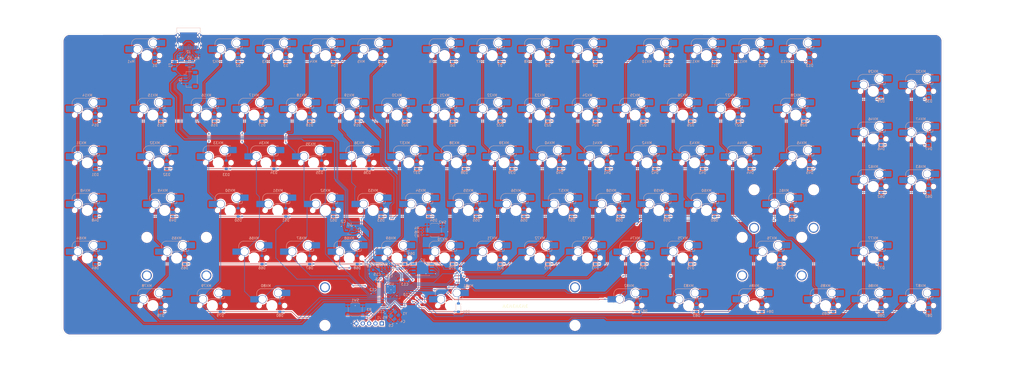
<source format=kicad_pcb>
(kicad_pcb (version 20240108) (generator "pcbnew") (generator_version "8.0")
  (layers (0 "F.Cu" signal) (31 "B.Cu" signal) (34 "B.Paste" user) (35 "F.Paste" user) (36 "B.SilkS" user "B.Silkscreen") (37 "F.SilkS" user "F.Silkscreen") (38 "B.Mask" user) (39 "F.Mask" user) (44 "Edge.Cuts" user))
  (net 0 "")
  (net 1 "GND")
  (net 2 "+5V")
  (net 3 "row 0")
  (net 4 "row 1")
  (net 5 "row 2")
  (net 6 "row 3")
  (net 7 "row 4")
  (net 8 "row 5")
  (net 9 "RESET")
  (net 10 "D-")
  (net 11 "D+")
  (net 12 "col 1")
  (net 13 "col 2")
  (net 14 "col 3")
  (net 15 "col 4")
  (net 16 "col 5")
  (net 17 "col 7")
  (net 18 "col 8")
  (net 19 "col 9")
  (net 20 "col 10")
  (net 21 "col 11")
  (net 22 "col 12")
  (net 23 "col 13")
  (net 24 "col 14")
  (net 25 "col 0")
  (net 26 "col 6")
  (net 27 "col 15")
  (net 28 "col 16")
  (net 29 "Net-(D1-A)")
  (net 30 "Net-(D2-A)")
  (net 31 "Net-(D3-A)")
  (net 32 "Net-(D4-A)")
  (net 33 "Net-(D5-A)")
  (net 34 "Net-(D6-A)")
  (net 35 "Net-(D7-A)")
  (net 36 "Net-(D8-A)")
  (net 37 "Net-(D9-A)")
  (net 38 "Net-(D10-A)")
  (net 39 "Net-(D11-A)")
  (net 40 "Net-(D12-A)")
  (net 41 "Net-(D13-A)")
  (net 42 "Net-(D14-A)")
  (net 43 "Net-(D15-A)")
  (net 44 "Net-(D16-A)")
  (net 45 "Net-(D17-A)")
  (net 46 "Net-(D18-A)")
  (net 47 "Net-(D19-A)")
  (net 48 "Net-(D20-A)")
  (net 49 "Net-(D21-A)")
  (net 50 "Net-(D22-A)")
  (net 51 "Net-(D23-A)")
  (net 52 "Net-(D24-A)")
  (net 53 "Net-(D25-A)")
  (net 54 "Net-(D26-A)")
  (net 55 "Net-(D27-A)")
  (net 56 "Net-(D28-A)")
  (net 57 "Net-(D29-A)")
  (net 58 "Net-(D30-A)")
  (net 59 "Net-(D31-A)")
  (net 60 "Net-(D32-A)")
  (net 61 "Net-(D33-A)")
  (net 62 "Net-(D34-A)")
  (net 63 "Net-(D35-A)")
  (net 64 "Net-(D36-A)")
  (net 65 "Net-(D37-A)")
  (net 66 "Net-(D38-A)")
  (net 67 "Net-(D39-A)")
  (net 68 "Net-(D40-A)")
  (net 69 "Net-(D41-A)")
  (net 70 "Net-(D42-A)")
  (net 71 "Net-(D43-A)")
  (net 72 "Net-(D44-A)")
  (net 73 "Net-(D46-A)")
  (net 74 "Net-(D47-A)")
  (net 75 "Net-(D48-A)")
  (net 76 "Net-(D49-A)")
  (net 77 "Net-(D50-A)")
  (net 78 "Net-(D51-A)")
  (net 79 "Net-(D52-A)")
  (net 80 "Net-(D53-A)")
  (net 81 "Net-(D54-A)")
  (net 82 "Net-(D55-A)")
  (net 83 "Net-(D56-A)")
  (net 84 "Net-(D57-A)")
  (net 85 "Net-(D58-A)")
  (net 86 "Net-(D59-A)")
  (net 87 "Net-(D60-A)")
  (net 88 "Net-(D61-A)")
  (net 89 "Net-(D62-A)")
  (net 90 "Net-(D63-A)")
  (net 91 "Net-(D64-A)")
  (net 92 "Net-(D65-A)")
  (net 93 "Net-(D66-A)")
  (net 94 "Net-(D67-A)")
  (net 95 "Net-(D68-A)")
  (net 96 "Net-(D69-A)")
  (net 97 "Net-(D70-A)")
  (net 98 "Net-(D71-A)")
  (net 99 "Net-(D72-A)")
  (net 100 "Net-(D73-A)")
  (net 101 "Net-(D74-A)")
  (net 102 "Net-(D75-A)")
  (net 103 "Net-(D76-A)")
  (net 104 "Net-(D77-A)")
  (net 105 "Net-(D78-A)")
  (net 106 "Net-(D79-A)")
  (net 107 "Net-(D80-A)")
  (net 108 "Net-(D81-A)")
  (net 109 "Net-(D82-A)")
  (net 110 "Net-(D83-A)")
  (net 111 "Net-(D84-A)")
  (net 112 "Net-(D85-A)")
  (net 113 "Net-(D86-A)")
  (net 114 "Net-(D87-A)")
  (net 115 "+3V3")
  (net 116 "X IN")
  (net 117 "Net-(C5-Pad1)")
  (net 118 "+1V1")
  (net 119 "Net-(D45-A)")
  (net 120 "Net-(J2-CC1)")
  (net 121 "Net-(J2-CC2)")
  (net 122 "Net-(R4-Pad2)")
  (net 123 "X OUT")
  (net 124 "Q SEL")
  (net 125 "Net-(R7-Pad2)")
  (net 126 "Net-(U3-USB_DP)")
  (net 127 "Net-(U3-USB_DM)")
  (net 128 "Q 02")
  (net 129 "Q CLK")
  (net 130 "Q 01")
  (net 131 "Q 00")
  (net 132 "Q 03")
  (net 136 "SWD")
  (net 137 "SWC")
  (net 142 "VBUS")
  (footprint "PCM_marbastlib-mx:STAB_MX_P_2.25u" (layer "F.Cu") (at 307.18125 85.725 180)
    (property "Reference" "S2" (hide yes))
    (property "Value" "MX_stab" (hide yes))
  )
  (footprint "PCM_marbastlib-mx:STAB_MX_P_6.25u" (layer "F.Cu") (at 173.630384 123.474112)
    (property "Reference" "S1" (hide yes))
    (property "Value" "MX_stab" (hide yes))
  )
  (footprint "PCM_marbastlib-mx:STAB_MX_P_2.25u" (layer "F.Cu") (at 64.29375 104.775 180)
    (property "Reference" "S3" (hide yes))
    (property "Value" "MX_stab" (hide yes))
  )
  (footprint "PCM_marbastlib-mx:STAB_MX_P_2.25u" (layer "F.Cu") (at 302.41875 104.775 180)
    (property "Reference" "S4" (hide yes))
    (property "Value" "MX_stab" (hide yes))
  )
  (footprint "PCM_marbastlib-mx:SW_MX_HS_CPG151101S11_1.5u" (layer "B.Cu") (at 295.275 123.825 180)
    (property "Reference" "MX84")
    (property "Value" "1.5u")
  )
  (footprint "Diode_SMD:D_SOD-123" (layer "B.Cu") (at 136.525 48.41875 90)
    (property "Reference" "D19")
    (property "Value" "D")
  )
  (footprint "Diode_SMD:D_SOD-123" (layer "B.Cu") (at 107.95 86.51875 90)
    (property "Reference" "D51")
    (property "Value" "D")
  )
  (footprint "Diode_SMD:D_SOD-123" (layer "B.Cu") (at 288.925 48.41875 90)
    (property "Reference" "D27")
    (property "Value" "D")
  )
  (footprint "PCM_marbastlib-mx:SW_MX_HS_CPG151101S11_1.75u" (layer "B.Cu") (at 311.94375 47.625 180)
    (property "Reference" "MX28")
    (property "Value" "1.75u")
  )
  (footprint "Diode_SMD:D_SOD-123" (layer "B.Cu") (at 255.5875 67.46875 90)
    (property "Reference" "D42")
    (property "Value" "D")
  )
  (footprint "PCM_marbastlib-mx:SW_MX_HS_CPG151101S11_1u" (layer "B.Cu") (at 173.83125 123.825 180)
    (property "Reference" "MX81")
    (property "Value" "1u")
  )
  (footprint "Package_TO_SOT_SMD:SOT-23-3" (layer "B.Cu") (at 133.35 93.6625 180)
    (property "Reference" "U1")
    (property "Value" "XC6206PxxxMR")
  )
  (footprint "Diode_SMD:D_SOD-123" (layer "B.Cu") (at 31.75 86.51875 90)
    (property "Reference" "D48")
    (property "Value" "D")
  )
  (footprint "PCM_marbastlib-mx:SW_MX_HS_CPG151101S11_1u" (layer "B.Cu") (at 295.275 23.8125 180)
    (property "Reference" "MX12")
    (property "Value" "1u")
  )
  (footprint "Diode_SMD:D_SOD-123" (layer "B.Cu") (at 155.575 48.41875 90)
    (property "Reference" "D20")
    (property "Value" "D")
  )
  (footprint "PCM_marbastlib-mx:SW_MX_HS_CPG151101S11_1u" (layer "B.Cu") (at 171.45 47.625 180)
    (property "Reference" "MX21")
    (property "Value" "1u")
  )
  (footprint "Resistor_SMD:R_0402_1005Metric" (layer "B.Cu") (at 72.515001 23.8125)
    (property "Reference" "R2")
    (property "Value" "5.1k")
  )
  (footprint "Resistor_SMD:R_0402_1005Metric" (layer "B.Cu") (at 66.165001 23.8125)
    (property "Reference" "R1")
    (property "Value" "5.1k")
  )
  (footprint "PCM_marbastlib-mx:SW_MX_HS_CPG151101S11_1u" (layer "B.Cu") (at 138.1125 66.675 180)
    (property "Reference" "MX36")
    (property "Value" "1u")
  )
  (footprint "PCM_marbastlib-mx:SW_MX_HS_CPG151101S11_1u" (layer "B.Cu") (at 152.4 47.625 180)
    (property "Reference" "MX20")
    (property "Value" "1u")
  )
  (footprint "Diode_SMD:D_SOD-123" (layer "B.Cu") (at 317.5 67.46875 90)
    (property "Reference" "D45")
    (property "Value" "D")
  )
  (footprint "PCM_marbastlib-mx:SW_MX_HS_CPG151101S11_1.25u" (layer "B.Cu") (at 78.58125 123.825 180)
    (property "Reference" "MX79")
    (property "Value" "1.25u")
  )
  (footprint "Diode_SMD:D_SOD-123" (layer "B.Cu") (at 248.44375 124.61875 90)
    (property "Reference" "D82")
    (property "Value" "D")
  )
  (footprint "PCM_marbastlib-mx:SW_MX_HS_CPG151101S11_1.25u" (layer "B.Cu") (at 269.08125 123.825 180)
    (property "Reference" "MX83")
    (property "Value" "1.25u")
  )
  (footprint "PCM_marbastlib-mx:SW_MX_HS_CPG151101S11_1u" (layer "B.Cu") (at 123.825 85.725 180)
    (property "Reference" "MX52")
    (property "Value" "1u")
  )
  (footprint "PCM_marbastlib-mx:SW_MX_HS_CPG151101S11_1u" (layer "B.Cu") (at 171.45 104.775 180)
    (property "Reference" "MX70")
    (property "Value" "1u")
  )
  (footprint "Diode_SMD:D_SOD-123" (layer "B.Cu") (at 98.425 48.41875 90)
    (property "Reference" "D17")
    (property "Value" "D")
  )
  (footprint "PCM_marbastlib-mx:SW_MX_HS_CPG151101S11_1u" (layer "B.Cu") (at 276.225 23.8125 180)
    (property "Reference" "MX11")
    (property "Value" "1u")
  )
  (footprint "PCM_marbastlib-mx:SW_MX_HS_CPG151101S11_1u" (layer "B.Cu") (at 247.65 104.775 180)
    (property "Reference" "MX74")
    (property "Value" "1u")
  )
  (footprint "Diode_SMD:D_SOD-123" (layer "B.Cu") (at 174.625 105.56875 90)
    (property "Reference" "D70")
    (property "Value" "D")
  )
  (footprint "Resistor_SMD:R_0402_1005Metric" (layer "B.Cu") (at 149.584022 126.565272 45)
    (property "Reference" "R5")
    (property "Value" "1k")
  )
  (footprint "Diode_SMD:D_SOD-123" (layer "B.Cu") (at 146.05 24.60625 90)
    (property "Reference" "D5")
    (property "Value" "D")
  )
  (footprint "PCM_marbastlib-mx:SW_MX_HS_CPG151101S11_1u" (layer "B.Cu") (at 190.5 104.775 180)
    (property "Reference" "MX71")
    (property "Value" "1u")
  )
  (footprint "PCM_marbastlib-mx:SW_MX_HS_CPG151101S11_1u" (layer "B.Cu") (at 271.4625 66.675 180)
    (property "Reference" "MX43")
    (property "Value" "1u")
  )
  (footprint "Diode_SMD:D_SOD-123" (layer "B.Cu") (at 212.725 48.41875 90)
    (property "Reference" "D23")
    (property "Value" "D")
  )
  (footprint "Diode_SMD:D_SOD-123" (layer "B.Cu") (at 179.3875 67.46875 90)
    (property "Reference" "D38")
    (property "Value" "D")
  )
  (footprint "Diode_SMD:D_SOD-123" (layer "B.Cu") (at 165.1 86.51875 90)
    (property "Reference" "D54")
    (property "Value" "D")
  )
  (footprint "Diode_SMD:D_SOD-123" (layer "B.Cu") (at 236.5375 67.46875 90)
    (property "Reference" "D41")
    (property "Value" "D")
  )
  (footprint "Diode_SMD:D_SOD-123" (layer "B.Cu") (at 346.075 124.61875 90)
    (property "Reference" "D86")
    (property "Value" "D")
  )
  (footprint "Diode_SMD:D_SOD-123" (layer "B.Cu") (at 346.075 105.56875 90)
    (property "Reference" "D77")
    (property "Value" "D")
  )
  (footprint "Diode_SMD:D_SOD-123" (layer "B.Cu") (at 88.9 86.51875 90)
    (property "Reference" "D50")
    (property "Value" "D")
  )
  (footprint "Diode_SMD:D_SOD-123" (layer "B.Cu") (at 212.725 105.56875 90)
    (property "Reference" "D72")
    (property "Value" "D")
  )
  (footprint "Capacitor_SMD:C_0402_1005Metric" (layer "B.Cu") (at 144.4625 114.3 180)
    (property "Reference" "C9")
    (property "Value" "1u")
  )
  (footprint "Diode_SMD:D_SOD-123" (layer "B.Cu") (at 57.94375 124.61875 90)
    (property "Reference" "D78")
    (property "Value" "D")
  )
  (footprint "Diode_SMD:D_SOD-123" (layer "B.Cu") (at 317.5 24.60625 90)
    (property "Reference" "D13")
    (property "Value" "D")
  )
  (footprint "PCM_marbastlib-mx:SW_MX_HS_CPG151101S11_1u" (layer "B.Cu") (at 342.9 123.825 180)
    (property "Reference" "MX86")
    (property "Value" "1u")
  )
  (footprint "PCM_marbastlib-mx:SW_MX_HS_CPG151101S11_1u" (layer "B.Cu") (at 209.55 47.625 180)
    (property "Reference" "MX23")
    (property "Value" "1u")
  )
  (footprint "PCM_marbastlib-mx:SW_MX_HS_CPG151101S11_1u" (layer "B.Cu") (at 104.775 23.8125 180)
    (property "Reference" "MX3")
    (property "Value" "1u")
  )
  (footprint "Diode_SMD:D_SOD-123" (layer "B.Cu") (at 365.125 38.89375 90)
    (property "Reference" "D30")
    (property "Value" "D")
  )
  (footprint "Capacitor_SMD:C_0402_1005Metric" (layer "B.Cu") (at 143.373328 118.698058 180)
    (property "Reference" "C12")
    (property "Value" "100n")
  )
  (footprint "Diode_SMD:D_SOD-123" (layer "B.Cu") (at 212.725 24.60625 90)
    (property "Reference" "D8")
    (property "Value" "D")
  )
  (footprint "PCM_marbastlib-mx:SW_MX_HS_CPG151101S11_1u" (layer "B.Cu") (at 95.25 47.625 180)
    (property "Reference" "MX17")
    (property "Value" "1u")
  )
  (footprint "PCM_marbastlib-mx:SW_MX_HS_CPG151101S11_1u" (layer "B.Cu") (at 257.175 23.8125 180)
    (property "Reference" "MX10")
    (property "Value" "1u")
  )
  (footprint "Diode_SMD:D_SOD-123" (layer "B.Cu") (at 231.775 105.56875 90)
    (property "Reference" "D73")
    (property "Value" "D")
  )
  (footprint "PCM_marbastlib-mx:SW_MX_HS_CPG151101S11_1u" (layer "B.Cu") (at 190.5 23.8125 180)
    (property "Reference" "MX7")
    (property "Value" "1u")
  )
  (footprint "Crystal:Crystal_SMD_3225-4Pin_3.2x2.5mm" (layer "B.Cu") (at 151.60625 127.79375 45)
    (property "Reference" "Y1")
    (property "Value" "Crystal_GND24")
  )
  (footprint "Diode_SMD:D_SOD-123" (layer "B.Cu") (at 174.625 24.60625 90)
    (property "Reference" "D6")
    (property "Value" "D")
  )
  (footprint "PCM_marbastlib-mx:SW_MX_HS_CPG151101S11_1u" (layer "B.Cu") (at 219.075 85.725 180)
    (property "Reference" "MX57")
    (property "Value" "1u")
  )
  (footprint "Diode_SMD:D_SOD-123" (layer "B.Cu") (at 203.2 86.51875 90)
    (property "Reference" "D56")
    (property "Value" "D")
  )
  (footprint "PCM_marbastlib-mx:SW_MX_HS_CPG151101S11_1u" (layer "B.Cu") (at 361.95 57.15 180)
    (property "Reference" "MX47")
    (property "Value" "1u")
  )
  (footprint "PCM_marbastlib-mx:SW_MX_HS_CPG151101S11_1.5u" (layer "B.Cu") (at 314.325 66.675 180)
    (property "Reference" "MX45")
    (property "Value" "1.5u")
  )
  (footprint "PCM_marbastlib-mx:SW_MX_HS_CPG151101S11_1u" (layer "B.Cu") (at 214.3125 66.675 180)
    (property "Reference" "MX40")
    (property "Value" "1u")
  )
  (footprint "Diode_SMD:D_SOD-123" (layer "B.Cu") (at 184.15 86.51875 90)
    (property "Reference" "D55")
    (property "Value" "D")
  )
  (footprint "PCM_marbastlib-mx:SW_MX_HS_CPG151101S11_1u" (layer "B.Cu") (at 290.5125 66.675 180)
    (property "Reference" "MX44")
    (property "Value" "1u")
  )
  (footprint "Diode_SMD:D_SOD-123" (layer "B.Cu") (at 31.75 67.46875 90)
    (property "Reference" "D31")
    (property "Value" "D")
  )
  (footprint "PCM_marbastlib-mx:SW_MX_HS_CPG151101S11_1.25u" (layer "B.Cu") (at 54.76875 123.825 180)
    (property "Reference" "MX78")
    (property "Value" "1.25u")
  )
  (footprint "Diode_SMD:D_SOD-123" (layer "B.Cu") (at 105.56875 124.61875 90)
    (property "Reference" "D80")
    (property "Value" "D")
  )
  (footprint "Capacitor_SMD:C_0402_1005Metric" (layer "B.Cu") (at 147.413808 111.468098 90)
    (property "Reference" "C16")
    (property "Value" "100n")
  )
  (footprint "Diode_SMD:D_SOD-123" (layer "B.Cu") (at 231.775 48.41875 90)
    (property "Reference" "D24")
    (property "Value" "D")
  )
  (footprint "Capacitor_SMD:C_0402_1005Metric" (layer "B.Cu") (at 149.641325 129.923787 -45)
    (property "Reference" "C5")
    (property "Value" "22p")
  )
  (footprint "PCM_marbastlib-mx:SW_MX_HS_CPG151101S11_1u" (layer "B.Cu") (at 252.4125 66.675 180)
    (property "Reference" "MX42")
    (property "Value" "1u")
  )
  (footprint "PCM_marbastlib-mx:SW_MX_HS_CPG151101S11_1u" (layer "B.Cu") (at 161.925 85.725 180)
    (property "Reference" "MX54")
    (property "Value" "1u")
  )
  (footprint "Diode_SMD:D_SOD-123" (layer "B.Cu") (at 155.575 105.56875 90)
    (property "Reference" "D69")
    (property "Value" "D")
  )
  (footprint "Diode_SMD:D_SOD-123" (layer "B.Cu") (at 222.25 86.51875 90)
    (property "Reference" "D57")
    (property "Value" "D")
  )
  (footprint "PCM_marbastlib-mx:SW_MX_HS_CPG151101S11_1u" (layer "B.Cu") (at 209.55 104.775 180)
    (property "Reference" "MX72")
    (property "Value" "1u")
  )
  (footprint "Diode_SMD:D_SOD-123" (layer "B.Cu") (at 346.075 57.94375 90)
    (property "Reference" "D46")
    (property "Value" "D")
  )
  (footprint "PCM_marbastlib-mx:SW_MX_HS_CPG151101S11_1u" (layer "B.Cu") (at 228.6 104.775 180)
    (property "Reference" "MX73")
    (property "Value" "1u")
  )
  (footprint "PCM_marbastlib-mx:SW_MX_HS_CPG151101S11_1u" (layer "B.Cu") (at 285.75 47.625 180)
    (property "Reference" "MX27")
    (property "Value" "1u")
  )
  (footprint "Connector_USB:USB_C_Receptacle_HRO_TYPE-C-31-M-12" (layer "B.Cu") (at 69.05625 16.66875)
    (property "Reference" "J2")
    (property "Value" "USB_C_Receptacle_USB2.0_16P")
  )
  (footprint "Diode_SMD:D_SOD-123" (layer "B.Cu") (at 62.70625 86.51875 90)
    (property "Reference" "D49")
    (property "Value" "D")
  )
  (footprint "Capacitor_SMD:C_0402_1005Metric" (layer "B.Cu") (at 148.891093 125.6389 -135)
    (property "Reference" "C11")
    (property "Value" "100n")
  )
  (footprint "Diode_SMD:D_SOD-123" (layer "B.Cu") (at 193.675 24.60625 90)
    (property "Reference" "D7")
    (property "Value" "D")
  )
  (footprint "Diode_SMD:D_SOD-123" (layer "B.Cu") (at 279.4 24.60625 90)
    (property "Reference" "D11")
    (property "Value" "D")
  )
  (footprint "PCM_marbastlib-mx:SW_MX_HS_CPG151101S11_1u" (layer "B.Cu") (at 307.18125 85.725 180)
    (property "Reference" "MX61")
    (property "Value" "1u")
  )
  (footprint "PCM_marbastlib-mx:SW_MX_HS_CPG151101S11_1u" (layer "B.Cu") (at 342.9 76.2 180)
    (property "Reference" "MX62")
    (property "Value" "1u")
  )
  (footprint "Diode_SMD:D_SOD-123" (layer "B.Cu") (at 260.35 86.51875 90)
    (property "Reference" "D59")
    (property "Value" "D")
  )
  (footprint "PCM_marbastlib-mx:SW_MX_HS_CPG151101S11_1u" (layer "B.Cu") (at 200.025 85.725 180)
    (property "Reference" "MX56")
    (property "Value" "1u")
  )
  (footprint "Diode_SMD:D_SOD-123" (layer "B.Cu") (at 117.475 105.56875 90)
    (property "Reference" "D67")
    (property "Value" "D")
  )
  (footprint "Capacitor_SMD:C_0402_1005Metric" (layer "B.Cu") (at 153.1375 129.6875 -135)
    (property "Reference" "C4")
    (property "Value" "22p")
  )
  (footprint "Diode_SMD:D_SOD-123" (layer "B.Cu") (at 310.35625 86.51875 90)
    (property "Reference" "D61")
    (property "Value" "D")
  )
  (footprint "Capacitor_SMD:C_0402_1005Metric" (layer "B.Cu") (at 130.96875 91.28125 180)
    (property "Reference" "C2")
    (property "Value" "22p")
  )
  (footprint "Diode_SMD:D_SOD-123" (layer "B.Cu") (at 272.25625 124.61875 90)
    (property "Reference" "D83")
    (property "Value" "D")
  )
  (footprint "PCM_marbastlib-mx:SW_MX_HS_CPG151101S11_1u" (layer "B.Cu") (at 180.975 85.725 180)
    (property "Reference" "MX55")
    (property "Value" "1u")
  )
  (footprint "Diode_SMD:D_SOD-123" (layer "B.Cu") (at 274.6375 67.46875 90)
    (property "Reference" "D43")
    (property "Value" "D")
  )
  (footprint "Diode_SMD:D_SOD-123" (layer "B.Cu") (at 217.4875 67.46875 90)
    (property "Reference" "D40")
    (property "Value" "D")
  )
  (footprint "PCM_marbastlib-mx:SW_MX_HS_CPG151101S11_1u" (layer "B.Cu") (at 361.95 123.825 180)
    (property "Reference" "MX87")
    (property "Value" "1u")
  )
  (footprint "PCM_marbastlib-mx:SW_MX_HS_CPG151101S11_1u" (layer "B.Cu") (at 209.55 23.8125 180)
    (property "Reference" "MX8")
    (property "Value" "1u")
  )
  (footprint "Diode_SMD:D_SOD-123" (layer "B.Cu") (at 31.75 105.56875 90)
    (property "Reference" "D64")
    (property "Value" "D")
  )
  (footprint "Diode_SMD:D_SOD-123" (layer "B.Cu") (at 88.9 24.60625 90)
    (property "Reference" "D2")
    (property "Value" "D")
  )
  (footprint "Package_SO:SOIC-8_5.23x5.23mm_P1.27mm" (layer "B.Cu") (at 162.71875 109.0791 180)
    (property "Reference" "U2")
    (property "Value" "W25Q128JVS")
  )
  (footprint "PCM_marbastlib-mx:SW_MX_HS_CPG151101S11_1u" (layer "B.Cu") (at 233.3625 66.675 180)
    (property "Reference" "MX41")
    (property "Value" "1u")
  )
  (footprint "PCM_marbastlib-mx:SW_MX_HS_CPG151101S11_1u" (layer "B.Cu") (at 195.2625 66.675 180)
    (property "Reference" "MX39")
    (property "Value" "1u")
  )
  (footprint "Capacitor_SMD:C_0402_1005Metric" (layer "B.Cu") (at 146.408863 111.473588 90)
    (property "Reference" "C15")
    (property "Value" "100n")
  )
  (footprint "PCM_marbastlib-mx:SW_MX_HS_CPG151101S11_1u" (layer "B.Cu") (at 28.575 47.625 180)
    (property "Reference" "MX14")
    (property "Value" "1u")
  )
  (footprint "Diode_SMD:D_SOD-123" (layer "B.Cu") (at 269.875 48.41875 90)
    (property "Reference" "D26")
    (property "Value" "D")
  )
  (footprint "PCM_marbastlib-mx:SW_MX_HS_CPG151101S11_1u" (layer "B.Cu") (at 257.175 85.725 180)
    (property "Reference" "MX59")
    (property "Value" "1u")
  )
  (footprint "PCM_marbastlib-mx:SW_MX_HS_CPG151101S11_1u" (layer "B.Cu") (at 266.7 47.625 180)
    (property "Reference" "MX26")
    (property "Value" "1u")
  )
  (footprint "PCM_marbastlib-mx:SW_MX_HS_CPG151101S11_1u" (layer "B.Cu") (at 361.95 76.2 180)
    (property "Reference" "MX63")
    (property "Value" "1u")
  )
  (footprint "PCM_marbastlib-mx:SW_MX_HS_CPG151101S11_1u" (layer "B.Cu") (at 266.7 104.775 180)
    (property "Reference" "MX75")
    (property "Value" "1u")
  )
  (footprint "Diode_SMD:D_SOD-123" (layer "B.Cu") (at 241.3 86.51875 90)
    (property "Reference" "D58")
    (property "Value" "D")
  )
  (footprint "Diode_SMD:D_SOD-123" (layer "B.Cu") (at 250.825 105.56875 90)
    (property "Reference" "D74")
    (property "Value" "D")
  )
  (footprint "Diode_SMD:D_SOD-123" (layer "B.Cu") (at 305.59375 105.56875 90)
    (property "Reference" "D76")
    (property "Value" "D")
  )
  (footprint "Diode_SMD:D_SOD-123" (layer "B.Cu") (at 117.475 48.41875 90)
    (property "Reference" "D18")
    (property "Value" "D")
  )
  (footprint "PCM_marbastlib-mx:SW_MX_HS_CPG151101S11_1u" (layer "B.Cu") (at 176.2125 66.675 180)
    (property "Reference" "MX38")
    (property "Value" "1u")
  )
  (footprint "PCM_marbastlib-mx:SW_MX_HS_CPG151101S11_1u" (layer "B.Cu") (at 85.725 23.8125 180)
    (property "Reference" "MX2")
    (property "Value" "1u")
  )
  (footprint "PCM_marbastlib-mx:SW_MX_HS_CPG151101S11_1u" (layer "B.Cu") (at 323.85 123.825 180)
    (property "Reference" "MX85")
    (property "Value" "1u")
  )
  (footprint "Diode_SMD:D_SOD-123" (layer "B.Cu") (at 136.525 105.56875 90)
    (property "Reference" "D68")
    (property "Value" "D")
  )
  (footprint "Diode_SMD:D_SOD-123" (layer "B.Cu") (at 315.11875 48.41875 90)
    (property "Reference" "D28")
    (property "Value" "D")
  )
  (footprint "Diode_SMD:D_SOD-123" (layer "B.Cu") (at 60.325 67.46875 90)
    (property "Reference" "D32")
    (property "Value" "D")
  )
  (footprint "PCM_marbastlib-mx:SW_MX_HS_CPG151101S11_1.25u" (layer "B.Cu") (at 54.76875 47.625 180)
    (property "Reference" "MX15")
    (property "Value" "1.25u")
  )
  (footprint "Diode_SMD:D_SOD-123" (layer "B.Cu") (at 57.94375 48.41875 90)
    (property "Reference" "D15")
    (property "Value" "D")
  )
  (footprint "PCM_marbastlib-mx:SW_MX_HS_CPG151101S11_1u" (layer "B.Cu") (at 104.775 85.725 180)
    (property "Reference" "MX51")
    (property "Value" "1u")
  )
  (footprint "PCM_marbastlib-mx:SW_MX_HS_CPG151101S11_1u" (layer "B.Cu") (at 342.9 104.775 180)
    (property "Reference" "MX77")
    (property "Value" "1u")
  )
  (footprint "PCM_marbastlib-mx:SW_MX_HS_CPG151101S11_1u" (layer "B.Cu") (at 85.725 85.725 180)
    (property "Reference" "MX50")
    (property "Value" "1u")
  )
  (footprint "PCM_marbastlib-mx:SW_MX_HS_CPG151101S11_1u" (layer "B.Cu") (at 100.0125 66.675 180)
    (property "Reference" "MX34")
    (property "Value" "1u")
  )
  (footprint "Button_Switch_SMD:SW_Push_1P1T_XKB_TS-1187A" (layer "B.Cu") (at 167.48125 93.6625 180)
    (property "Reference" "SW2")
    (property "Value" "Switch")
  )
  (footprint "PCM_marbastlib-mx:SW_MX_HS_CPG151101S11_1u" (layer "B.Cu") (at 276.225 85.725 180)
    (property "Reference" "MX60")
    (property "Value" "1u")
  )
  (footprint "PCM_marbastlib-mx:SW_MX_HS_CPG151101S11_1u" (layer "B.Cu") (at 142.875 23.8125 180)
    (property "Reference" "MX5")
    (property "Value" "1u")
  )
  (footprint "Diode_SMD:D_SOD-123" (layer "B.Cu") (at 250.825 48.41875 90)
    (property "Reference" "D25")
    (property "Value" "D")
  )
  (footprint "Diode_SMD:D_SOD-123" (layer "B.Cu") (at 31.75 48.41875 90)
    (property "Reference" "D14")
    (property "Value" "D")
  )
  (footprint "PCM_marbastlib-mx:SW_MX_HS_CPG151101S11_1u" (layer "B.Cu") (at 64.29375 104.775 180)
    (property "Reference" "MX65")
    (property "Value" "1u")
  )
  (footprint "Diode_SMD:D_SOD-123" (layer "B.Cu") (at 81.75625 124.61875 90)
    (property "Reference" "D79")
    (property "Value" "D")
  )
  (footprint "PCM_marbastlib-mx:SW_MX_HS_CPG151101S11_1u" (layer "B.Cu") (at 114.3 104.775 180)
    (property "Reference" "MX67")
    (property "Value" "1u")
  )
  (footprint "PCM_marbastlib-mx:SW_MX_HS_CPG151101S11_1u" (layer "B.Cu") (at 342.9 57.15 180)
    (property "Reference" "MX46")
    (property "Value" "1u")
  )
  (footprint "PCM_marbastlib-various:SOT-23-6-routable" (layer "B.Cu") (at 69.46875 26.83125 180)
    (property "Reference" "U5")
    (property "Value" "SRV05-4")
  )
  (footprint "PCM_marbastlib-mx:SW_MX_HS_CPG151101S11_1.25u" (layer "B.Cu") (at 102.39375 123.825 180)
    (property "Reference" "MX80")
    (property "Value" "1.25u")
  )
  (footprint "PCM_marbastlib-mx:SW_MX_HS_CPG151101S11_1u" (layer "B.Cu") (at 95.25 104.775 180)
    (property "Reference" "MX66")
    (property "Value" "1u")
  )
  (footprint "Diode_SMD:D_SOD-123" (layer "B.Cu") (at 107.95 24.60625 90)
    (property "Reference" "D3")
    (property "Value" "D")
  )
  (footprint "Diode_SMD:D_SOD-123" (layer "B.Cu") (at 55.5625 24.60625 90)
    (property "Reference" "D1")
    (property "Value" "D")
  )
  (footprint "Button_Switch_SMD:SW_Push_1P1T_XKB_TS-1187A" (layer "B.Cu") (at 135.73125 125.4125 180)
    (property "Reference" "SW1")
    (property "Value" "Switch")
  )
  (footprint "Diode_SMD:D_SOD-123" (layer "B.Cu") (at 193.675 105.56875 90)
    (property "Reference" "D71")
    (property "Value" "D")
  )
  (footprint "Connector_JST:JST_SH_SM04B-SRSS-TB_1x04-1MP_P1.00mm_Horizontal" (layer "B.Cu") (at 69.85 33.3375 -90)
    (property "Reference" "J3")
    (property "Value" "Conn_01x04")
  )
  (footprint "Diode_SMD:D_SOD-123" (layer "B.Cu") (at 67.46875 105.56875 90)
    (property "Reference" "D65")
    (property "Value" "D")
  )
  (footprint "PCM_marbastlib-mx:SW_MX_HS_CPG151101S11_1u" (layer "B.Cu") (at 361.95 38.1 180)
    (property "Reference" "MX30")
    (property "Value" "1u")
  )
  (footprint "Diode_SMD:D_SOD-123" (layer "B.Cu") (at 365.125 57.94375 90)
    (property "Reference" "D47")
    (property "Value" "D")
  )
  (footprint "PCM_marbastlib-mx:SW_MX_HS_CPG151101S11_1u" (layer "B.Cu") (at 342.9 38.1 180)
    (property "Reference" "MX29")
    (property "Value" "1u")
  )
  (footprint "Capacitor_SMD:C_0402_1005Metric" (layer "B.Cu") (at 149.925728 107.943313 90)
    (property "Reference" "C6")
    (property "Value" "1u")
  )
  (footprint "Connector_PinHeader_2.54mm:PinHeader_1x05_P2.54mm_Vertical" (layer "B.Cu") (at 146.3625 130.96875 90)
    (property "Reference" "J1")
    (property "Value" "Conn_01x05")
  )
  (footprint "PCM_marbastlib-mx:SW_MX_HS_CPG151101S11_1u" (layer "B.Cu") (at 142.875 85.725 180)
    (property "Reference" "MX53")
    (property "Value" "1u")
  )
  (footprint "Diode_SMD:D_SOD-123" (layer "B.Cu") (at 365.125 76.99375 90)
    (property "Reference" "D63")
    (property "Value" "D")
  )
  (footprint "Resistor_SMD:R_0402_1005Metric" (layer "B.Cu") (at 162.575 93.075)
    (property "Reference" "R4")
    (property "Value" "5.1k")
  )
  (footprint "Diode_SMD:D_SOD-123" (layer "B.Cu") (at 231.775 24.60625 90)
    (property "Reference" "D9")
    (property "Value" "D")
  )
  (footprint "Diode_SMD:D_SOD-123" (layer "B.Cu") (at 293.6875 67.46875 90)
    (property "Reference" "D44")
    (property "Value" "D")
  )
  (footprint "PCM_marbastlib-mx:SW_MX_HS_CPG151101S11_1u" (layer "B.Cu") (at 80.9625 66.675 180)
    (property "Reference" "MX33")
    (property "Value" "1u")
  )
  (footprint "PCM_marbastlib-mx:SW_MX_HS_CPG151101S11_1u" (layer "B.Cu") (at 302.41875 104.775 180)
    (property "Reference" "MX76")
    (property "Value" "1u")
  )
  (footprint "PCM_marbastlib-mx:SW_MX_HS_CPG151101S11_1u" (layer "B.Cu") (at 28.575 104.775 180)
    (property "Reference" "MX64")
    (property "Value" "1u")
  )
  (footprint "Diode_SMD:D_SOD-123" (layer "B.Cu") (at 279.4 86.51875 90)
    (property "Reference" "D60")
    (property "Value" "D")
  )
  (footprint "Resistor_SMD:R_0402_1005Metric" (layer "B.Cu") (at 162.575 94.275)
    (property "Reference" "R6")
    (property "Value" "5.1k")
  )
  (footprint "PCM_marbastlib-mx:SW_MX_HS_CPG151101S11_1u" (layer "B.Cu") (at 133.35 47.625 180)
    (property "Reference" "MX19")
    (property "Value" "1u")
  )
  (footprint "PCM_marbastlib-mx:SW_MX_HS_CPG151101S11_1u" (layer "B.Cu") (at 238.125 85.725 180)
    (property "Reference" "MX58")
    (property "Value" "1u")
  )
  (footprint "PCM_marbastlib-mx:SW_MX_HS_CPG151101S11_1u" (layer "B.Cu") (at 228.6 23.8125 180)
    (property "Reference" "MX9")
    (property "Value" "1u")
  )
  (footprint "Diode_SMD:D_SOD-123" (layer "B.Cu") (at 298.45 124.61875 90)
    (property "Reference" "D84")
    (property "Value" "D")
  )
  (footprint "PCM_marbastlib-mx:SW_MX_HS_CPG151101S11_1u" (layer "B.Cu") (at 152.4 104.775 180)
    (property "Reference" "MX69")
    (property "Value" "1u")
  )
  (footprint "Resistor_SMD:R_0402_1005Metric" (layer "B.Cu") (at 162.575 95.52952)
    (property "Reference" "R7")
    (property "Value" "1k")
  )
  (footprint "PCM_marbastlib-mx:SW_MX_HS_CPG151101S11_1.5u" (layer "B.Cu") (at 57.15 66.675 180)
    (property "Reference" "MX32")
    (property "Value" "1.5u")
  )
  (footprint "Capacitor_SMD:C_0402_1005Metric" (layer "B.Cu") (at 148.120037 124.89033 -135)
    (property "Reference" "C7")
    (property "Value" "100n")
  )
  (footprint "Diode_SMD:D_SOD-123" (layer "B.Cu") (at 193.675 48.41875 90)
    (property "Reference" "D22")
    (property "Value" "D")
  )
  (footprint "Diode_SMD:D_SOD-123" (layer "B.Cu") (at 260.35 24.60625 90)
    (property "Reference" "D10")
    (property "Value" "D")
  )
  (footprint "PCM_marbastlib-mx:SW_MX_HS_CPG151101S11_1u" (layer "B.Cu") (at 28.575 66.675 180)
    (property "Reference" "MX31")
    (property "Value" "1u")
  )
  (footprint "PCM_marbastlib-mx:SW_MX_HS_CPG151101S11_1u" (layer "B.Cu") (at 123.825 23.8125 180)
    (property "Reference" "MX4")
    (property "Value" "1u")
  )
  (footprint "PCM_marbastlib-mx:SW_MX_HS_CPG151101S11_1.75u" (layer "B.Cu") (at 59.53125 85.725 180)
    (property "Reference" "MX49")
    (property "Value" "1.75u")
  )
  (footprint "Diode_SMD:D_SOD-123" (layer "B.Cu") (at 122.2375 67.46875 90)
    (property "Reference" "D35")
    (property "Value" "D")
  )
  (footprint "Capacitor_SMD:C_0603_1608Metric" (layer "B.Cu") (at 142.08125 109.5375 180)
    (property "Reference" "C8")
    (property "Value" "10u")
  )
  (footprint "PCM_marbastlib-mx:SW_MX_HS_CPG151101S11_1.25u" (layer "B.Cu") (at 245.26875 123.825 180)
    (property "Reference" "MX82")
    (property "Value" "1.25u")
  )
  (footprint "Diode_SMD:D_SOD-123" (layer "B.Cu") (at 141.2875 67.46875 90)
    (property "Reference" "D36")
    (property "Value" "D")
  )
  (footprint "PCM_marbastlib-mx:SW_MX_HS_CPG151101S11_1u" (layer "B.Cu") (at 228.6 47.625 180)
    (property "Reference" "MX24")
    (property "Value" "1u")
  )
  (footprint "Capacitor_SMD:C_0402_1005Metric" (layer "B.Cu") (at 154.78125 108.74375 180)
    (property "Reference" "C1")
    (property "Value" "0.1u")
  )
  (footprint "PCM_marbastlib-mx:SW_MX_HS_CPG151101S11_1u" (layer "B.Cu") (at 28.575 85.725 180)
    (property "Reference" "MX48")
    (property "Value" "1u")
  )
  (footprint "Diode_SMD:D_SOD-123" (layer "B.Cu") (at 174.625 48.41875 90)
    (property "Reference" "D21")
    (property "Value" "D")
  )
  (footprint "Diode_SMD:D_SOD-123" (layer "B.Cu") (at 177.00625 124.61875 90)
    (property "Reference" "D81")
    (property "Value" "D")
  )
  (footprint "Resistor_SMD:R_0402_1005Metric" (layer "B.Cu") (at 147.6375 108.74375 90)
    (property "Reference" "R8")
    (property "Value" "5.1k")
  )
  (footprint "PCM_marbastlib-mx:SW_MX_HS_CPG151101S11_1u" (layer "B.Cu") (at 190.5 47.625 180)
    (property "Reference" "MX22")
    (property "Value" "1u")
  )
  (footprint "Diode_SMD:D_SOD-123" (layer "B.Cu") (at 84.1375 67.46875 90)
    (property "Reference" "D33")
    (property "Value" "D")
  )
  (footprint "Diode_SMD:D_SOD-123" (layer "B.Cu") (at 79.375 48.41875 90)
    (property "Reference" "D16")
    (property "Value" "D")
  )
  (footprint "Diode_SMD:D_SOD-123" (layer "B.Cu") (at 298.45 24.60625 90)
    (property "Reference" "D12")
    (property "Value" "D")
  )
  (footprint "Diode_SMD:D_SOD-123" (layer "B.Cu") (at 160.3375 67.46875 90)
    (property "Reference" "D37")
    (property "Value" "D")
  )
  (footprint "Capacitor_SMD:C_0402_1005Metric" (layer "B.Cu") (at 155.575 114.111666)
    (property "Reference" "C13")
    (property "Value" "100n")
  )
  (footprint "PCM_marbastlib-mx:SW_MX_HS_CPG151101S11_1u" (layer "B.Cu") (at 157.1625 66.675 180)
    (property "Reference" "MX37")
    (property "Value" "1u")
  )
  (footprint "Diode_SMD:D_SOD-123" (layer "B.Cu") (at 98.425 105.56875 90)
    (property "Reference" "D66")
    (property "Value" "D")
  )
  (footprint "Diode_SMD:D_SOD-123" (layer "B.Cu") (at 365.125 124.61875 90)
    (property "Reference" "D87")
    (property "Value" "D")
  )
  (footprint "PCM_marbastlib-mx:SW_MX_HS_CPG151101S11_1u" (layer "B.Cu") (at 171.45 23.8125 180)
    (property "Reference" "MX6")
    (property "Value" "1u")
  )
  (footprint "Package_DFN_QFN:QFN-56-1EP_7x7mm_P0.4mm_EP3.2x3.2mm" (layer "B.Cu") (at 150.01875 117.475 180)
    (property "Reference" "U3")
    (property "Value" "RP2040")
  )
  (footprint "Diode_SMD:D_SOD-123" (layer "B.Cu") (at 346.075 76.99375 90)
    (property "Reference" "D62")
    (property "Value" "D")
  )
  (footprint "PCM_marbastlib-mx:SW_MX_HS_CPG151101S11_1u" (layer "B.Cu") (at 52.3875 23.8125 180)
    (property "Reference" "Mx1")
    (property "Value" "1u")
  )
  (footprint "Diode_SMD:D_SOD-123" (layer "B.Cu") (at 198.4375 67.46875 90)
    (property "Reference" "D39")
    (property "Value" "D")
  )
  (footprint "Diode_SMD:D_SOD-123" (layer "B.Cu") (at 127 24.60625 90)
    (property "Reference" "D4")
    (property "Value" "D")
  )
  (footprint "Capacitor_SMD:C_0402_1005Metric" (layer "B.Cu") (at 148.923458 107.955 90)
    (property "Reference" "C14")
    (property "Value" "100n")
  )
  (footprint "Diode_SMD:D_SOD-123" (layer "B.Cu") (at 146.05 86.51875 90)
    (property "Reference" "D53")
    (property "Value" "D")
  )
  (footprint "Diode_SMD:D_SOD-123" (layer "B.Cu") (at 127 86.51875 90)
    (property "Reference" "D52")
    (property "Value" "D")
  )
  (footprint "Diode_SMD:D_SOD-123" (layer "B.Cu") (at 269.875 105.56875 90)
    (property "Reference" "D75")
    (property "Value" "D")
  )
  (footprint "Capacitor_SMD:C_0402_1005Metric" (layer "B.Cu") (at 136.30335 93.604178 90)
    (property "Reference" "C3")
    (property "Value" "22p")
  )
  (footprint "PCM_marbastlib-mx:SW_MX_HS_CPG151101S11_1u" (layer "B.Cu") (at 119.0625 66.675 180)
    (property "Reference" "MX35")
    (property "Value" "1u")
  )
  (footprint "PCM_marbastlib-mx:SW_MX_HS_CPG151101S11_1u" (layer "B.Cu") (at 114.3 47.625 180)
    (property "Reference" "MX18")
    (property "Value" "1u")
  )
  (footprint "Diode_SMD:D_SOD-123" (layer "B.Cu") (at 327.025 124.61875 90)
    (property "Reference" "D85")
    (property "Value" "D")
  )
  (footprint "PCM_marbastlib-mx:SW_MX_HS_CPG151101S11_1u" (layer "B.Cu") (at 247.65 47.625 180)
    (property "Reference" "MX25")
    (property "Value" "1u")
  )
  (footprint "Resistor_SMD:R_0402_1005Metric" (layer "B.Cu") (at 146.441251 108.74375 -90)
    (property "Reference" "R9")
    (property "Value" "5.1k")
  )
  (footprint "Resistor_SMD:R_0402_1005Metric" (layer "B.Cu") (at 140.49375 127 90)
    (property "Reference" "R3")
    (property "Value" "5.1k")
  )
  (footprint "Diode_SMD:D_SOD-123" (layer "B.Cu") (at 346.075 38.89375 90)
    (property "Reference" "D29")
    (property "Value" "D")
  )
  (footprint "Diode_SMD:D_SOD-123" (layer "B.Cu") (at 103.1875 67.46875 90)
    (property "Reference" "D34")
    (property "Value" "D")
  )
  (footprint "Capacitor_SMD:C_0402_1005Metric" (layer "B.Cu") (at 156.36875 118.26875)
    (property "Reference" "C10")
    (property "Value" "100n")
  )
  (footprint "PCM_marbastlib-mx:SW_MX_HS_CPG151101S11_1u" (layer "B.Cu") (at 133.35 104.775 180)
    (property "Reference" "MX68")
    (property "Value" "1u")
  )
  (footprint "Fuse:Fuse_1206_3216Metric" (layer "B.Cu") (at 63.5 27.78125 -90)
    (property "Reference" "F1")
    (property "Value" "Fuse_Small")
  )
  (footprint "PCM_marbastlib-mx:SW_MX_HS_CPG151101S11_1u" (layer "B.Cu") (at 314.325 23.8125 180)
    (property "Reference" "MX13")
    (property "Value" "1u")
  )
  (footprint "PCM_marbastlib-mx:SW_MX_HS_CPG151101S11_1u" (layer "B.Cu") (at 76.2 47.625 180)
    (property "Reference" "MX16")
    (property "Value" "1u")
  )
  (gr_line (start 64.41875 14.075) (end 73.81875 14.075) (stroke (width 0.05)) (layer "Edge.Cuts"))
  (gr_line (start 63.41875 15.075) (end 64.41875 14.075) (stroke (width 0.05)) (layer "Edge.Cuts"))
  (gr_line (start 227.80625 135.81618) (end 367.68125 135.81618) (stroke (width 0.05)) (layer "Edge.Cuts"))
  (gr_line (start 370.68125 18.08125) (end 370.68125 132.81618) (stroke (width 0.05)) (layer "Edge.Cuts"))
  (gr_arc (start 21.61875 135.81618) (mid 19.49743 134.9375) (end 18.61875 132.81618) (stroke (width 0.05)) (layer "Edge.Cuts"))
  (gr_arc (start 370.68125 132.81618) (mid 369.802556 134.937486) (end 367.68125 135.81618) (stroke (width 0.05)) (layer "Edge.Cuts"))
  (gr_line (start 74.61875 15.075) (end 73.81875 14.075) (stroke (width 0.05)) (layer "Edge.Cuts"))
  (gr_line (start 119.85625 135.81618) (end 227.80625 135.81618) (stroke (width 0.05)) (layer "Edge.Cuts"))
  (gr_line (start 119.85625 135.81618) (end 21.61875 135.81618) (stroke (width 0.05)) (layer "Edge.Cuts"))
  (gr_line (start 74.61875 15.075) (end 367.68125 15.08125) (stroke (width 0.05)) (layer "Edge.Cuts"))
  (gr_arc (start 18.61875 18.08125) (mid 19.49743 15.95993) (end 21.61875 15.08125) (stroke (width 0.05)) (layer "Edge.Cuts"))
  (gr_line (start 63.41875 15.075) (end 21.61875 15.08125) (stroke (width 0.05)) (layer "Edge.Cuts"))
  (gr_line (start 18.61875 132.81618) (end 18.61875 18.08125) (stroke (width 0.05)) (layer "Edge.Cuts"))
  (gr_arc (start 367.68125 15.08125) (mid 369.802556 15.959944) (end 370.68125 18.08125) (stroke (width 0.05)) (layer "Edge.Cuts"))
  (gr_text "JLCJLCJLCJLC" (at 194.46875 124.61875 0) (layer "F.SilkS") (effects (font (size 1 1) (thickness 0.1)) (justify left bottom)))
  (segment (start 157.327183 118.897817) (end 157.95625 118.26875) (width 0.2) (layer "F.Cu") (net 1))
  (segment (start 73.025 24.60625) (end 65.88125 24.60625) (width 0.3) (layer "F.Cu") (net 1))
  (segment (start 151.606249 123.278062) (end 151.606249 123.469408) (width 0.2) (layer "F.Cu") (net 1))
  (segment (start 65.88125 24.60625) (end 64.73625 23.46125) (width 0.3) (layer "F.Cu") (net 1))
  (segment (start 151.441567 118.897817) (end 157.327183 118.897817) (width 0.2) (layer "F.Cu") (net 1))
  (segment (start 154.649443 128.719307) (end 152.4 130.96875) (width 0.2) (layer "F.Cu") (net 1))
  (segment (start 154.649443 126.512602) (end 154.649443 128.719307) (width 0.2) (layer "F.Cu") (net 1))
  (segment (start 73.37625 24.255) (end 73.37625 19.79875) (width 0.3) (layer "F.Cu") (net 1))
  (segment (start 152.41875 119.875) (end 151.21875 118.675) (width 0.2) (layer "F.Cu") (net 1))
  (segment (start 147.6375 127.79375) (end 147.6375 127) (width 0.2) (layer "F.Cu") (net 1))
  (segment (start 73.025 24.60625) (end 73.37625 24.255) (width 0.3) (layer "F.Cu") (net 1))
  (segment (start 150.81875 125.4125) (end 150.81875 124.065561) (width 0.2) (layer "F.Cu") (net 1))
  (segment (start 149.225 125.4125) (end 147.6375 127) (width 0.2) (layer "F.Cu") (net 1))
  (segment (start 130.175 92.075) (end 134.14375 92.075) (width 0.3) (layer "F.Cu") (net 1))
  (segment (start 64.73625 23.46125) (end 64.73625 19.79875) (width 0.3) (layer "F.Cu") (net 1))
  (segment (start 152.4 130.96875) (end 150.8125 130.96875) (width 0.2) (layer "F.Cu") (net 1))
  (segment (start 151.21875 118.675) (end 151.441567 118.897817) (width 0.2) (layer "F.Cu") (net 1))
  (segment (start 150.8125 130.96875) (end 147.6375 127.79375) (width 0.2) (layer "F.Cu") (net 1))
  (segment (start 151.606249 123.469408) (end 154.649443 126.512602) (width 0.2) (layer "F.Cu") (net 1))
  (segment (start 150.81875 124.065561) (end 151.606249 123.278062) (width 0.2) (layer "F.Cu") (net 1))
  (segment (start 135.73125 92.075) (end 134.14375 92.075) (width 0.3) (layer "F.Cu") (net 1))
  (segment (start 150.81875 125.4125) (end 149.225 125.4125) (width 0.2) (layer "F.Cu") (net 1))
  (via (at 152.4 130.96875) (size 0.6) (drill 0.3) (layers "F.Cu" "B.Cu") (net 1))
  (via (at 151.21875 116.275) (size 0.6) (drill 0.3) (layers "F.Cu" "B.Cu") (net 1))
  (via (at 65.88125 24.60625) (size 0.6) (drill 0.3) (layers "F.Cu" "B.Cu") (net 1))
  (via (at 157.1625 114.3) (size 0.6) (drill 0.3) (layers "F.Cu" "B.Cu") (net 1))
  (via (at 157.95625 118.26875) (size 0.6) (drill 0.3) (layers "F.Cu" "B.Cu") (net 1))
  (via (at 153.21875 108.675) (size 0.6) (drill 0.3) (layers "F.Cu" "B.Cu") (net 1))
  (via (at 148.81875 116.275) (size 0.6) (drill 0.3) (layers "F.Cu" "B.Cu") (net 1))
  (via (at 135.73125 123.825) (size 0.6) (drill 0.3) (layers "F.Cu" "B.Cu") (net 1))
  (via (at 150.01875 117.475) (size 0.6) (drill 0.3) (layers "F.Cu" "B.Cu") (net 1))
  (via (at 151.21875 118.675) (size 0.6) (drill 0.3) (layers "F.Cu" "B.Cu") (net 1))
  (via (at 134.14375 130.96875) (size 0.6) (drill 0.3) (layers "F.Cu" "B.Cu") (net 1))
  (via (at 141.2875 111.125) (size 0.6) (drill 0.3) (layers "F.Cu" "B.Cu") (net 1))
  (via (at 172.775 94.275) (size 0.6) (drill 0.3) (layers "F.Cu" "B.Cu") (net 1))
  (via (at 143.66875 113.50625) (size 0.6) (drill 0.3) (layers "F.Cu" "B.Cu") (net 1))
  (via (at 151.606249 123.278062) (size 0.6) (drill 0.3) (layers "F.Cu" "B.Cu") (net 1))
  (via (at 73.025 24.60625) (size 0.6) (drill 0.3) (layers "F.Cu" "B.Cu") (net 1))
  (via (at 164.01875 111.075) (size 0.6) (drill 0.3) (layers "F.Cu" "B.Cu") (net 1))
  (via (at 136.525 129.38125) (size 0.6) (drill 0.3) (layers "F.Cu" "B.Cu") (net 1))
  (via (at 152.41875 119.875) (size 0.6) (drill 0.3) (layers "F.Cu" "B.Cu") (net 1))
  (via (at 167.81875 111.075) (size 0.6) (drill 0.3) (layers "F.Cu" "B.Cu") (net 1))
  (via (at 150.8125 130.96875) (size 0.6) (drill 0.3) (layers "F.Cu" "B.Cu") (net 1))
  (via (at 149.131978 106.355813) (size 0.6) (drill 0.3) (layers "F.Cu" "B.Cu") (net 1))
  (via (at 146.344334 110.120392) (size 0.6) (drill 0.3) (layers "F.Cu" "B.Cu") (net 1))
  (via (at 147.6375 127) (size 0.6) (drill 0.3) (layers "F.Cu" "B.Cu") (net 1))
  (via (at 150.81875 125.4125) (size 0.6) (drill 0.3) (layers "F.Cu" "B.Cu") (net 1))
  (via (at 142.08125 119.0625) (size 0.6) (drill 0.3) (layers "F.Cu" "B.Cu") (net 1))
  (via (at 66.21875 34.875) (size 0.6) (drill 0.3) (layers "F.Cu" "B.Cu") (net 1))
  (via (at 134.14375 92.075) (size 0.6) (drill 0.3) (layers "F.Cu" "B.Cu") (net 1))
  (via (at 135.73125 92.075) (size 0.6) (drill 0.3) (layers "F.Cu" "B.Cu") (net 1))
  (via (at 148.81875 118.675) (size 0.6) (drill 0.3) (layers "F.Cu" "B.Cu") (net 1))
  (via (at 130.175 92.075) (size 0.6) (drill 0.3) (layers "F.Cu" "B.Cu") (net 1))
  (segment (start 151.01875 120.37864) (end 151.52239 119.875) (width 0.2) (layer "B.Cu") (net 1))
  (segment (start 151.783027 126.414892) (end 151.783027 126.376777) (width 0.2) (layer "B.Cu") (net 1))
  (segment (start 146.408863 110.184921) (end 146.344334 110.120392) (width 0.2) (layer "B.Cu") (net 1))
  (segment (start 148.529196 125.978311) (end 148.197317 125.646433) (width 0.2) (layer "B.Cu") (net 1))
  (segment (start 152.798089 130.026911) (end 152.798089 130.570661) (width 0.2) (layer "B.Cu") (net 1))
  (segment (start 136.2025 130.96875) (end 136.2025 129.70375) (width 0.2) (layer "B.Cu") (net 1))
  (segment (start 143.9825 113.82) (end 143.66875 113.50625) (width 0.2) (layer "B.Cu") (net 1))
  (segment (start 149.980736 130.263198) (end 150.106948 130.263198) (width 0.2) (layer "B.Cu") (net 1))
  (segment (start 66.25625 34.8375) (end 66.21875 34.875) (width 0.3) (layer "B.Cu") (net 1))
  (segment (start 149.925728 107.463313) (end 149.925728 107.149563) (width 0.2) (layer "B.Cu") (net 1))
  (segment (start 65.655002 24.380002) (end 65.88125 24.60625) (width 0.3) (layer "B.Cu") (net 1))
  (segment (start 151.21875 118.675) (end 150.01875 117.475) (width 0.2) (layer "B.Cu") (net 1))
  (segment (start 164.10965 110.9841) (end 164.01875 111.075) (width 0.2) (layer "B.Cu") (net 1))
  (segment (start 132.55625 95.25) (end 133.475 94.33125) (width 0.3) (layer "B.Cu") (net 1))
  (segment (start 149.131978 106.355813) (end 149.131978 107.26648) (width 0.2) (layer "B.Cu") (net 1))
  (segment (start 132.73125 123.5375) (end 135.73125 123.5375) (width 0.2) (layer "B.Cu") (net 1))
  (segment (start 73.37625 15.61875) (end 64.73625 15.61875) (width 0.3) (layer "B.Cu") (net 1))
  (segment (start 65.65125 20.71375) (end 64.73625 19.79875) (width 0.3) (layer "B.Cu") (net 1))
  (segment (start 151.667279 108.675) (end 153.21875 108.675) (width 0.2) (layer "B.Cu") (net 1))
  (segment (start 133.475 93.725) (end 134.4875 92.7125) (width 0.3) (layer "B.Cu") (net 1))
  (segment (start 72.46125 20.71375) (end 73.37625 19.79875) (width 0.3) (layer "B.Cu") (net 1))
  (segment (start 136.30335 93.124178) (end 136.30335 92.6471) (width 0.3) (layer "B.Cu") (net 1))
  (segment (start 135.891672 92.7125) (end 136.30335 93.124178) (width 0.3) (layer "B.Cu") (net 1))
  (segment (start 130.48875 91.28125) (end 130.48875 91.76125) (width 0.3) (layer "B.Cu") (net 1))
  (segment (start 151.01875 120.9125) (end 151.01875 120.37864) (width 0.2) (layer "B.Cu") (net 1))
  (segment (start 151.429473 129.172608) (end 151.071326 129.172608) (width 0.2) (layer "B.Cu") (net 1))
  (segment (start 73.37625 19.79875) (end 73.37625 15.61875) (width 0.3) (layer "B.Cu") (net 1))
  (segment (start 149.131978 107.26648) (end 148.923458 107.475) (width 0.2) (layer "B.Cu") (net 1))
  (segment (start 146.408863 110.993588) (end 146.408863 110.184921) (width 0.2) (layer "B.Cu") (net 1))
  (segment (start 150.106948 130.263198) (end 150.8125 130.96875) (width 0.2) (layer "B.Cu") (net 1))
  (segment (start 136.2025 129.70375) (end 136.525 129.38125) (width 0.2) (layer "B.Cu") (net 1))
  (segment (start 147.413808 110.988098) (end 147.21204 110.988098) (width 0.2) (layer "B.Cu") (net 1))
  (segment (start 67.85 34.8375) (end 66.25625 34.8375) (width 0.3) (layer "B.Cu") (net 1))
  (segment (start 130.175 93.6625) (end 131.7625 95.25) (width 0.3) (layer "B.Cu") (net 1))
  (segment (start 152.798089 130.570661) (end 152.4 130.96875) (width 0.2) (layer "B.Cu") (net 1))
  (segment (start 73.025 23.8125) (end 73.025 24.60625) (width 0.3) (layer "B.Cu") (net 1))
  (segment (start 151.01875 120.9125) (end 151.01875 122.690563) (width 0.2) (layer "B.Cu") (net 1))
  (segment (start 167.72785 110.9841) (end 167.81875 111.075) (width 0.2) (layer "B.Cu") (net 1))
  (segment (start 135.73125 123.5375) (end 138.73125 123.5375) (width 0.2) (layer "B.Cu") (net 1))
  (segment (start 134.14375 92.075) (end 134.14375 92.36875) (width 0.3) (layer "B.Cu") (net 1))
  (segment (start 164.48125 91.7875) (end 170.48125 91.7875) (width 0.2) (layer "B.Cu") (net 1))
  (segment (start 151.01875 122.690563) (end 151.606249 123.278062) (width 0.2) (layer "B.Cu") (net 1))
  (segment (start 133.475 94.33125) (end 133.475 93.725) (width 0.3) (layer "B.Cu") (net 1))
  (segment (start 141.30625 111.10625) (end 141.2875 111.125) (width 0.381) (layer "B.Cu") (net 1))
  (segment (start 166.31875 110.9841) (end 167.72785 110.9841) (width 0.2) (layer "B.Cu") (net 1))
  (segment (start 131.7625 95.25) (end 132.55625 95.25) (width 0.3) (layer "B.Cu") (net 1))
  (segment (start 151.21875 118.675) (end 148.81875 118.675) (width 0.2) (layer "B.Cu") (net 1))
  (segment (start 148.551682 125.978311) (end 148.529196 125.978311) (width 0.2) (layer "B.Cu") (net 1))
  (segment (start 147.6375 126.20625) (end 147.6375 127) (width 0.2) (layer "B.Cu") (net 1))
  (segment (start 156.055 114.111666) (end 156.974166 114.111666) (width 0.2) (layer "B.Cu") (net 1))
  (segment (start 153.2875 108.74375) (end 154.30125 108.74375) (width 0.2) (layer "B.Cu") (net 1))
  (segment (start 135.73125 123.5375) (end 135.73125 123.825) (width 0.2) (layer "B.Cu") (net 1))
  (segment (start 73.81875 25.4) (end 73.025 24.60625) (width 0.3) (layer "B.Cu") (net 1))
  (segment (start 136.2025 130.96875) (end 134.14375 130.96875) (width 0.2) (layer "B.Cu") (net 1))
  (segment (start 71.525 34.8375) (end 73.81875 32.54375) (width 0.3) (layer "B.Cu") (net 1))
  (segment (start 149.914041 107.475) (end 149.925728 107.463313) (width 0.2) (layer "B.Cu") (net 1))
  (segment (start 148.197317 125.646433) (end 147.780626 125.229741) (width 0.2) (layer "B.Cu") (net 1))
  (segment (start 152.798089 130.026911) (end 152.649639 130.026911) (width 0.2) (layer "B.Cu") (net 1))
  (segment (start 142.445692 118.698058) (end 142.08125 119.0625) (width 0.2) (layer "B.Cu") (net 1))
  (segment (start 141.30625 109.5375) (end 141.30625 111.10625) (width 0.381) (layer "B.Cu") (net 1))
  (segment (start 151.429473 129.172608) (end 151.943786 129.172608) (width 0.2) (layer "B.Cu") (net 1))
  (segment (start 142.893328 118.698058) (end 142.445692 118.698058) (width 0.2) (layer "B.Cu") (net 1))
  (segment (start 151.071326 129.172608) (end 149.980736 130.263198) (width 0.2) (layer "B.Cu") (net 1))
  (segment (start 134.4875 92.7125) (end 135.891672 92.7125) (width 0.3) (layer "B.Cu") (net 1))
  (segment (start 170.48125 91.7875) (end 170.48125 91.98125) (width 0.2) (layer "B.Cu") (net 1))
  (segment (start 170.48125 91.98125) (end 172.775 94.275) (width 0.2) (layer "B.Cu") (net 1))
  (segment (start 130.48875 91.76125) (end 130.175 92.075) (width 0.3) (layer "B.Cu") (net 1))
  (segment (start 149.925728 107.149563) (end 149.131978 106.355813) (width 0.2) (layer "B.Cu") (net 1))
  (segment (start 148.197317 125.646433) (end 147.6375 126.20625) (width 0.2) (layer "B.Cu") (net 1))
  (segment (start 153.21875 108.675) (end 153.2875 108.74375) (width 0.2) (layer "B.Cu") (net 1))
  (segment (start 134.14375 92.36875) (end 134.4875 92.7125) (width 0.3) (layer "B.Cu") (net 1))
  (segment (start 151.429473 129.172608) (end 151.60625 128.995831) (width 0.2) (layer "B.Cu") (net 1))
  (segment (start 147.413808 110.988098) (end 146.414353 110.988098) (width 0.2) (layer "B.Cu") (net 1))
  (segment (start 64.73625 19.79875) (end 64.73625 15.61875) (width 0.3) (layer "B.Cu") (net 1))
  (segment (start 146.414353 110.988098) (end 146.408863 110.993588) (width 0.2) (layer "B.Cu") (net 1))
  (segment (start 136.30335 92.6471) (end 135.73125 92.075) (width 0.3) (layer "B.Cu") (net 1))
  (segment (start 151.52239 119.875) (end 152.41875 119.875) (width 0.2) (layer "B.Cu") (net 1))
  (segment (start 156.974166 114.111666) (end 157.1625 114.3) (width 0.2) (layer "B.Cu") (net 1))
  (segment (start 73.025 25.074999) (end 73.025 24.60625) (width 0.3) (layer "B.Cu") (net 1))
  (segment (start 151.943786 129.172608) (end 152.798089 130.026911) (width 0.2) (layer "B.Cu") (net 1))
  (segment (start 149.925728 107.463313) (end 150.455592 107.463313) (width 0.2) (layer "B.Cu") (net 1))
  (segment (start 151.60625 128.995831) (end 151.60625 126.591669) (width 0.2) (layer "B.Cu") (net 1))
  (segment (start 65.80625 20.71375) (end 65.65125 20.71375) (width 0.3) (layer "B.Cu") (net 1))
  (segment (start 147.21204 110.988098) (end 146.344334 110.120392) (width 0.2) (layer "B.Cu") (net 1))
  (segment (start 150.455592 107.463313) (end 151.667279 108.675) (width 0.2) (layer "B.Cu") (net 1))
  (segment (start 166.31875 110.9841) (end 164.10965 110.9841) (width 0.2) (layer "B.Cu") (net 1))
  (segment (start 67.85 34.8375) (end 71.525 34.8375) (width 0.3) (layer "B.Cu") (net 1))
  (segment (start 73.81875 32.54375) (end 73.81875 25.4) (width 0.3) (layer "B.Cu") (net 1))
  (segment (start 151.60625 126.591669) (end 151.783027 126.414892) (width 0.2) (layer "B.Cu") (net 1))
  (segment (start 148.923458 107.475) (end 149.914041 107.475) (width 0.2) (layer "B.Cu") (net 1))
  (segment (start 72.30625 20.71375) (end 72.46125 20.71375) (width 0.3) (layer "B.Cu") (net 1))
  (segment (start 70.64375 26.83125) (end 71.268749 26.83125) (width 0.3) (layer "B.Cu") (net 1))
  (segment (start 65.655002 23.8125) (end 65.655002 24.380002) (width 0.3) (layer "B.Cu") (net 1))
  (segment (start 156.84875 118.26875) (end 157.95625 118.26875) (width 0.2) (layer "B.Cu") (net 1))
  (segment (start 71.268749 26.83125) (end 73.025 25.074999) (width 0.3) (layer "B.Cu") (net 1))
  (segment (start 151.783027 126.376777) (end 150.81875 125.4125) (width 0.2) (layer "B.Cu") (net 1))
  (segment (start 130.175 92.075) (end 130.175 93.6625) (width 0.3) (layer "B.Cu") (net 1))
  (segment (start 143.9825 114.3) (end 143.9825 113.82) (width 0.2) (layer "B.Cu") (net 1))
  (segment (start 68.29375 26.83125) (end 65.849999 26.83125) (width 0.3) (layer "B.Cu") (net 2))
  (segment (start 64.29375 53.975) (end 67.46875 57.15) (width 0.3) (layer "B.Cu") (net 2))
  (segment (start 66.156251 31.8375) (end 63.5 29.181249) (width 0.3) (layer "B.Cu") (net 2))
  (segment (start 131.44875 91.28125) (end 131.44875 90.80125) (width 0.2) (layer "B.Cu") (net 2))
  (segment (start 127 57.94375) (end 127.451629 58.395379) (width 0.3) (layer "B.Cu") (net 2))
  (segment (start 131.44875 91.28125) (end 131.44875 92.89875) (width 0.2) (layer "B.Cu") (net 2))
  (segment (start 131.7625 77.7875) (end 131.7625 90.4875) (width 0.3) (layer "B.Cu") (net 2))
  (segment (start 61.9125 38.1) (end 64.29375 40.48125) (width 0.3) (layer "B.Cu") (net 2))
  (segment (start 114.329072 57.15) (end 115.122822 57.94375) (width 0.3) (layer "B.Cu") (net 2))
  (segment (start 61.9125 34.925) (end 61.9125 38.1) (width 0.3) (layer "B.Cu") (net 2))
  (segment (start 64.29375 40.48125) (end 64.29375 53.975) (width 0.3) (layer "B.Cu") (net 2))
  (segment (start 131.44875 90.80125) (end 131.7625 90.4875) (width 0.2) (layer "B.Cu") (net 2))
  (segment (start 127.451629 58.395379) (end 127.451629 73.025) (width 0.3) (layer "B.Cu") (net 2))
  (segment (start 115.122822 57.94375) (end 127 57.94375) (width 0.3) (layer "B.Cu") (net 2))
  (segment (start 65 31.8375) (end 61.9125 34.925) (width 0.3) (layer "B.Cu") (net 2))
  (segment (start 127.846223 73.419594) (end 127.451629 73.025) (width 0.3) (layer "B.Cu") (net 2))
  (segment (start 131.44875 92.89875) (end 132.2125 93.6625) (width 0.2) (layer "B.Cu") (net 2))
  (segment (start 67.85 31.8375) (end 66.156251 31.8375) (width 0.3) (layer "B.Cu") (net 2))
  (segment (start 65.849999 26.83125) (end 63.5 29.181249) (width 0.3) (layer "B.Cu") (net 2))
  (segment (start 67.85 31.8375) (end 65 31.8375) (width 0.3) (layer "B.Cu") (net 2))
  (segment (start 67.46875 57.15) (end 114.329072 57.15) (width 0.3) (layer "B.Cu") (net 2))
  (segment (start 127.846223 73.871223) (end 127.846223 73.419594) (width 0.3) (layer "B.Cu") (net 2))
  (segment (start 127.846223 73.871223) (end 131.7625 77.7875) (width 0.3) (layer "B.Cu") (net 2))
  (segment (start 234.15625 26.19375) (end 261.9375 26.19375) (width 0.2) (layer "F.Cu") (net 3))
  (segment (start 195.2625 26.19375) (end 214.3125 26.19375) (width 0.2) (layer "F.Cu") (net 3))
  (segment (start 109.5375 26.19375) (end 128.5875 26.19375) (width 0.2) (layer "F.Cu") (net 3))
  (segment (start 90.4875 26.19375) (end 109.5375 26.19375) (width 0.2) (layer "F.Cu") (net 3))
  (segment (start 176.2125 26.19375) (end 195.2625 26.19375) (width 0.2) (layer "F.Cu") (net 3))
  (segment (start 150.8125 96.04375) (end 150.8125 88.9) (width 0.2) (layer "F.Cu") (net 3))
  (segment (start 300.0375 26.19375) (end 315.9125 26.19375) (width 0.2) (layer "F.Cu") (net 3))
  (segment (start 140.49375 106.3625) (end 150.8125 96.04375) (width 0.2) (layer "F.Cu") (net 3))
  (segment (start 88.9 26.19375) (end 90.4875 26.19375) (width 0.2) (layer "F.Cu") (net 3))
  (segment (start 57.15 26.19375) (end 88.9 26.19375) (width 0.2) (layer "F.Cu") (net 3))
  (segment (start 261.9375 26.19375) (end 280.9875 26.19375) (width 0.2) (layer "F.Cu") (net 3))
  (segment (start 128.5875 26.19375) (end 147.6375 26.19375) (width 0.2) (layer "F.Cu") (net 3))
  (segment (start 147.6375 26.19375) (end 176.2125 26.19375) (width 0.2) (layer "F.Cu") (net 3))
  (segment (start 280.9875 26.19375) (end 300.0375 26.19375) (width 0.2) (layer "F.Cu") (net 3))
  (segment (start 214.3125 26.19375) (end 234.15625 26.19375) (width 0.2) (layer "F.Cu") (net 3))
  (via (at 147.6375 26.19375) (size 0.6) (drill 0.3) (layers "F.Cu" "B.Cu") (net 3))
  (via (at 195.2625 26.19375) (size 0.6) (drill 0.3) (layers "F.Cu" "B.Cu") (net 3))
  (via (at 57.15 26.19375) (size 0.6) (drill 0.3) (layers "F.Cu" "B.Cu") (net 3))
  (via (at 214.3125 26.19375) (size 0.6) (drill 0.3) (layers "F.Cu" "B.Cu") (net 3))
  (via (at 280.9875 26.19375) (size 0.6) (drill 0.3) (layers "F.Cu" "B.Cu") (net 3))
  (via (at 140.49375 106.3625) (size 0.6) (drill 0.3) (layers "F.Cu" "B.Cu") (net 3))
  (via (at 300.0375 26.19375) (size 0.6) (drill 0.3) (layers "F.Cu" "B.Cu") (net 3))
  (via (at 150.8125 88.9) (size 0.6) (drill 0.3) (layers "F.Cu" "B.Cu") (net 3))
  (via (at 176.2125 26.19375) (size 0.6) (drill 0.3) (layers "F.Cu" "B.Cu") (net 3))
  (via (at 128.5875 26.19375) (size 0.6) (drill 0.3) (layers "F.Cu" "B.Cu") (net 3))
  (via (at 234.15625 26.19375) (size 0.6) (drill 0.3) (layers "F.Cu" "B.Cu") (net 3))
  (via (at 90.4875 26.19375) (size 0.6) (drill 0.3) (layers "F.Cu" "B.Cu") (net 3))
  (via (at 261.9375 26.19375) (size 0.6) (drill 0.3) (layers "F.Cu" "B.Cu") (net 3))
  (via (at 315.9125 26.19375) (size 0.6) (drill 0.3) (layers "F.Cu" "B.Cu") (net 3))
  (via (at 109.5375 26.19375) (size 0.6) (drill 0.3) (layers "F.Cu" "B.Cu") (net 3))
  (segment (start 57.0875 26.25625) (end 57.15 26.19375) (width 0.2) (layer "B.Cu") (net 3))
  (segment (start 146.84375 53.18125) (end 142.08125 48.41875) (width 0.2) (layer "B.Cu") (net 3))
  (segment (start 88.9 26.25625) (end 90.425 26.25625) (width 0.2) (layer "B.Cu") (net 3))
  (segment (start 146.05 26.25625) (end 147.575 26.25625) (width 0.2) (layer "B.Cu") (net 3))
  (segment (start 144.81875 116.875) (end 140.49375 112.55) (width 0.2) (layer "B.Cu") (net 3))
  (segment (start 176.15 26.25625) (end 176.2125 26.19375) (width 0.2) (layer "B.Cu") (net 3))
  (segment (start 109.475 26.25625) (end 109.5375 26.19375) (width 0.2) (layer "B.Cu") (net 3))
  (segment (start 298.45 26.25625) (end 299.975 26.25625) (width 0.2) (layer "B.Cu") (net 3))
  (segment (start 212.725 26.25625) (end 214.25 26.25625) (width 0.2) (layer "B.Cu") (net 3))
  (segment (start 152.4 87.3125) (end 152.4 72.23125) (width 0.2) (layer "B.Cu") (net 3))
  (segment (start 174.625 26.25625) (end 176.15 26.25625) (width 0.2) (layer "B.Cu") (net 3))
  (segment (start 142.08125 31.75) (end 147.6375 26.19375) (width 0.2) (layer "B.Cu") (net 3))
  (segment (start 280.925 26.25625) (end 280.9875 26.19375) (width 0.2) (layer "B.Cu") (net 3))
  (segment (start 214.25 26.25625) (end 214.3125 26.19375) (width 0.2) (layer "B.Cu") (net 3))
  (segment (start 128.525 26.25625) (end 128.5875 26.19375) (width 0.2) (layer "B.Cu") (net 3))
  (segment (start 142.08125 48.41875) (end 142.08125 31.75) (width 0.2) (layer "B.Cu") (net 3))
  (segment (start 146.58125 116.875) (end 144.81875 116.875) (width 0.2) (layer "B.Cu") (net 3))
  (segment (start 261.875 26.25625) (end 261.9375 26.19375) (width 0.2) (layer "B.Cu") (net 3))
  (segment (start 90.425 26.25625) (end 90.4875 26.19375) (width 0.2) (layer "B.Cu") (net 3))
  (segment (start 146.84375 66.675) (end 146.84375 53.18125) (width 0.2) (layer "B.Cu") (net 3))
  (segment (start 107.95 26.25625) (end 109.475 26.25625) (width 0.2) (layer "B.Cu") (net 3))
  (segment (start 127 26.25625) (end 128.525 26.25625) (width 0.2) (layer "B.Cu") (net 3))
  (segment (start 55.5625 26.25625) (end 57.0875 26.25625) (width 0.2) (layer "B.Cu") (net 3))
  (segment (start 193.675 26.25625) (end 195.2 26.25625) (width 0.2) (layer "B.Cu") (net 3))
  (segment (start 299.975 26.25625) (end 300.0375 26.19375) (width 0.2) (layer "B.Cu") (net 3))
  (segment (start 195.2 26.25625) (end 195.2625 26.19375) (width 0.2) (layer "B.Cu") (net 3))
  (segment (start 317.4375 26.19375) (end 317.5 26.25625) (width 0.2) (layer "B.Cu") (net 3))
  (segment (start 147.575 26.25625) (end 147.6375 26.19375) (width 0.2) (layer "B.Cu") (net 3))
  (segment (start 279.4 26.25625) (end 280.925 26.25625) (width 0.2) (layer "B.Cu") (net 3))
  (segment (start 260.35 26.25625) (end 261.875 26.25625) (width 0.2) (layer "B.Cu") (net 3))
  (segment (start 140.49375 112.55) (end 140.49375 106.3625) (width 0.2) (layer "B.Cu") (net 3))
  (segment (start 150.8125 88.9) (end 152.4 87.3125) (width 0.2) (layer "B.Cu") (net 3))
  (segment (start 315.9125 26.19375) (end 317.4375 26.19375) (width 0.2) (layer "B.Cu") (net 3))
  (segment (start 231.775 26.25625) (end 234.09375 26.25625) (width 0.2) (layer "B.Cu") (net 3))
  (segment (start 234.09375 26.25625) (end 234.15625 26.19375) (width 0.2) (layer "B.Cu") (net 3))
  (segment (start 152.4 72.23125) (end 146.84375 66.675) (width 0.2) (layer "B.Cu") (net 3))
  (segment (start 195.2625 50.00625) (end 214.3125 50.00625) (width 0.2) (layer "F.Cu") (net 4))
  (segment (start 176.2125 50.00625) (end 195.2625 50.00625) (width 0.2) (layer "F.Cu") (net 4))
  (segment (start 233.3625 50.00625) (end 252.4125 50.00625) (width 0.2) (layer "F.Cu") (net 4))
  (segment (start 100.0125 50.00625) (end 119.0625 50.00625) (width 0.2) (layer "F.Cu") (net 4))
  (segment (start 252.4125 50.00625) (end 271.4625 50.00625) (width 0.2) (layer "F.Cu") (net 4))
  (segment (start 344.4875 41.275) (end 363.5375 41.275) (width 0.2) (layer "F.Cu") (net 4))
  (segment (start 33.3375 50.00625) (end 59.53125 50.00625) (width 0.2) (layer "F.Cu") (net 4))
  (segment (start 138.1125 50.00625) (end 157.1625 50.00625) (width 0.2) (layer "F.Cu") (net 4))
  (segment (start 316.70625 50.00625) (end 325.4375 41.275) (width 0.2) (layer "F.Cu") (net 4))
  (segment (start 290.5125 50.00625) (end 316.70625 50.00625) (width 0.2) (layer "F.Cu") (net 4))
  (segment (start 157.1625 50.00625) (end 176.2125 50.00625) (width 0.2) (layer "F.Cu") (net 4))
  (segment (start 214.3125 50.00625) (end 233.3625 50.00625) (width 0.2) (layer "F.Cu") (net 4))
  (segment (start 150.012497 88.9) (end 150.012497 95.256253) (width 0.2) (layer "F.Cu") (net 4))
  (segment (start 80.9625 50.00625) (end 100.0125 50.00625) (width 0.2) (layer "F.Cu") (net 4))
  (segment (start 271.4625 50.00625) (end 290.5125 50.00625) (width 0.2) (layer "F.Cu") (net 4))
  (segment (start 59.53125 50.00625) (end 80.9625 50.00625) (width 0.2) (layer "F.Cu") (net 4))
  (segment (start 325.4375 41.275) (end 344.4875 41.275) (width 0.2) (layer "F.Cu") (net 4))
  (segment (start 150.012497 95.256253) (end 139.7 105.56875) (width 0.2) (layer "F.Cu") (net 4))
  (segment (start 119.0625 50.00625) (end 138.1125 50.00625) (width 0.2) (layer "F.Cu") (net 4))
  (via (at 176.2125 50.00625) (size 0.6) (drill 0.3) (layers "F.Cu" "B.Cu") (net 4))
  (via (at 316.70625 50.00625) (size 0.6) (drill 0.3) (layers "F.Cu" "B.Cu") (net 4))
  (via (at 214.3125 50.00625) (size 0.6) (drill 0.3) (layers "F.Cu" "B.Cu") (net 4))
  (via (at 290.5125 50.00625) (size 0.6) (drill 0.3) (layers "F.Cu" "B.Cu") (net 4))
  (via (at 59.53125 50.00625) (size 0.6) (drill 0.3) (layers "F.Cu" "B.Cu") (net 4))
  (via (at 150.012497 88.9) (size 0.6) (drill 0.3) (layers "F.Cu" "B.Cu") (net 4))
  (via (at 363.5375 41.275) (size 0.6) (drill 0.3) (layers "F.Cu" "B.Cu") (net 4))
  (via (at 252.4125 50.00625) (size 0.6) (drill 0.3) (layers "F.Cu" "B.Cu") (net 4))
  (via (at 233.3625 50.00625) (size 0.6) (drill 0.3) (layers "F.Cu" "B.Cu") (net 4))
  (via (at 119.0625 50.00625) (size 0.6) (drill 0.3) (layers "F.Cu" "B.Cu") (net 4))
  (via (at 33.3375 50.00625) (size 0.6) (drill 0.3) (layers "F.Cu" "B.Cu") (net 4))
  (via (at 344.4875 41.275) (size 0.6) (drill 0.3) (layers "F.Cu" "B.Cu") (net 4))
  (via (at 157.1625 50.00625) (size 0.6) (drill 0.3) (layers "F.Cu" "B.Cu") (net 4))
  (via (at 271.4625 50.00625) (size 0.6) (drill 0.3) (layers "F.Cu" "B.Cu") (net 4))
  (via (at 100.0125 50.00625) (size 0.6) (drill 0.3) (layers "F.Cu" "B.Cu") (net 4))
  (via (at 195.2625 50.00625) (size 0.6) (drill 0.3) (layers "F.Cu" "B.Cu") (net 4))
  (via (at 138.1125 50.00625) (size 0.6) (drill 0.3) (layers "F.Cu" "B.Cu") (net 4))
  (via (at 80.9625 50.00625) (size 0.6) (drill 0.3) (layers "F.Cu" "B.Cu") (net 4))
  (via (at 139.7 105.56875) (size 0.6) (drill 0.3) (layers "F.Cu" "B.Cu") (net 4))
  (segment (start 146.58125 117.275) (end 143.46875 117.275) (width 0.2) (layer "B.Cu") (net 4))
  (segment (start 176.15 50.06875) (end 176.2125 50.00625) (width 0.2) (layer "B.Cu") (net 4))
  (segment (start 150.012497 83.871253) (end 150.012497 88.9) (width 0.2) (layer "B.Cu") (net 4))
  (segment (start 193.675 50.06875) (end 195.2 50.06875) (width 0.2) (layer "B.Cu") (net 4))
  (segment (start 231.775 50.06875) (end 233.3 50.06875) (width 0.2) (layer "B.Cu") (net 4))
  (segment (start 250.825 50.06875) (end 252.35 50.06875) (width 0.2) (layer "B.Cu") (net 4))
  (segment (start 139.7 112.7125) (end 139.7 105.56875) (width 0.2) (layer "B.Cu") (net 4))
  (segment (start 146.05 67.46875) (end 151.20625 72.625) (width 0.2) (layer "B.Cu") (net 4))
  (segment (start 252.35 50.06875) (end 252.4125 50.00625) (width 0.2) (layer "B.Cu") (net 4))
  (segment (start 346.075 40.54375) (end 345.21875 40.54375) (width 0.2) (layer "B.Cu") (net 4))
  (segment (start 98.425 50.06875) (end 99.95 50.06875) (width 0.2) (layer "B.Cu") (net 4))
  (segment (start 138.05 50.06875) (end 138.1125 50.00625) (width 0.2) (layer "B.Cu") (net 4))
  (segment (start 59.46875 50.06875) (end 59.53125 50.00625) (width 0.2) (layer "B.Cu") (net 4))
  (segment (start 136.525 50.06875) (end 138.05 50.06875) (width 0.2) (layer "B.Cu") (net 4))
  (segment (start 143.46875 117.275) (end 142.875 116.68125) (width 0.2) (layer "B.Cu") (net 4))
  (segment (start 57.94375 50.06875) (end 59.46875 50.06875) (width 0.2) (layer "B.Cu") (net 4))
  (segment (start 288.925 50.06875) (end 290.45 50.06875) (width 0.2) (layer "B.Cu") (net 4))
  (segment (start 146.05 57.94375) (end 146.05 67.46875) (width 0.2) (layer "B.Cu") (net 4))
  (segment (start 142.875 116.68125) (end 142.875 115.8875) (width 0.2) (layer "B.Cu") (net 4))
  (segment (start 151.20625 82.6775) (end 150.012497 83.871253) (width 0.2) (layer "B.Cu") (net 4))
  (segment (start 142.875 115.8875) (end 139.7 112.7125) (width 0.2) (layer "B.Cu") (net 4))
  (segment (start 316.64375 50.06875) (end 316.70625 50.00625) (width 0.2) (layer "B.Cu") (net 4))
  (segment (start 138.1125 50.00625) (end 146.05 57.94375) (width 0.2) (layer "B.Cu") (net 4))
  (segment (start 31.75 50.06875) (end 33.275 50.06875) (width 0.2) (layer "B.Cu") (net 4))
  (segment (start 155.575 50.06875) (end 157.1 50.06875) (width 0.2) (layer "B.Cu") (net 4))
  (segment (start 269.875 50.06875) (end 271.4 50.06875) (width 0.2) (layer "B.Cu") (net 4))
  (segment (start 79.375 50.06875) (end 80.9 50.06875) (width 0.2) (layer "B.Cu") (net 4))
  (segment (start 364.26875 40.54375) (end 363.5375 41.275) (width 0.2) (layer "B.Cu") (net 4))
  (segment (start 119 50.06875) (end 119.0625 50.00625) (width 0.2) (layer "B.Cu") (net 4))
  (segment (start 365.125 40.54375) (end 364.26875 40.54375) (width 0.2) (layer "B.Cu") (net 4))
  (segment (start 80.9 50.06875) (end 80.9625 50.00625) (width 0.2) (layer "B.Cu") (net 4))
  (segment (start 195.2 50.06875) (end 195.2625 50.00625) (width 0.2) (layer "B.Cu") (net 4))
  (segment (start 290.45 50.06875) (end 290.5125 50.00625) (width 0.2) (layer "B.Cu") (net 4))
  (segment (start 99.95 50.06875) (end 100.0125 50.00625) (width 0.2) (layer "B.Cu") (net 4))
  (segment (start 214.25 50.06875) (end 214.3125 50.00625) (width 0.2) (layer "B.Cu") (net 4))
  (segment (start 174.625 50.06875) (end 176.15 50.06875) (width 0.2) (layer "B.Cu") (net 4))
  (segment (start 345.21875 40.54375) (end 344.4875 41.275) (width 0.2) (layer "B.Cu") (net 4))
  (segment (start 271.4 50.06875) (end 271.4625 50.00625) (width 0.2) (layer "B.Cu") (net 4))
  (segment (start 233.3 50.06875) (end 233.3625 50.00625) (width 0.2) (layer "B.Cu") (net 4))
  (segment (start 151.20625 72.625) (end 151.20625 82.6775) (width 0.2) (layer "B.Cu") (net 4))
  (segment (start 117.475 50.06875) (end 119 50.06875) (width 0.2) (layer "B.Cu") (net 4))
  (segment (start 157.1 50.06875) (end 157.1625 50.00625) (width 0.2) (layer "B.Cu") (net 4))
  (segment (start 33.275 50.06875) (end 33.3375 50.00625) (width 0.2) (layer "B.Cu") (net 4))
  (segment (start 315.11875 50.06875) (end 316.64375 50.06875) (width 0.2) (layer "B.Cu") (net 4))
  (segment (start 212.725 50.06875) (end 214.25 50.06875) (width 0.2) (layer "B.Cu") (net 4))
  (segment (start 328.6125 59.53125) (end 347.6625 59.53125) (width 0.2) (layer "F.Cu") (net 5))
  (segment (start 142.875 69.05625) (end 161.925 69.05625) (width 0.2) (layer "F.Cu") (net 5))
  (segment (start 319.0875 69.05625) (end 328.6125 59.53125) (width 0.2) (layer "F.Cu") (net 5))
  (segment (start 129.38125 108.74375) (end 133.35 108.74375) (width 0.2) (layer "F.Cu") (net 5))
  (segment (start 219.075 69.05625) (end 238.125 69.05625) (width 0.2) (layer "F.Cu") (net 5))
  (segment (start 276.225 69.05625) (end 295.275 69.05625) (width 0.2) (layer "F.Cu") (net 5))
  (segment (start 347.6625 59.53125) (end 363.5375 59.53125) (width 0.2) (layer "F.Cu") (net 5))
  (segment (start 257.175 69.05625) (end 276.225 69.05625) (width 0.2) (layer "F.Cu") (net 5))
  (segment (start 161.925 69.05625) (end 180.975 69.05625) (width 0.2) (layer "F.Cu") (net 5))
  (segment (start 104.775 69.05625) (end 123.825 69.05625) (width 0.2) (layer "F.Cu") (net 5))
  (segment (start 123.825 69.05625) (end 142.875 69.05625) (width 0.2) (layer "F.Cu") (net 5))
  (segment (start 180.975 69.05625) (end 200.025 69.05625) (width 0.2) (layer "F.Cu") (net 5))
  (segment (start 295.275 69.05625) (end 319.0875 69.05625) (width 0.2) (layer "F.Cu") (net 5))
  (segment (start 61.9125 69.05625) (end 85.725 69.05625) (width 0.2) (layer "F.Cu") (net 5))
  (segment (start 33.3375 69.05625) (end 61.9125 69.05625) (width 0.2) (layer "F.Cu") (net 5))
  (segment (start 200.025 69.05625) (end 219.075 69.05625) (width 0.2) (layer "F.Cu") (net 5))
  (segment (start 238.125 69.05625) (end 257.175 69.05625) (width 0.2) (layer "F.Cu") (net 5))
  (segment (start 85.725 69.05625) (end 104.775 69.05625) (width 0.2) (layer "F.Cu") (net 5))
  (via (at 295.275 69.05625) (size 0.6) (drill 0.3) (layers "F.Cu" "B.Cu") (net 5))
  (via (at 33.3375 69.05625) (size 0.6) (drill 0.3) (layers "F.Cu" "B.Cu") (net 5))
  (via (at 161.925 69.05625) (size 0.6) (drill 0.3) (layers "F.Cu" "B.Cu") (net 5))
  (via (at 61.9125 69.05625) (size 0.6) (drill 0.3) (layers "F.Cu" "B.Cu") (net 5))
  (via (at 133.35 108.74375) (size 0.6) (drill 0.3) (layers "F.Cu" "B.Cu") (net 5))
  (via (at 123.825 69.05625) (size 0.6) (drill 0.3) (layers "F.Cu" "B.Cu") (net 5))
  (via (at 238.125 69.05625) (size 0.6) (drill 0.3) (layers "F.Cu" "B.Cu") (net 5))
  (via (at 347.6625 59.53125) (size 0.6) (drill 0.3) (layers "F.Cu" "B.Cu") (net 5))
  (via (at 363.5375 59.53125) (size 0.6) (drill 0.3) (layers "F.Cu" "B.Cu") (net 5))
  (via (at 219.075 69.05625) (size 0.6) (drill 0.3) (layers "F.Cu" "B.Cu") (net 5))
  (via (at 180.975 69.05625) (size 0.6) (drill 0.3) (layers "F.Cu" "B.Cu") (net 5))
  (via (at 129.38125 108.74375) (size 0.6) (drill 0.3) (layers "F.Cu" "B.Cu") (net 5))
  (via (at 104.775 69.05625) (size 0.6) (drill 0.3) (layers "F.Cu" "B.Cu") (net 5))
  (via (at 142.875 69.05625) (size 0.6) (drill 0.3) (layers "F.Cu" "B.Cu") (net 5))
  (via (at 257.175 69.05625) (size 0.6) (drill 0.3) (layers "F.Cu" "B.Cu") (net 5))
  (via (at 276.225 69.05625) (size 0.6) (drill 0.3) (layers "F.Cu" "B.Cu") (net 5))
  (via (at 85.725 69.05625) (size 0.6) (drill 0.3) (layers "F.Cu" "B.Cu") (net 5))
  (via (at 200.025 69.05625) (size 0.6) (drill 0.3) (layers "F.Cu" "B.Cu") (net 5))
  (via (at 319.0875 69.05625) (size 0.6) (drill 0.3) (layers "F.Cu" "B.Cu") (net 5))
  (segment (start 346.075 59.59375) (end 347.6 59.59375) (width 0.2) (layer "B.Cu") (net 5))
  (segment (start 146.58125 117.675) (end 143.66875 117.675) (width 0.2) (layer "B.Cu") (net 5))
  (segment (start 123.7625 69.11875) (end 123.825 69.05625) (width 0.2) (layer "B.Cu") (net 5))
  (segment (start 104.7125 69.11875) (end 104.775 69.05625) (width 0.2) (layer "B.Cu") (net 5))
  (segment (start 122.2375 69.11875) (end 123.7625 69.11875) (width 0.2) (layer "B.Cu") (net 5))
  (segment (start 199.9625 69.11875) (end 200.025 69.05625) (width 0.2) (layer "B.Cu") (net 5))
  (segment (start 179.3875 69.11875) (end 180.9125 69.11875) (width 0.2) (layer "B.Cu") (net 5))
  (segment (start 103.1875 69.11875) (end 104.7125 69.11875) (width 0.2) (layer "B.Cu") (net 5))
  (segment (start 33.275 69.11875) (end 33.3375 69.05625) (width 0.2) (layer "B.Cu") (net 5))
  (segment (start 141.2875 69.11875) (end 142.8125 69.11875) (width 0.2) (layer "B.Cu") (net 5))
  (segment (start 363.6 59.59375) (end 363.5375 59.53125) (width 0.2) (layer "B.Cu") (net 5))
  (segment (start 121.4811 84.754125) (end 121.4811 86.695875) (width 0.2) (layer "B.Cu") (net 5))
  (segment (start 198.4375 69.11875) (end 199.9625 69.11875) (width 0.2) (layer "B.Cu") (net 5))
  (segment (start 61.85 69.11875) (end 61.9125 69.05625) (width 0.2) (layer "B.Cu") (net 5))
  (segment (start 347.6 59.59375) (end 347.6625 59.53125) (width 0.2) (layer "B.Cu") (net 5))
  (segment (start 219.0125 69.11875) (end 219.075 69.05625) (width 0.2) (layer "B.Cu") (net 5))
  (segment (start 365.125 59.59375) (end 363.6 59.59375) (width 0.2) (layer "B.Cu") (net 5))
  (segment (start 142.8125 69.11875) (end 142.875 69.05625) (width 0.2) (layer "B.Cu") (net 5))
  (segment (start 84.1375 69.11875) (end 85.6625 69.11875) (width 0.2) (layer "B.Cu") (net 5))
  (segment (start 180.9125 69.11875) (end 180.975 69.05625) (width 0.2) (layer "B.Cu") (net 5))
  (segment (start 255.5875 69.11875) (end 257.1125 69.11875) (width 0.2) (layer "B.Cu") (net 5))
  (segment (start 31.75 69.11875) (end 33.275 69.11875) (width 0.2) (layer "B.Cu") (net 5))
  (segment (start 60.325 69.11875) (end 61.85 69.11875) (width 0.2) (layer "B.Cu") (net 5))
  (segment (start 121.4811 86.695875) (end 123.825 89.039775) (width 0.2) (layer "B.Cu") (net 5))
  (segment (start 143.303065 117.675) (end 143.66875 117.675) (width 0.2) (layer "B.Cu") (net 5))
  (segment (start 160.3375 69.11875) (end 161.8625 69.11875) (width 0.2) (layer "B.Cu") (net 5))
  (segment (start 123.825 69.05625) (end 123.825 82.410225) (width 0.2) (layer "B.Cu") (net 5))
  (segment (start 236.5375 69.11875) (end 238.0625 69.11875) (width 0.2) (layer "B.Cu") (net 5))
  (segment (start 217.4875 69.11875) (end 219.0125 69.11875) (width 0.2) (layer "B.Cu") (net 5))
  (segment (start 295.2125 69.11875) (end 295.275 69.05625) (width 0.2) (layer "B.Cu") (net 5))
  (segment (start 293.6875 69.11875) (end 295.2125 69.11875) (width 0.2) (layer "B.Cu") (net 5))
  (segment (start 161.8625 69.11875) (end 161.925 69.05625) (width 0.2) (layer "B.Cu") (net 5))
  (segment (start 274.6375 69.11875) (end 276.1625 69.11875) (width 0.2) (layer "B.Cu") (net 5))
  (segment (start 137.31875 108.74375) (end 137.31875 111.690685) (width 0.2) (layer "B.Cu") (net 5))
  (segment (start 123.825 82.410225) (end 121.4811 84.754125) (width 0.2) (layer "B.Cu") (net 5))
  (segment (start 257.1125 69.11875) (end 257.175 69.05625) (width 0.2) (layer "B.Cu") (net 5))
  (segment (start 319.025 69.11875) (end 319.0875 69.05625) (width 0.2) (layer "B.Cu") (net 5))
  (segment (start 276.1625 69.11875) (end 276.225 69.05625) (width 0.2) (layer "B.Cu") (net 5))
  (segment (start 85.6625 69.11875) (end 85.725 69.05625) (width 0.2) (layer "B.Cu") (net 5))
  (segment (start 123.825 103.1875) (end 129.38125 108.74375) (width 0.2) (layer "B.Cu") (net 5))
  (segment (start 238.0625 69.11875) (end 238.125 69.05625) (width 0.2) (layer "B.Cu") (net 5))
  (segment (start 137.31875 111.690685) (end 143.303065 117.675) (width 0.2) (layer "B.Cu") (net 5))
  (segment (start 133.35 108.74375) (end 137.31875 108.74375) (width 0.2) (layer "B.Cu") (net 5))
  (segment (start 317.5 69.11875) (end 319.025 69.11875) (width 0.2) (layer "B.Cu") (net 5))
  (segment (start 123.825 89.039775) (end 123.825 103.1875) (width 0.2) (layer "B.Cu") (net 5))
  (segment (start 166.6875 88.10625) (end 185.7375 88.10625) (width 0.2) (layer "F.Cu") (net 6))
  (segment (start 109.5375 88.10625) (end 128.5875 88.10625) (width 0.2) (layer "F.Cu") (net 6))
  (segment (start 33.3375 88.10625) (end 64.29375 88.10625) (width 0.2) (layer "F.Cu") (net 6))
  (segment (start 134.9375 115.8875) (end 139.7 115.8875) (width 0.2) (layer "F.Cu") (net 6))
  (segment (start 311.94375 88.10625) (end 321.46875 78.58125) (width 0.2) (layer "F.Cu") (net 6))
  (segment (start 128.5875 88.10625) (end 147.6375 88.10625) (width 0.2) (layer "F.Cu") (net 6))
  (segment (start 347.6625 78.58125) (end 363.5375 78.58125) (width 0.2) (layer "F.Cu") (net 6))
  (segment (start 223.8375 88.10625) (end 242.8875 88.10625) (width 0.2) (layer "F.Cu") (net 6))
  (segment (start 204.7875 88.10625) (end 223.8375 88.10625) (width 0.2) (layer "F.Cu") (net 6))
  (segment (start 321.46875 78.58125) (end 347.6625 78.58125) (width 0.2) (layer "F.Cu") (net 6))
  (segment (start 90.4875 88.10625) (end 109.5375 88.10625) (width 0.2) (layer "F.Cu") (net 6))
  (segment (start 64.29375 88.10625) (end 90.4875 88.10625) (width 0.2) (layer "F.Cu") (net 6))
  (segment (start 242.8875 88.10625) (end 261.9375 88.10625) (width 0.2) (layer "F.Cu") (net 6))
  (segment (start 185.7375 88.10625) (end 204.7875 88.10625) (width 0.2) (layer "F.Cu") (net 6))
  (segment (start 280.9875 88.10625) (end 311.94375 88.10625) (width 0.2) (layer "F.Cu") (net 6))
  (segment (start 261.9375 88.10625) (end 280.9875 88.10625) (width 0.2) (layer "F.Cu") (net 6))
  (segment (start 147.6375 88.10625) (end 166.6875 88.10625) (width 0.2) (layer "F.Cu") (net 6))
  (via (at 261.9375 88.10625) (size 0.6) (drill 0.3) (layers "F.Cu" "B.Cu") (net 6))
  (via (at 128.5875 88.10625) (size 0.6) (drill 0.3) (layers "F.Cu" "B.Cu") (net 6))
  (via (at 363.5375 78.58125) (size 0.6) (drill 0.3) (layers "F.Cu" "B.Cu") (net 6))
  (via (at 280.9875 88.10625) (size 0.6) (drill 0.3) (layers "F.Cu" "B.Cu") (net 6))
  (via (at 64.29375 88.10625) (size 0.6) (drill 0.3) (layers "F.Cu" "B.Cu") (net 6))
  (via (at 166.6875 88.10625) (size 0.6) (drill 0.3) (layers "F.Cu" "B.Cu") (net 6))
  (via (at 242.8875 88.10625) (size 0.6) (drill 0.3) (layers "F.Cu" "B.Cu") (net 6))
  (via (at 185.7375 88.10625) (size 0.6) (drill 0.3) (layers "F.Cu" "B.Cu") (net 6))
  (via (at 33.3375 88.10625) (size 0.6) (drill 0.3) (layers "F.Cu" "B.Cu") (net 6))
  (via (at 223.8375 88.10625) (size 0.6) (drill 0.3) (layers "F.Cu" "B.Cu") (net 6))
  (via (at 90.4875 88.10625) (size 0.6) (drill 0.3) (layers "F.Cu" "B.Cu") (net 6))
  (via (at 204.7875 88.10625) (size 0.6) (drill 0.3) (layers "F.Cu" "B.Cu") (net 6))
  (via (at 311.94375 88.10625) (size 0.6) (drill 0.3) (layers "F.Cu" "B.Cu") (net 6))
  (via (at 134.9375 115.8875) (size 0.6) (drill 0.3) (layers "F.Cu" "B.Cu") (net 6))
  (via (at 147.6375 88.10625) (size 0.6) (drill 0.3) (layers "F.Cu" "B.Cu") (net 6))
  (via (at 109.5375 88.10625) (size 0.6) (drill 0.3) (layers "F.Cu" "B.Cu") (net 6))
  (via (at 139.7 115.8875) (size 0.6) (drill 0.3) (layers "F.Cu" "B.Cu") (net 6))
  (via (at 347.6625 78.58125) (size 0.6) (drill 0.3) (layers "F.Cu" "B.Cu") (net 6))
  (segment (start 62.70625 88.16875) (end 64.23125 88.16875) (width 0.2) (layer "B.Cu") (net 6))
  (segment (start 31.75 88.16875) (end 33.275 88.16875) (width 0.2) (layer "B.Cu") (net 6))
  (segment (start 64.23125 88.16875) (end 64.29375 88.10625) (width 0.2) (layer "B.Cu") (net 6))
  (segment (start 260.35 88.16875) (end 261.875 88.16875) (width 0.2) (layer "B.Cu") (net 6))
  (segment (start 33.275 88.16875) (end 33.3375 88.10625) (width 0.2) (layer "B.Cu") (net 6))
  (segment (start 203.2 88.16875) (end 204.725 88.16875) (width 0.2) (layer "B.Cu") (net 6))
  (segment (start 88.9 88.16875) (end 90.425 88.16875) (width 0.2) (layer "B.Cu") (net 6))
  (segment (start 147.575 88.16875) (end 147.6375 88.10625) (width 0.2) (layer "B.Cu") (net 6))
  (segment (start 103.98125 93.6625) (end 103.98125 104.775) (width 0.2) (layer "B.Cu") (net 6))
  (segment (start 141.8875 118.075) (end 146.58125 118.075) (width 0.2) (layer "B.Cu") (net 6))
  (segment (start 128.525 88.16875) (end 128.5875 88.10625) (width 0.2) (layer "B.Cu") (net 6))
  (segment (start 222.25 88.16875) (end 223.775 88.16875) (width 0.2) (layer "B.Cu") (net 6))
  (segment (start 346.075 78.64375) (end 347.6 78.64375) (width 0.2) (layer "B.Cu") (net 6))
  (segment (start 280.925 88.16875) (end 280.9875 88.10625) (width 0.2) (layer "B.Cu") (net 6))
  (segment (start 311.88125 88.16875) (end 311.94375 88.10625) (width 0.2) (layer "B.Cu") (net 6))
  (segment (start 166.625 88.16875) (end 166.6875 88.10625) (width 0.2) (layer "B.Cu") (net 6))
  (segment (start 185.675 88.16875) (end 185.7375 88.10625) (width 0.2) (layer "B.Cu") (net 6))
  (segment (start 132.2761 113.2261) (end 134.9375 115.8875) (width 0.2) (layer "B.Cu") (net 6))
  (segment (start 242.825 88.16875) (end 242.8875 88.10625) (width 0.2) (layer "B.Cu") (net 6))
  (segment (start 109.5375 88.10625) (end 103.98125 93.6625) (width 0.2) (layer "B.Cu") (net 6))
  (segment (start 241.3 88.16875) (end 242.825 88.16875) (width 0.2) (layer "B.Cu") (net 6))
  (segment (start 363.6 78.64375) (end 363.5375 78.58125) (width 0.2) (layer "B.Cu") (net 6))
  (segment (start 365.125 78.64375) (end 363.6 78.64375) (width 0.2) (layer "B.Cu") (net 6))
  (segment (start 261.875 88.16875) (end 261.9375 88.10625) (width 0.2) (layer "B.Cu") (net 6))
  (segment (start 165.1 88.16875) (end 166.625 88.16875) (width 0.2) (layer "B.Cu") (net 6))
  (segment (start 347.6 78.64375) (end 347.6625 78.58125) (width 0.2) (layer "B.Cu") (net 6))
  (segment (start 112.43235 113.2261) (end 132.2761 113.2261) (width 0.2) (layer "B.Cu") (net 6))
  (segment (start 279.4 88.16875) (end 280.925 88.16875) (width 0.2) (layer "B.Cu") (net 6))
  (segment (start 146.05 88.16875) (end 147.575 88.16875) (width 0.2) (layer "B.Cu") (net 6))
  (segment (start 103.98125 104.775) (end 112.43235 113.2261) (width 0.2) (layer "B.Cu") (net 6))
  (segment (start 310.35625 88.16875) (end 311.88125 88.16875) (width 0.2) (layer "B.Cu") (net 6))
  (segment (start 107.95 88.16875) (end 109.475 88.16875) (width 0.2) (layer "B.Cu") (net 6))
  (segment (start 109.475 88.16875) (end 109.5375 88.10625) (width 0.2) (layer "B.Cu") (net 6))
  (segment (start 223.775 88.16875) (end 223.8375 88.10625) (width 0.2) (layer "B.Cu") (net 6))
  (segment (start 184.15 88.16875) (end 185.675 88.16875) (width 0.2) (layer "B.Cu") (net 6))
  (segment (start 90.425 88.16875) (end 90.4875 88.10625) (width 0.2) (layer "B.Cu") (net 6))
  (segment (start 204.725 88.16875) (end 204.7875 88.10625) (width 0.2) (layer "B.Cu") (net 6))
  (segment (start 127 88.16875) (end 128.525 88.16875) (width 0.2) (layer "B.Cu") (net 6))
  (segment (start 139.7 115.8875) (end 141.8875 118.075) (width 0.2) (layer "B.Cu") (net 6))
  (segment (start 155.575 122.2375) (end 161.13125 116.68125) (width 0.2) (layer "F.Cu") (net 7))
  (segment (start 307.18125 107.15625) (end 344.4875 107.15625) (width 0.2) (layer "F.Cu") (net 7))
  (segment (start 69.05625 107.15625) (end 100.0125 107.15625) (width 0.2) (layer "F.Cu") (net 7))
  (segment (start 161.13125 107.15625) (end 176.2125 107.15625) (width 0.2) (layer "F.Cu") (net 7))
  (segment (start 176.2125 107.15625) (end 195.2625 107.15625) (width 0.2) (layer "F.Cu") (net 7))
  (segment (start 161.13125 116.68125) (end 161.13125 107.15625) (width 0.2) (layer "F.Cu") (net 7))
  (segment (start 138.1125 107.15625) (end 153.9875 107.15625) (width 0.2) (layer "F.Cu") (net 7))
  (segment (start 214.3125 107.15625) (end 233.3625 107.15625) (width 0.2) (layer "F.Cu") (net 7))
  (segment (start 33.3375 107.15625) (end 69.05625 107.15625) (width 0.2) (layer "F.Cu") (net 7))
  (segment (start 153.9875 107.15625) (end 161.13125 107.15625) (width 0.2) (layer "F.Cu") (net 7))
  (segment (start 252.4125 107.15625) (end 271.4625 107.15625) (width 0.2) (layer "F.Cu") (net 7))
  (segment (start 195.2625 107.15625) (end 214.3125 107.15625) (width 0.2) (layer "F.Cu") (net 7))
  (segment (start 233.3625 107.15625) (end 252.4125 107.15625) (width 0.2) (layer "F.Cu") (net 7))
  (segment (start 119.0625 107.15625) (end 138.1125 107.15625) (width 0.2) (layer "F.Cu") (net 7))
  (segment (start 155.575 123.825) (end 155.575 122.2375) (width 0.2) (layer "F.Cu") (net 7))
  (segment (start 100.0125 107.15625) (end 119.0625 107.15625) (width 0.2) (layer "F.Cu") (net 7))
  (segment (start 271.4625 107.15625) (end 307.18125 107.15625) (width 0.2) (layer "F.Cu") (net 7))
  (via (at 153.9875 107.15625) (size 0.6) (drill 0.3) (layers "F.Cu" "B.Cu") (net 7))
  (via (at 69.05625 107.15625) (size 0.6) (drill 0.3) (layers "F.Cu" "B.Cu") (net 7))
  (via (at 252.4125 107.15625) (size 0.6) (drill 0.3) (layers "F.Cu" "B.Cu") (net 7))
  (via (at 195.2625 107.15625) (size 0.6) (drill 0.3) (layers "F.Cu" "B.Cu") (net 7))
  (via (at 155.575 123.825) (size 0.6) (drill 0.3) (layers "F.Cu" "B.Cu") (net 7))
  (via (at 344.4875 107.15625) (size 0.6) (drill 0.3) (layers "F.Cu" "B.Cu") (net 7))
  (via (at 307.18125 107.15625) (size 0.6) (drill 0.3) (layers "F.Cu" "B.Cu") (net 7))
  (via (at 100.0125 107.15625) (size 0.6) (drill 0.3) (layers "F.Cu" "B.Cu") (net 7))
  (via (at 214.3125 107.15625) (size 0.6) (drill 0.3) (layers "F.Cu" "B.Cu") (net 7))
  (via (at 271.4625 107.15625) (size 0.6) (drill 0.3) (layers "F.Cu" "B.Cu") (net 7))
  (via (at 33.3375 107.15625) (size 0.6) (drill 0.3) (layers "F.Cu" "B.Cu") (net 7))
  (via (at 138.1125 107.15625) (size 0.6) (drill 0.3) (layers "F.Cu" "B.Cu") (net 7))
  (via (at 119.0625 107.15625) (size 0.6) (drill 0.3) (layers "F.Cu" "B.Cu") (net 7))
  (via (at 176.2125 107.15625) (size 0.6) (drill 0.3) (layers "F.Cu" "B.Cu") (net 7))
  (via (at 233.3625 107.15625) (size 0.6) (drill 0.3) (layers "F.Cu" "B.Cu") (net 7))
  (segment (start 174.625 107.21875) (end 176.15 107.21875) (width 0.2) (layer "B.Cu") (net 7))
  (segment (start 119 107.21875) (end 119.0625 107.15625) (width 0.2) (layer "B.Cu") (net 7))
  (segment (start 98.425 107.21875) (end 99.95 107.21875) (width 0.2) (layer "B.Cu") (net 7))
  (segment (start 155.575 107.21875) (end 154.05 107.21875) (width 0.2) (layer "B.Cu") (net 7))
  (segment (start 33.275 107.21875) (end 33.3375 107.15625) (width 0.2) (layer "B.Cu") (net 7))
  (segment (start 271.4 107.21875) (end 271.4625 107.15625) (width 0.2) (layer "B.Cu") (net 7))
  (segment (start 269.875 107.21875) (end 271.4 107.21875) (width 0.2) (layer "B.Cu") (net 7))
  (segment (start 154.05 107.21875) (end 153.9875 107.15625) (width 0.2) (layer "B.Cu") (net 7))
  (segment (start 212.725 107.21875) (end 214.25 107.21875) (width 0.2) (layer "B.Cu") (net 7))
  (segment (start 31.75 107.21875) (end 33.275 107.21875) (width 0.2) (layer "B.Cu") (net 7))
  (segment (start 136.525 107.21875) (end 138.05 107.21875) (width 0.2) (layer "B.Cu") (net 7))
  (segment (start 195.2 107.21875) (end 195.2625 107.15625) (width 0.2) (layer "B.Cu") (net 7))
  (segment (start 346.0125 107.15625) (end 346.075 107.21875) (width 0.2) (layer "B.Cu") (net 7))
  (segment (start 231.775 107.21875) (end 233.3 107.21875) (width 0.2) (layer "B.Cu") (net 7))
  (segment (start 68.99375 107.21875) (end 69.05625 107.15625) (width 0.2) (layer "B.Cu") (net 7))
  (segment (start 153.759436 123.825) (end 151.81875 121.884314) (width 0.2) (layer "B.Cu") (net 7))
  (segment (start 138.05 107.21875) (end 138.1125 107.15625) (width 0.2) (layer "B.Cu") (net 7))
  (segment (start 176.15 107.21875) (end 176.2125 107.15625) (width 0.2) (layer "B.Cu") (net 7))
  (segment (start 233.3 107.21875) (end 233.3625 107.15625) (width 0.2) (layer "B.Cu") (net 7))
  (segment (start 117.475 107.21875) (end 119 107.21875) (width 0.2) (layer "B.Cu") (net 7))
  (segment (start 252.35 107.21875) (end 252.4125 107.15625) (width 0.2) (layer "B.Cu") (net 7))
  (segment (start 214.25 107.21875) (end 214.3125 107.15625) (width 0.2) (layer "B.Cu") (net 7))
  (segment (start 193.675 107.21875) (end 195.2 107.21875) (width 0.2) (layer "B.Cu") (net 7))
  (segment (start 155.575 123.825) (end 153.759436 123.825) (width 0.2) (layer "B.Cu") (net 7))
  (segment (start 305.59375 107.21875) (end 307.11875 107.21875) (width 0.2) (layer "B.Cu") (net 7))
  (segment (start 344.4875 107.15625) (end 346.0125 107.15625) (width 0.2) (layer "B.Cu") (net 7))
  (segment (start 67.46875 107.21875) (end 68.99375 107.21875) (width 0.2) (layer "B.Cu") (net 7))
  (segment (start 250.825 107.21875) (end 252.35 107.21875) (width 0.2) (layer "B.Cu") (net 7))
  (segment (start 99.95 107.21875) (end 100.0125 107.15625) (width 0.2) (layer "B.Cu") (net 7))
  (segment (start 151.81875 121.884314) (end 151.81875 120.9125) (width 0.2) (layer "B.Cu") (net 7))
  (segment (start 307.11875 107.21875) (end 307.18125 107.15625) (width 0.2) (layer "B.Cu") (net 7))
  (segment (start 163.5125 124.61875) (end 165.1 126.20625) (width 0.2) (layer "F.Cu") (net 8))
  (segment (start 165.1 126.20625) (end 175.41875 126.20625) (width 0.2) (layer "F.Cu") (net 8))
  (segment (start 270.66875 126.20625) (end 246.85625 126.20625) (width 0.2) (layer "F.Cu") (net 8))
  (segment (start 112.6 128.475) (end 110.33125 126.20625) (width 0.2) (layer "F.Cu") (net 8))
  (segment (start 344.4875 126.20625) (end 325.4375 126.20625) (width 0.2) (layer "F.Cu") (net 8))
  (segment (start 151.607253 122.2375) (end 153.398935 124.029182) (width 0.2) (layer "F.Cu") (net 8))
  (segment (start 140.38125 128.475) (end 112.6 128.475) (width 0.2) (layer "F.Cu") (net 8))
  (segment (start 153.398935 124.029182) (end 153.398935 124.030185) (width 0.2) (layer "F.Cu") (net 8))
  (segment (start 296.8625 126.20625) (end 270.66875 126.20625) (width 0.2) (layer "F.Cu") (net 8))
  (segment (start 140.721762 128.815512) (end 140.38125 128.475) (width 0.2) (layer "F.Cu") (net 8))
  (segment (start 325.4375 126.20625) (end 296.8625 126.20625) (width 0.2) (layer "F.Cu") (net 8))
  (segment (start 153.9875 124.61875) (end 163.5125 124.61875) (width 0.2) (layer "F.Cu") (net 8))
  (segment (start 363.5375 126.20625) (end 344.4875 126.20625) (width 0.2) (layer "F.Cu") (net 8))
  (segment (start 246.85625 126.20625) (end 175.41875 126.20625) (width 0.2) (layer "F.Cu") (net 8))
  (segment (start 83.34375 126.20625) (end 107.15625 126.20625) (width 0.2) (layer "F.Cu") (net 8))
  (segment (start 151.607253 122.2375) (end 149.226003 124.61875) (width 0.2) (layer "F.Cu") (net 8))
  (segment (start 59.53125 126.20625) (end 83.34375 126.20625) (width 0.2) (layer "F.Cu") (net 8))
  (segment (start 145.686364 124.61875) (end 141.489602 128.815512) (width 0.2) (layer "F.Cu") (net 8))
  (segment (start 153.398935 124.030185) (end 153.9875 124.61875) (width 0.2) (layer "F.Cu") (net 8))
  (segment (start 141.489602 128.815512) (end 140.721762 128.815512) (width 0.2) (layer "F.Cu") (net 8))
  (segment (start 110.33125 126.20625) (end 107.15625 126.20625) (width 0.2) (layer "F.Cu") (net 8))
  (segment (start 149.226003 124.61875) (end 145.686364 124.61875) (width 0.2) (layer "F.Cu") (net 8))
  (via (at 270.66875 126.20625) (size 0.6) (drill 0.3) (layers "F.Cu" "B.Cu") (net 8))
  (via (at 153.9875 124.61875) (size 0.6) (drill 0.3) (layers "F.Cu" "B.Cu") (net 8))
  (via (at 363.5375 126.20625) (size 0.6) (drill 0.3) (layers "F.Cu" "B.Cu") (net 8))
  (via (at 296.8625 126.20625) (size 0.6) (drill 0.3) (layers "F.Cu" "B.Cu") (net 8))
  (via (at 83.34375 126.20625) (size 0.6) (drill 0.3) (layers "F.Cu" "B.Cu") (net 8))
  (via (at 344.4875 126.20625) (size 0.6) (drill 0.3) (layers "F.Cu" "B.Cu") (net 8))
  (via (at 325.4375 126.20625) (size 0.6) (drill 0.3) (layers "F.Cu" "B.Cu") (net 8))
  (via (at 107.15625 126.20625) (size 0.6) (drill 0.3) (layers "F.Cu" "B.Cu") (net 8))
  (via (at 175.41875 126.20625) (size 0.6) (drill 0.3) (layers "F.Cu" "B.Cu") (net 8))
  (via (at 246.85625 126.20625) (size 0.6) (drill 0.3) (layers "F.Cu" "B.Cu") (net 8))
  (via (at 59.53125 126.20625) (size 0.6) (drill 0.3) (layers "F.Cu" "B.Cu") (net 8))
  (segment (start 105.56875 126.26875) (end 107.09375 126.26875) (width 0.2) (layer "B.Cu") (net 8))
  (segment (start 248.44375 126.26875) (end 246.91875 126.26875) (width 0.2) (layer "B.Cu") (net 8))
  (segment (start 59.46875 126.26875) (end 59.53125 126.20625) (width 0.2) (layer "B.Cu") (net 8))
  (segment (start 296.925 126.26875) (end 296.8625 126.20625) (width 0.2) (layer "B.Cu") (net 8))
  (segment (start 363.6 126.26875) (end 363.5375 126.20625) (width 0.2) (layer "B.Cu") (net 8))
  (segment (start 272.25625 126.26875) (end 270.73125 126.26875) (width 0.2) (layer "B.Cu") (net 8))
  (segment (start 246.91875 126.26875) (end 246.85625 126.20625) (width 0.2) (layer "B.Cu") (net 8))
  (segment (start 327.025 126.26875) (end 325.5 126.26875) (width 0.2) (layer "B.Cu") (net 8))
  (segment (start 151.41875 120.9125) (end 151.41875 122.05) (width 0.2) (layer "B.Cu") (net 8))
  (segment (start 344.55 126.26875) (end 344.4875 126.20625) (width 0.2) (layer "B.Cu") (net 8))
  (segment (start 175.48125 126.26875) (end 175.41875 126.20625) (width 0.2) (layer "B.Cu") (net 8))
  (segment (start 346.075 126.26875) (end 344.55 126.26875) (width 0.2) (layer "B.Cu") (net 8))
  (segment (start 57.94375 126.26875) (end 59.46875 126.26875) (width 0.2) (layer "B.Cu") (net 8))
  (segment (start 270.73125 126.26875) (end 270.66875 126.20625) (width 0.2) (layer "B.Cu") (net 8))
  (segment (start 298.45 126.26875) (end 296.925 126.26875) (width 0.2) (layer "B.Cu") (net 8))
  (segment (start 365.125 126.26875) (end 363.6 126.26875) (width 0.2) (layer "B.Cu") (net 8))
  (segment (start 151.41875 122.05) (end 153.9875 124.61875) (width 0.2) (layer "B.Cu") (net 8))
  (segment (start 177.00625 126.26875) (end 175.48125 126.26875) (width 0.2) (layer "B.Cu") (net 8))
  (segment (start 107.09375 126.26875) (end 107.15625 126.20625) (width 0.2) (layer "B.Cu") (net 8))
  (segment (start 83.28125 126.26875) (end 83.34375 126.20625) (width 0.2) (layer "B.Cu") (net 8))
  (segment (start 81.75625 126.26875) (end 83.28125 126.26875) (width 0.2) (layer "B.Cu") (net 8))
  (segment (start 325.5 126.26875) (end 325.4375 126.20625) (width 0.2) (layer "B.Cu") (net 8))
  (segment (start 138.73125 127.2875) (end 139.696251 127.2875) (width 0.2) (layer "B.Cu") (net 9))
  (segment (start 141.282501 130.96875) (end 141.282501 129.614313) (width 0.2) (layer "B.Cu") (net 9))
  (segment (start 138.73125 127.2875) (end 132.73125 127.2875) (width 0.2) (layer "B.Cu") (net 9))
  (segment (start 138.953749 127.509999) (end 138.73125 127.2875) (width 0.2) (layer "B.Cu") (net 9))
  (segment (start 148.21875 122.678064) (end 148.21875 120.9125) (width 0.2) (layer "B.Cu") (net 9))
  (segment (start 139.696251 127.2875) (end 140.49375 126.490001) (width 0.2) (layer "B.Cu") (net 9))
  (segment (start 142.989032 127.907782) (end 148.21875 122.678064) (width 0.2) (layer "B.Cu") (net 9))
  (segment (start 141.571251 126.490001) (end 142.989032 127.907782) (width 0.2) (layer "B.Cu") (net 9))
  (segment (start 141.282501 129.614313) (end 142.989032 127.907782) (width 0.2) (layer "B.Cu") (net 9))
  (segment (start 140.49375 126.490001) (end 141.571251 126.490001) (width 0.2) (layer "B.Cu") (net 9))
  (segment (start 64.9943 33.1125) (end 66.412499 33.1125) (width 0.2) (layer "B.Cu") (net 10))
  (segment (start 141.85625 93.7557) (end 138.81305 90.7125) (width 0.2) (layer "B.Cu") (net 10))
  (segment (start 63.275 34.8318) (end 64.9943 33.1125) (width 0.2) (layer "B.Cu") (net 10))
  (segment (start 68.29375 24.943749) (end 69.24375 23.993749) (width 0.2) (layer "B.Cu") (net 10))
  (segment (start 144.428051 108.233751) (end 146.441251 108.233751) (width 0.2) (layer "B.Cu") (net 10))
  (segment (start 69.24375 32.218749) (end 68.624999 32.8375) (width 0.2) (layer "B.Cu") (net 10))
  (segment (start 69.30625 21.68875) (end 69.30625 20.71375) (width 0.2) (layer "B.Cu") (net 10))
  (segment (start 65.65625 39.7807) (end 63.275 37.39945) (width 0.2) (layer "B.Cu") (net 10))
  (segment (start 126.392646 56.7) (end 69.0818 56.7) (width 0.2) (layer "B.Cu") (net 10))
  (segment (start 69.24375 23.993749) (end 69.24375 23.8125) (width 0.2) (layer "B.Cu") (net 10))
  (segment (start 69.0818 56.7) (end 65.65625 53.27445) (width 0.2) (layer "B.Cu") (net 10))
  (segment (start 141.85625 105.66195) (end 141.85625 93.7557) (width 0.2) (layer "B.Cu") (net 10))
  (segment (start 134.05055 90.7125) (end 132.33125 88.9932) (width 0.2) (layer "B.Cu") (net 10))
  (segment (start 68.624999 32.8375) (end 67.85 32.8375) (width 0.2) (layer "B.Cu") (net 10))
  (segment (start 132.33125 88.9932) (end 132.33125 77.719854) (width 0.2) (layer "B.Cu") (net 10))
  (segment (start 128.296223 58.603577) (end 126.392646 56.7) (width 0.2) (layer "B.Cu") (net 10))
  (segment (start 69.24375 22.222978) (end 69.007886 21.987114) (width 0.2) (layer "B.Cu") (net 10))
  (segment (start 68.30625 20.71375) (end 68.30625 21.68875) (width 0.2) (layer "B.Cu") (net 10))
  (segment (start 66.412499 33.1125) (end 66.687499 32.8375) (width 0.2) (layer "B.Cu") (net 10))
  (segment (start 69.24375 23.8125) (end 69.24375 32.218749) (width 0.2) (layer "B.Cu") (net 10))
  (segment (start 68.30625 21.68875) (end 68.604614 21.987114) (width 0.2) (layer "B.Cu") (net 10))
  (segment (start 128.296223 73.684827) (end 128.296223 58.603577) (width 0.2) (layer "B.Cu") (net 10))
  (segment (start 144.428051 108.233751) (end 141.85625 105.66195) (width 0.2) (layer "B.Cu") (net 10))
  (segment (start 138.81305 90.7125) (end 134.05055 90.7125) (width 0.2) (layer "B.Cu") (net 10))
  (segment (start 68.29375 25.88125) (end 68.29375 24.943749) (width 0.2) (layer "B.Cu") (net 10))
  (segment (start 69.24375 23.8125) (end 69.24375 22.222978) (width 0.2) (layer "B.Cu") (net 10))
  (segment (start 66.687499 32.8375) (end 67.85 32.8375) (width 0.2) (layer "B.Cu") (net 10))
  (segment (start 132.33125 77.719854) (end 128.296223 73.684827) (width 0.2) (layer "B.Cu") (net 10))
  (segment (start 68.604614 21.987114) (end 69.007886 21.987114) (width 0.2) (layer "B.Cu") (net 10))
  (segment (start 69.007886 21.987114) (end 69.30625 21.68875) (width 0.2) (layer "B.Cu") (net 10))
  (segment (start 65.65625 53.27445) (end 65.65625 39.7807) (width 0.2) (layer "B.Cu") (net 10))
  (segment (start 63.275 37.39945) (end 63.275 34.8318) (width 0.2) (layer "B.Cu") (net 10))
  (segment (start 69.26822 56.25002) (end 66.10625 53.08805) (width 0.2) (layer "B.Cu") (net 11))
  (segment (start 69.69375 22.590517) (end 69.80625 22.478017) (width 0.2) (layer "B.Cu") (net 11))
  (segment (start 69.26031 19.28469) (end 69.284905 19.28469) (width 0.2) (layer "B.Cu") (net 11))
  (segment (start 65.1807 33.5625) (end 66.412499 33.5625) (width 0.2) (layer "B.Cu") (net 11))
  (segment (start 68.80625 20.71375) (end 68.80625 19.73875) (width 0.2) (layer "B.Cu") (net 11))
  (segment (start 142.30625 93.5693) (end 138.99945 90.2625) (width 0.2) (layer "B.Cu") (net 11))
  (segment (start 69.284905 19.28469) (end 69.80625 19.806035) (width 0.2) (layer "B.Cu") (net 11))
  (segment (start 132.78125 77.533486) (end 128.746203 73.498439) (width 0.2) (layer "B.Cu") (net 11))
  (segment (start 69.69375 32.74375) (end 69.69375 23.01875) (width 0.2) (layer "B.Cu") (net 11))
  (segment (start 69.69375 23.01875) (end 69.69375 22.590517) (width 0.2) (layer "B.Cu") (net 11))
  (segment (start 146.400899 106.99715) (end 143.82785 106.99715) (width 0.2) (layer "B.Cu") (net 11))
  (segment (start 66.412499 33.5625) (end 66.687499 33.8375) (width 0.2) (layer "B.Cu") (net 11))
  (segment (start 138.99945 90.2625) (end 134.23695 90.2625) (width 0.2) (layer "B.Cu") (net 11))
  (segment (start 67.85 33.8375) (end 68.6 33.8375) (width 0.2) (layer "B.Cu") (net 11))
  (segment (start 147.6375 108.233751) (end 146.400899 106.99715) (width 0.2) (layer "B.Cu") (net 11))
  (segment (start 143.82785 106.99715) (end 142.30625 105.47555) (width 0.2) (layer "B.Cu") (net 11))
  (segment (start 126.579034 56.25002) (end 69.26822 56.25002) (width 0.2) (layer "B.Cu") (net 11))
  (segment (start 128.746203 73.498439) (end 128.746203 58.417189) (width 0.2) (layer "B.Cu") (net 11))
  (segment (start 69.80625 19.806035) (end 69.80625 20.71375) (width 0.2) (layer "B.Cu") (net 11))
  (segment (start 63.725 35.0182) (end 65.1807 33.5625) (width 0.2) (layer "B.Cu") (net 11))
  (segment (start 66.10625 39.5943) (end 63.725 37.21305) (width 0.2) (layer "B.Cu") (net 11))
  (segment (start 128.746203 58.417189) (end 126.579034 56.25002) (width 0.2) (layer "B.Cu") (net 11))
  (segment (start 142.30625 105.47555) (end 142.30625 93.5693) (width 0.2) (layer "B.Cu") (net 11))
  (segment (start 66.10625 53.08805) (end 66.10625 39.5943) (width 0.2) (layer "B.Cu") (net 11))
  (segment (start 68.6 33.8375) (end 69.69375 32.74375) (width 0.2) (layer "B.Cu") (net 11))
  (segment (start 63.725 37.21305) (end 63.725 35.0182) (width 0.2) (layer "B.Cu") (net 11))
  (segment (start 132.78125 88.8068) (end 132.78125 77.533486) (width 0.2) (layer "B.Cu") (net 11))
  (segment (start 68.80625 19.73875) (end 69.26031 19.28469) (width 0.2) (layer "B.Cu") (net 11))
  (segment (start 134.23695 90.2625) (end 132.78125 88.8068) (width 0.2) (layer "B.Cu") (net 11))
  (segment (start 69.80625 22.478017) (end 69.80625 20.71375) (width 0.2) (layer "B.Cu") (net 11))
  (segment (start 66.687499 33.8375) (end 67.85 33.8375) (width 0.2) (layer "B.Cu") (net 11))
  (segment (start 70.64375 25.88125) (end 70.64375 24.943749) (width 0.2) (layer "B.Cu") (net 11))
  (segment (start 69.69375 23.993749) (end 69.69375 23.01875) (width 0.2) (layer "B.Cu") (net 11))
  (segment (start 70.64375 24.943749) (end 69.69375 23.993749) (width 0.2) (layer "B.Cu") (net 11))
  (segment (start 50.95875 121.285) (end 50.95875 123.618452) (width 0.2) (layer "B.Cu") (net 12))
  (segment (start 113.50625 130.175) (end 122.2375 121.44375) (width 0.2) (layer "B.Cu") (net 12))
  (segment (start 53.34 64.135) (end 53.34 80.80375) (width 0.2) (layer "B.Cu") (net 12))
  (segment (start 53.34 80.80375) (end 55.72125 83.185) (width 0.2) (layer "B.Cu") (net 12))
  (segment (start 50.95875 61.75375) (end 53.34 64.135) (width 0.2) (layer "B.Cu") (net 12))
  (segment (start 57.515298 130.175) (end 113.50625 130.175) (width 0.2) (layer "B.Cu") (net 12))
  (segment (start 122.2375 121.44375) (end 146.8875 121.44375) (width 0.2) (layer "B.Cu") (net 12))
  (segment (start 48.5775 42.70375) (end 50.95875 45.085) (width 0.2) (layer "B.Cu") (net 12))
  (segment (start 48.5775 21.2725) (end 48.5775 42.70375) (width 0.2) (layer "B.Cu") (net 12))
  (segment (start 55.72125 97.4725) (end 60.48375 102.235) (width 0.2) (layer "B.Cu") (net 12))
  (segment (start 60.48375 102.235) (end 60.48375 111.76) (width 0.2) (layer "B.Cu") (net 12))
  (segment (start 60.48375 111.76) (end 50.95875 121.285) (width 0.2) (layer "B.Cu") (net 12))
  (segment (start 50.95875 45.085) (end 50.95875 61.75375) (width 0.2) (layer "B.Cu") (net 12))
  (segment (start 55.72125 83.185) (end 55.72125 97.4725) (width 0.2) (layer "B.Cu") (net 12))
  (segment (start 50.95875 123.618452) (end 57.515298 130.175) (width 0.2) (layer "B.Cu") (net 12))
  (segment (start 146.8875 121.44375) (end 147.41875 120.9125) (width 0.2) (layer "B.Cu") (net 12))
  (segment (start 77.21875 55.075) (end 77.21875 58.075) (width 0.2) (layer "F.Cu") (net 13))
  (via (at 77.21875 55.075) (size 0.6) (drill 0.3) (layers "F.Cu" "B.Cu") (net 13))
  (via (at 77.21875 58.075) (size 0.6) (drill 0.3) (layers "F.Cu" "B.Cu") (net 13))
  (segment (start 140.70625 120.8625) (end 140.49375 120.65) (width 0.2) (layer "B.Cu") (net 13))
  (segment (start 77.1525 58.14125) (end 77.1525 64.135) (width 0.2) (layer "B.Cu") (net 13))
  (segment (start 145.79375 120.8625) (end 140.70625 120.8625) (width 0.2) (layer "B.Cu") (net 13))
  (segment (start 77.1525 78.4225) (end 81.915 83.185) (width 0.2) (layer "B.Cu") (net 13))
  (segment (start 80.534048 129.38125) (end 112.7125 129.38125) (width 0.2) (layer "B.Cu") (net 13))
  (segment (start 74.77125 123.618452) (end 80.534048 129.38125) (width 0.2) (layer "B.Cu") (net 13))
  (segment (start 74.77125 121.285) (end 74.77125 123.618452) (width 0.2) (layer "B.Cu") (net 13))
  (segment (start 72.39 50.24625) (end 77.21875 55.075) (width 0.2) (layer "B.Cu") (net 13))
  (segment (start 146.58125 120.075) (end 145.79375 120.8625) (width 0.2) (layer "B.Cu") (net 13))
  (segment (start 140.49375 120.65) (end 121.44375 120.65) (width 0.2) (layer "B.Cu") (net 13))
  (segment (start 75.21875 34.675) (end 75.21875 42.25625) (width 0.2) (layer "B.Cu") (net 13))
  (segment (start 112.7125 129.38125) (end 121.44375 120.65) (width 0.2) (layer "B.Cu") (net 13))
  (segment (start 77.21875 58.075) (end 77.1525 58.14125) (width 0.2) (layer "B.Cu") (net 13))
  (segment (start 77.1525 64.135) (end 77.1525 78.4225) (width 0.2) (layer "B.Cu") (net 13))
  (segment (start 81.915 114.14125) (end 74.77125 121.285) (width 0.2) (layer "B.Cu") (net 13))
  (segment (start 81.915 27.97875) (end 75.21875 34.675) (width 0.2) (layer "B.Cu") (net 13))
  (segment (start 81.915 21.2725) (end 81.915 27.97875) (width 0.2) (layer "B.Cu") (net 13))
  (segment (start 81.915 83.185) (end 81.915 114.14125) (width 0.2) (layer "B.Cu") (net 13))
  (segment (start 75.21875 42.25625) (end 72.39 45.085) (width 0.2) (layer "B.Cu") (net 13))
  (segment (start 72.39 45.085) (end 72.39 50.24625) (width 0.2) (layer "B.Cu") (net 13))
  (segment (start 90.4875 54.875) (end 90.4875 58.275) (width 0.2) (layer "F.Cu") (net 14))
  (via (at 90.4875 58.275) (size 0.6) (drill 0.3) (layers "F.Cu" "B.Cu") (net 14))
  (via (at 90.4875 54.875) (size 0.6) (drill 0.3) (layers "F.Cu" "B.Cu") (net 14))
  (segment (start 119.0625 115.8875) (end 122.8375 119.6625) (width 0.2) (layer "B.Cu") (net 14))
  (segment (start 91.44 118.09625) (end 94.62875 121.285) (width 0.2) (layer "B.Cu") (net 14))
  (segment (start 122.8375 119.6625) (end 140.3 119.6625) (width 0.2) (layer "B.Cu") (net 14))
  (segment (start 144.943892 119.675) (end 144.156392 120.4625) (width 0.2) (layer "B.Cu") (net 14))
  (segment (start 92.6525 60.44) (end 92.6525 64.135) (width 0.2) (layer "B.Cu") (net 14))
  (segment (start 96.2025 79.067244) (end 97.415 80.279744) (width 0.2) (layer "B.Cu") (net 14))
  (segment (start 144.156392 120.4625) (end 141.1 120.4625) (width 0.2) (layer "B.Cu") (net 14))
  (segment (start 94.62875 121.285) (end 95.03375 121.285) (width 0.2) (layer "B.Cu") (net 14))
  (segment (start 103.98125 115.8875) (end 119.0625 115.8875) (width 0.2) (layer "B.Cu") (net 14))
  (segment (start 91.44 53.9225) (end 91.44 53.275) (width 0.2) (layer "B.Cu") (net 14))
  (segment (start 140.3 119.6625) (end 141.1 120.4625) (width 0.2) (layer "B.Cu") (net 14))
  (segment (start 97.415 96.26) (end 91.44 102.235) (width 0.2) (layer "B.Cu") (net 14))
  (segment (start 91.44 45.085) (end 91.44 53.275) (width 0.2) (layer "B.Cu") (net 14))
  (segment (start 90.4875 58.275) (end 92.6525 60.44) (width 0.2) (layer "B.Cu") (net 14))
  (segment (start 97.415 80.279744) (end 97.415 83.185) (width 0.2) (layer "B.Cu") (net 14))
  (segment (start 90.4875 54.875) (end 91.44 53.9225) (width 0.2) (layer "B.Cu") (net 14))
  (segment (start 98.58375 121.285) (end 103.98125 115.8875) (width 0.2) (layer "B.Cu") (net 14))
  (segment (start 96.2025 64.135) (end 96.2025 79.067244) (width 0.2) (layer "B.Cu") (net 14))
  (segment (start 97.415 83.185) (end 97.415 96.26) (width 0.2) (layer "B.Cu") (net 14))
  (segment (start 100.965 35.56) (end 91.44 45.085) (width 0.2) (layer "B.Cu") (net 14))
  (segment (start 91.44 102.235) (end 91.44 118.09625) (width 0.2) (layer "B.Cu") (net 14))
  (segment (start 146.58125 119.675) (end 144.943892 119.675) (width 0.2) (layer "B.Cu") (net 14))
  (segment (start 100.965 21.2725) (end 100.965 35.56) (width 0.2) (layer "B.Cu") (net 14))
  (segment (start 107.95 55.5625) (end 107.95 58.5625) (width 0.2) (layer "F.Cu") (net 15))
  (via (at 107.95 58.5625) (size 0.6) (drill 0.3) (layers "F.Cu" "B.Cu") (net 15))
  (via (at 107.95 55.5625) (size 0.6) (drill 0.3) (layers "F.Cu" "B.Cu") (net 15))
  (segment (start 110.49 102.235) (end 110.49 104.568452) (width 0.2) (layer "B.Cu") (net 15))
  (segment (start 116.465 39.11) (end 110.49 45.085) (width 0.2) (layer "B.Cu") (net 15))
  (segment (start 133.35 111.91875) (end 141.49375 120.0625) (width 0.2) (layer "B.Cu") (net 15))
  (segment (start 107.95 58.5625) (end 111.7025 62.315) (width 0.2) (layer "B.Cu") (net 15))
  (segment (start 116.465 21.2725) (end 116.465 39.11) (width 0.2) (layer "B.Cu") (net 15))
  (segment (start 108.96625 54.54625) (end 107.95 55.5625) (width 0.2) (layer "B.Cu") (net 15))
  (segment (start 110.49 54.54625) (end 108.96625 54.54625) (width 0.2) (layer "B.Cu") (net 15))
  (segment (start 110.49 45.085) (end 110.49 54.54625) (width 0.2) (layer "B.Cu") (net 15))
  (segment (start 110.49 104.568452) (end 117.840298 111.91875) (width 0.2) (layer "B.Cu") (net 15))
  (segment (start 116.465 96.26) (end 110.49 102.235) (width 0.2) (layer "B.Cu") (net 15))
  (segment (start 144.778206 119.275) (end 146.58125 119.275) (width 0.2) (layer "B.Cu") (net 15))
  (segment (start 115.2525 64.135) (end 115.2525 81.9725) (width 0.2) (layer "B.Cu") (net 15))
  (segment (start 141.49375 120.0625) (end 143.990706 120.0625) (width 0.2) (layer "B.Cu") (net 15))
  (segment (start 116.465 83.185) (end 116.465 96.26) (width 0.2) (layer "B.Cu") (net 15))
  (segment (start 143.990706 120.0625) (end 144.778206 119.275) (width 0.2) (layer "B.Cu") (net 15))
  (segment (start 111.7025 62.315) (end 111.7025 64.135) (width 0.2) (layer "B.Cu") (net 15))
  (segment (start 115.2525 81.9725) (end 116.465 83.185) (width 0.2) (layer "B.Cu") (net 15))
  (segment (start 117.840298 111.91875) (end 133.35 111.91875) (width 0.2) (layer "B.Cu") (net 15))
  (segment (start 138.21875 95.075) (end 137.21875 96.075) (width 0.2) (layer "F.Cu") (net 16))
  (segment (start 138.21875 89.075) (end 138.21875 95.075) (width 0.2) (layer "F.Cu") (net 16))
  (via (at 138.21875 89.075) (size 0.6) (drill 0.3) (layers "F.Cu" "B.Cu") (net 16))
  (via (at 137.21875 96.075) (size 0.6) (drill 0.3) (layers "F.Cu" "B.Cu") (net 16))
  (segment (start 129.54 45.085) (end 129.54 53.19625) (width 0.2) (layer "B.Cu") (net 16))
  (segment (start 130.61875 96.675) (end 130.61875 96.875) (width 0.2) (layer "B.Cu") (net 16))
  (segment (start 134.3025 64.135) (end 134.3025 74.55875) (width 0.2) (layer "B.Cu") (net 16))
  (segment (start 134.3025 58.55875) (end 134.3025 64.135) (width 0.2) (layer "B.Cu") (net 16))
  (segment (start 135.515 76.77875) (end 135.515 83.185) (width 0.2) (layer "B.Cu") (net 16))
  (segment (start 129.54 97.95375) (end 129.54 102.235) (width 0.2) (layer "B.Cu") (net 16))
  (segment (start 130.61875 96.875) (end 129.54 97.95375) (width 0.2) (layer "B.Cu") (net 16))
  (segment (start 131.61875 55.275) (end 131.61875 55.875) (width 0.2) (layer "B.Cu") (net 16))
  (segment (start 137.21875 96.075) (end 136.61875 96.675) (width 0.2) (layer "B.Cu") (net 16))
  (segment (start 131.61875 55.875) (end 134.3025 58.55875) (width 0.2) (layer "B.Cu") (net 16))
  (segment (start 143.82502 119.6625) (end 141.832721 119.6625) (width 0.2) (layer "B.Cu") (net 16))
  (segment (start 135.515 21.2725) (end 129.54 27.2475) (width 0.2) (layer "B.Cu") (net 16))
  (segment (start 134.3025 74.55875) (end 136.01875 76.275) (width 0.2) (layer "B.Cu") (net 16))
  (segment (start 141.832721 119.6625) (end 141.2875 119.117279) (width 0.2) (layer "B.Cu") (net 16))
  (segment (start 129.54 27.2475) (end 129.54 45.085) (width 0.2) (layer "B.Cu") (net 16))
  (segment (start 139.065 88.22875) (end 138.21875 89.075) (width 0.2) (layer "B.Cu") (net 16))
  (segment (start 129.54 107.369779) (end 129.54 102.235) (width 0.2) (layer "B.Cu") (net 16))
  (segment (start 136.61875 96.675) (end 130.61875 96.675) (width 0.2) (layer "B.Cu") (net 16))
  (segment (start 144.61252 118.875) (end 143.82502 119.6625) (width 0.2) (layer "B.Cu") (net 16))
  (segment (start 129.54 53.19625) (end 131.61875 55.275) (width 0.2) (layer "B.Cu") (net 16))
  (segment (start 139.065 83.185) (end 139.065 88.22875) (width 0.2) (layer "B.Cu") (net 16))
  (segment (start 141.2875 119.117279) (end 129.54 107.369779) (width 0.2) (layer "B.Cu") (net 16))
  (segment (start 146.58125 118.875) (end 144.61252 118.875) (width 0.2) (layer "B.Cu") (net 16))
  (segment (start 136.01875 76.275) (end 135.515 76.77875) (width 0.2) (layer "B.Cu") (net 16))
  (segment (start 170.40875 121.285) (end 166.47125 121.285) (width 0.2) (layer "B.Cu") (net 17))
  (segment (start 177.01875 111.226471) (end 177.01875 114.675) (width 0.2) (layer "B.Cu") (net 17))
  (segment (start 167.64 45.085) (end 167.64 59.3725) (width 0.2) (layer "B.Cu") (net 17))
  (segment (start 172.4025 64.135) (end 172.4025 81.9725) (width 0.2) (layer "B.Cu") (net 17))
  (segment (start 167.64 102.235) (end 167.64 105.29625) (width 0.2) (layer "B.Cu") (net 17))
  (segment (start 167.64 59.3725) (end 172.4025 64.135) (width 0.2) (layer "B.Cu") (net 17))
  (segment (start 167.64 21.2725) (end 167.64 45.085) (width 0.2) (layer "B.Cu") (net 17))
  (segment (start 171.01875 109.275) (end 175.067279 109.275) (width 0.2) (layer "B.Cu") (net 17))
  (segment (start 170.40875 121.285) (end 170.02125 121.285) (width 0.2) (layer "B.Cu") (net 17))
  (segment (start 172.4025 81.9725) (end 173.615 83.185) (width 0.2) (layer "B.Cu") (net 17))
  (segment (start 175.067279 109.275) (end 177.01875 111.226471) (width 0.2) (layer "B.Cu") (net 17))
  (segment (start 153.80364 123.03125) (end 152.21875 121.44636) (width 0.2) (layer "B.Cu") (net 17))
  (segment (start 173.615 96.26) (end 167.64 102.235) (width 0.2) (layer "B.Cu") (net 17))
  (segment (start 159.54375 123.03125) (end 153.80364 123.03125) (width 0.2) (layer "B.Cu") (net 17))
  (segment (start 172.61875 119.075) (end 170.40875 121.285) (width 0.2) (layer "B.Cu") (net 17))
  (segment (start 152.21875 121.44636) (end 152.21875 120.9125) (width 0.2) (layer "B.Cu") (net 17))
  (segment (start 167.64 105.29625) (end 171.01875 108.675) (width 0.2) (layer "B.Cu") (net 17))
  (segment (start 171.01875 108.675) (end 171.01875 109.275) (width 0.2) (layer "B.Cu") (net 17))
  (segment (start 161.29 121.285) (end 159.54375 123.03125) (width 0.2) (layer "B.Cu") (net 17))
  (segment (start 177.01875 114.675) (end 172.61875 119.075) (width 0.2) (layer "B.Cu") (net 17))
  (segment (start 173.615 83.185) (end 173.615 96.26) (width 0.2) (layer "B.Cu") (net 17))
  (segment (start 166.47125 121.285) (end 161.29 121.285) (width 0.2) (layer "B.Cu") (net 17))
  (segment (start 177.81875 109.275) (end 177.81875 109.075) (width 0.2) (layer "F.Cu") (net 18))
  (segment (start 176.01875 111.075) (end 177.81875 109.275) (width 0.2) (layer "F.Cu") (net 18))
  (via (at 177.81875 109.075) (size 0.6) (drill 0.3) (layers "F.Cu" "B.Cu") (net 18))
  (via (at 176.01875 111.075) (size 0.6) (drill 0.3) (layers "F.Cu" "B.Cu") (net 18))
  (segment (start 192.665 96.26) (end 188.9125 100.0125) (width 0.2) (layer "B.Cu") (net 18))
  (segment (start 159.1375 114.675) (end 158.3375 115.475) (width 0.2) (layer "B.Cu") (net 18))
  (segment (start 188.9125 100.0125) (end 185.3625 100.0125) (width 0.2) (layer "B.Cu") (net 18))
  (segment (start 188.9125 100.0125) (end 186.69 102.235) (width 0.2) (layer "B.Cu") (net 18))
  (segment (start 192.665 83.185) (end 192.665 96.26) (width 0.2) (layer "B.Cu") (net 18))
  (segment (start 177.81875 109.075) (end 177.81875 107.55625) (width 0.2) (layer "B.Cu") (net 18))
  (segment (start 186.69 21.2725) (end 186.69 45.085) (width 0.2) (layer "B.Cu") (net 18))
  (segment (start 186.69 59.3725) (end 191.4525 64.135) (width 0.2) (layer "B.Cu") (net 18))
  (segment (start 191.4525 64.135) (end 191.4525 81.9725) (width 0.2) (layer "B.Cu") (net 18))
  (segment (start 167.10625 114.675) (end 159.1375 114.675) (width 0.2) (layer "B.Cu") (net 18))
  (segment (start 177.81875 107.55625) (end 181.184375 104.190625) (width 0.2) (layer "B.Cu") (net 18))
  (segment (start 170.70625 111.075) (end 167.10625 114.675) (width 0.2) (layer "B.Cu") (net 18))
  (segment (start 154.317937 116.075) (end 154.917937 115.475) (width 0.2) (layer "B.Cu") (net 18))
  (segment (start 183.14 102.235) (end 181.184375 104.190625) (width 0.2) (layer "B.Cu") (net 18))
  (segment (start 153.45625 116.075) (end 154.317937 116.075) (width 0.2) (layer "B.Cu") (net 18))
  (segment (start 186.69 45.085) (end 186.69 59.3725) (width 0.2) (layer "B.Cu") (net 18))
  (segment (start 185.3625 100.0125) (end 181.184375 104.190625) (width 0.2) (layer "B.Cu") (net 18))
  (segment (start 191.4525 81.9725) (end 192.665 83.185) (width 0.2) (layer "B.Cu") (net 18))
  (segment (start 154.917937 115.475) (end 158.3375 115.475) (width 0.2) (layer "B.Cu") (net 18))
  (segment (start 176.01875 111.075) (end 170.70625 111.075) (width 0.2) (layer "B.Cu") (net 18))
  (segment (start 175.61875 111.875) (end 177.41875 111.875) (width 0.2) (layer "F.Cu") (net 19))
  (segment (start 177.41875 111.875) (end 178.61875 110.675) (width 0.2) (layer "F.Cu") (net 19))
  (via (at 178.61875 110.675) (size 0.6) (drill 0.3) (layers "F.Cu" "B.Cu") (net 19))
  (via (at 175.61875 111.875) (size 0.6) (drill 0.3) (layers "F.Cu" "B.Cu") (net 19))
  (segment (start 205.184375 99.615625) (end 202.565 102.235) (width 0.2) (layer "B.Cu") (net 19))
  (segment (start 202.565 102.235) (end 202.19 102.235) (width 0.2) (layer "B.Cu") (net 19))
  (segment (start 205.74 45.085) (end 205.74 61.1975) (width 0.2) (layer "B.Cu") (net 19))
  (segment (start 205.74 61.1975) (end 208.6775 64.135) (width 0.2) (layer "B.Cu") (net 19))
  (segment (start 211.715 96.26) (end 211.715 83.185) (width 0.2) (layer "B.Cu") (net 19))
  (segment (start 172.40625 115.0875) (end 175.61875 111.875) (width 0.2) (layer "B.Cu") (net 19))
  (segment (start 208.359375 99.615625) (end 205.184375 99.615625) (width 0.2) (layer "B.Cu") (net 19))
  (segment (start 205.74 21.2725) (end 205.74 45.085) (width 0.2) (layer "B.Cu") (net 19))
  (segment (start 210.5025 64.135) (end 210.5025 81.9725) (width 0.2) (layer "B.Cu") (net 19))
  (segment (start 208.359375 99.615625) (end 211.715 96.26) (width 0.2) (layer "B.Cu") (net 19))
  (segment (start 210.5025 81.9725) (end 211.715 83.185) (width 0.2) (layer "B.Cu") (net 19))
  (segment (start 194.09375 110.33125) (end 200.63125 103.79375) (width 0.2) (layer "B.Cu") (net 19))
  (segment (start 159.5375 115.0875) (end 172.40625 115.0875) (width 0.2) (layer "B.Cu") (net 19))
  (segment (start 193.75 110.675) (end 202.19 102.235) (width 0.2) (layer "B.Cu") (net 19))
  (segment (start 154.483623 116.475) (end 155.083623 115.875) (width 0.2) (layer "B.Cu") (net 19))
  (segment (start 178.61875 110.675) (end 193.75 110.675) (width 0.2) (layer "B.Cu") (net 19))
  (segment (start 200.63125 103.79375) (end 202.19 102.235) (width 0.2) (layer "B.Cu") (net 19))
  (segment (start 153.45625 116.475) (end 154.483623 116.475) (width 0.2) (layer "B.Cu") (net 19))
  (segment (start 202.19 102.235) (end 205.74 102.235) (width 0.2) (layer "B.Cu") (net 19))
  (segment (start 205.74 102.235) (end 208.359375 99.615625) (width 0.2) (layer "B.Cu") (net 19))
  (segment (start 158.75 115.875) (end 159.5375 115.0875) (width 0.2) (layer "B.Cu") (net 19))
  (segment (start 155.083623 115.875) (end 158.75 115.875) (width 0.2) (layer "B.Cu") (net 19))
  (segment (start 175.81875 113.075) (end 178.21875 113.075) (width 0.2) (layer "F.Cu") (net 20))
  (segment (start 178.21875 113.075) (end 179.21875 112.075) (width 0.2) (layer "F.Cu") (net 20))
  (via (at 175.81875 113.075) (size 0.6) (drill 0.3) (layers "F.Cu" "B.Cu") (net 20))
  (via (at 179.21875 112.075) (size 0.6) (drill 0.3) (layers "F.Cu" "B.Cu") (net 20))
  (segment (start 230.765 83.185) (end 230.765 96.26) (width 0.2) (layer "B.Cu") (net 20))
  (segment (start 159.15625 116.275) (end 159.94375 115.4875) (width 0.2) (layer "B.Cu") (net 20))
  (segment (start 221.24 102.235) (end 211.4 112.075) (width 0.2) (layer "B.Cu") (net 20))
  (segment (start 224.79 45.085) (end 224.79 59.3725) (width 0.2) (layer "B.Cu") (net 20))
  (segment (start 159.94375 115.4875) (end 172.61875 115.4875) (width 0.2) (layer "B.Cu") (net 20))
  (segment (start 153.45625 116.875) (end 154.649309 116.875) (width 0.2) (layer "B.Cu") (net 20))
  (segment (start 224.79 21.2725) (end 224.79 45.085) (width 0.2) (layer "B.Cu") (net 20))
  (segment (start 173.01875 115.4875) (end 172.61875 115.4875) (width 0.2) (layer "B.Cu") (net 20))
  (segment (start 175.81875 113.075) (end 175.43125 113.075) (width 0.2) (layer "B.Cu") (net 20))
  (segment (start 228.6 98.425) (end 224.79 102.235) (width 0.2) (layer "B.Cu") (net 20))
  (segment (start 179.21875 112.075) (end 211.4 112.075) (width 0.2) (layer "B.Cu") (net 20))
  (segment (start 224.79 59.3725) (end 229.5525 64.135) (width 0.2) (layer "B.Cu") (net 20))
  (segment (start 224.79 102.235) (end 221.24 102.235) (width 0.2) (layer "B.Cu") (net 20))
  (segment (start 229.5525 81.9725) (end 230.765 83.185) (width 0.2) (layer "B.Cu") (net 20))
  (segment (start 230.765 96.26) (end 228.6 98.425) (width 0.2) (layer "B.Cu") (net 20))
  (segment (start 154.649309 116.875) (end 155.249309 116.275) (width 0.2) (layer "B.Cu") (net 20))
  (segment (start 175.43125 113.075) (end 173.01875 115.4875) (width 0.2) (layer "B.Cu") (net 20))
  (segment (start 155.249309 116.275) (end 159.15625 116.275) (width 0.2) (layer "B.Cu") (net 20))
  (segment (start 229.5525 64.135) (end 229.5525 81.9725) (width 0.2) (layer "B.Cu") (net 20))
  (segment (start 167.48125 117.475) (end 171.45 117.475) (width 0.2) (layer "F.Cu") (net 21))
  (segment (start 171.45 117.475) (end 175.41875 121.44375) (width 0.2) (layer "F.Cu") (net 21))
  (segment (start 175.41875 121.44375) (end 233.3625 121.44375) (width 0.2) (layer "F.Cu") (net 21))
  (segment (start 235.61875 121.275) (end 235.62875 121.285) (width 0.2) (layer "F.Cu") (net 21))
  (segment (start 235.60875 121.285) (end 235.61875 121.275) (width 0.2) (layer "F.Cu") (net 21))
  (segment (start 233.52125 121.285) (end 235.60875 121.285) (width 0.2) (layer "F.Cu") (net 21))
  (segment (start 233.3625 121.44375) (end 233.52125 121.285) (width 0.2) (layer "F.Cu") (net 21))
  (segment (start 235.62875 121.285) (end 241.45875 121.285) (width 0.2) (layer "F.Cu") (net 21))
  (via (at 235.61875 121.275) (size 0.6) (drill 0.3) (layers "F.Cu" "B.Cu") (net 21))
  (via (at 167.48125 117.475) (size 0.6) (drill 0.3) (layers "F.Cu" "B.Cu") (net 21))
  (segment (start 239.87125 121.285) (end 238.125 121.285) (width 0.2) (layer "B.Cu") (net 21))
  (segment (start 248.6025 81.55375) (end 248.6025 64.135) (width 0.2) (layer "B.Cu") (net 21))
  (segment (start 153.45625 118.075) (end 155.146366 118.075) (width 0.2) (layer "B.Cu") (net 21))
  (segment (start 158.75 117.475) (end 167.48125 117.475) (width 0.2) (layer "B.Cu") (net 21))
  (segment (start 155.146366 118.075) (end 155.746366 117.475) (width 0.2) (layer "B.Cu") (net 21))
  (segment (start 249.815 83.185) (end 249.815 82.76625) (width 0.2) (layer "B.Cu") (net 21))
  (segment (start 249.815 82.76625) (end 248.6025 81.55375) (width 0.2) (layer "B.Cu") (net 21))
  (segment (start 245.0525 64.135) (end 245.0525 46.2975) (width 0.2) (layer "B.Cu") (net 21))
  (segment (start 241.45875 121.285) (end 243.84 118.90375) (width 0.2) (layer "B.Cu") (net 21))
  (segment (start 243.84 118.26875) (end 242.8875 118.26875) (width 0.2) (layer "B.Cu") (net 21))
  (segment (start 235.61875 121.275) (end 235.62875 121.285) (width 0.2) (layer "B.Cu") (net 21))
  (segment (start 243.84 27.2475) (end 249.815 21.2725) (width 0.2) (layer "B.Cu") (net 21))
  (segment (start 249.815 96.26) (end 249.815 83.185) (width 0.2) (layer "B.Cu") (net 21))
  (segment (start 155.746366 117.475) (end 158.75 117.475) (width 0.2) (layer "B.Cu") (net 21))
  (segment (start 243.84 45.085) (end 243.84 27.2475) (width 0.2) (layer "B.Cu") (net 21))
  (segment (start 243.84 118.90375) (end 243.84 118.26875) (width 0.2) (layer "B.Cu") (net 21))
  (segment (start 243.84 118.26875) (end 243.84 102.235) (width 0.2) (layer "B.Cu") (net 21))
  (segment (start 245.0525 46.2975) (end 243.84 45.085) (width 0.2) (layer "B.Cu") (net 21))
  (segment (start 239.87125 121.285) (end 241.65 119.50625) (width 0.2) (layer "B.Cu") (net 21))
  (segment (start 242.8875 118.26875) (end 241.65 119.50625) (width 0.2) (layer "B.Cu") (net 21))
  (segment (start 235.62875 121.285) (end 237.90875 121.285) (width 0.2) (layer "B.Cu") (net 21))
  (segment (start 243.84 102.235) (end 249.815 96.26) (width 0.2) (layer "B.Cu") (net 21))
  (segment (start 237.90875 121.285) (end 239.87125 121.285) (width 0.2) (layer "B.Cu") (net 21))
  (segment (start 180.60625 116.4875) (end 173.21875 116.4875) (width 0.2) (layer "F.Cu") (net 22))
  (segment (start 180.61875 116.475) (end 180.60625 116.4875) (width 0.2) (layer "F.Cu") (net 22))
  (segment (start 242.8875 111.91875) (end 261.9375 111.91875) (width 0.2) (layer "F.Cu") (net 22))
  (via (at 242.8875 111.91875) (size 0.6) (drill 0.3) (layers "F.Cu" "B.Cu") (net 22))
  (via (at 261.9375 111.91875) (size 0.6) (drill 0.3) (layers "F.Cu" "B.Cu") (net 22))
  (via (at 173.21875 116.4875) (size 0.6) (drill 0.3) (layers "F.Cu" "B.Cu") (net 22))
  (via (at 180.61875 116.475) (size 0.6) (drill 0.3) (layers "F.Cu" "B.Cu") (net 22))
  (segment (start 158.75 117.075) (end 159.94375 117.075) (width 0.2) (layer "B.Cu") (net 22))
  (segment (start 155.58068 117.075) (end 154.98068 117.675) (width 0.2) (layer "B.Cu") (net 22))
  (segment (start 168.275 116.68125) (end 173.025 116.68125) (width 0.2) (layer "B.Cu") (net 22))
  (segment (start 268.865 83.185) (end 268.865 96.26) (width 0.2) (layer "B.Cu") (net 22))
  (segment (start 159.94375 117.075) (end 160.3375 116.68125) (width 0.2) (layer "B.Cu") (net 22))
  (segment (start 261.9375 111.91875) (end 262.89 111.91875) (width 0.2) (layer "B.Cu") (net 22))
  (segment (start 155.58068 117.075) (end 158.75 117.075) (width 0.2) (layer "B.Cu") (net 22))
  (segment (start 267.6525 64.135) (end 267.6525 80.2475) (width 0.2) (layer "B.Cu") (net 22))
  (segment (start 268.865 21.2725) (end 268.865 39.11) (width 0.2) (layer "B.Cu") (net 22))
  (segment (start 182.01875 116.475) (end 180.61875 116.475) (width 0.2) (layer "B.Cu") (net 22))
  (segment (start 173.025 116.68125) (end 173.21875 116.4875) (width 0.2) (layer "B.Cu") (net 22))
  (segment (start 261.72125 121.285) (end 262.89 120.11625) (width 0.2) (layer "B.Cu") (net 22))
  (segment (start 160.3375 116.68125) (end 168.275 116.68125) (width 0.2) (layer "B.Cu") (net 22))
  (segment (start 262.89 45.085) (end 262.89 61.1975) (width 0.2) (layer "B.Cu") (net 22))
  (segment (start 219.65765 117.9139) (end 183.45765 117.9139) (width 0.2) (layer "B.Cu") (net 22))
  (segment (start 220.61875 118.875) (end 219.65765 117.9139) (width 0.2) (layer "B.Cu") (net 22))
  (segment (start 262.89 102.235) (end 262.89 111.91875) (width 0.2) (layer "B.Cu") (net 22))
  (segment (start 235.93125 118.875) (end 220.61875 118.875) (width 0.2) (layer "B.Cu") (net 22))
  (segment (start 268.865 39.11) (end 262.89 45.085) (width 0.2) (layer "B.Cu") (net 22))
  (segment (start 268.865 83.185) (end 270.59 83.185) (width 0.2) (layer "B.Cu") (net 22))
  (segment (start 262.89 111.91875) (end 262.89 118.90375) (width 0.2) (layer "B.Cu") (net 22))
  (segment (start 242.8875 111.91875) (end 235.93125 118.875) (width 0.2) (layer "B.Cu") (net 22))
  (segment (start 183.45765 117.9139) (end 182.01875 116.475) (width 0.2) (layer "B.Cu") (net 22))
  (segment (start 262.89 61.1975) (end 265.8275 64.135) (width 0.2) (layer "B.Cu") (net 22))
  (segment (start 262.89 120.11625) (end 262.89 118.90375) (width 0.2) (layer "B.Cu") (net 22))
  (segment (start 267.6525 80.2475) (end 270.59 83.185) (width 0.2) (layer "B.Cu") (net 22))
  (segment (start 262.89 118.90375) (end 265.27125 121.285) (width 0.2) (layer "B.Cu") (net 22))
  (segment (start 153.45625 117.675) (end 154.98068 117.675) (width 0.2) (layer "B.Cu") (net 22))
  (segment (start 268.865 96.26) (end 262.89 102.235) (width 0.2) (layer "B.Cu") (net 22))
  (segment (start 162.71875 119.85625) (end 163.5125 120.65) (width 0.2) (layer "F.Cu") (net 23))
  (segment (start 163.5125 120.65) (end 163.5125 122.2375) (width 0.2) (layer "F.Cu") (net 23))
  (via (at 162.71875 119.85625) (size 0.6) (drill 0.3) (layers "F.Cu" "B.Cu") (net 23))
  (via (at 163.5125 122.2375) (size 0.6) (drill 0.3) (layers "F.Cu" "B.Cu") (net 23))
  (segment (start 179.3875 127.01875) (end 246.0625 127.01875) (width 0.2) (layer "B.Cu") (net 23))
  (segment (start 287.915 21.2725) (end 287.915 39.11) (width 0.2) (layer "B.Cu") (net 23))
  (segment (start 284.71875 126.20625) (end 289.64 121.285) (width 0.2) (layer "B.Cu") (net 23))
  (segment (start 295.05875 95.746442) (end 295.05875 102.235) (width 0.2) (layer "B.Cu") (net 23))
  (segment (start 281.94 59.3725) (end 286.7025 64.135) (width 0.2) (layer "B.Cu") (net 23))
  (segment (start 168.29375 127.01875) (end 174.64375 127.01875) (width 0.2) (layer "B.Cu") (net 23))
  (segment (start 174.64375 127.01875) (end 175.41875 127.79375) (width 0.2) (layer "B.Cu") (net 23))
  (segment (start 246.0625 127.01875) (end 246.8375 127.79375) (width 0.2) (layer "B.Cu") (net 23))
  (segment (start 250.05 127.79375) (end 250.825 127.01875) (width 0.2) (layer "B.Cu") (net 23))
  (segment (start 286.7025 87.390192) (end 295.05875 95.746442) (width 0.2) (layer "B.Cu") (net 23))
  (segment (start 163.5125 122.2375) (end 168.29375 127.01875) (width 0.2) (layer "B.Cu") (net 23))
  (segment (start 295.05875 117.69125) (end 291.465 121.285) (width 0.2) (layer "B.Cu") (net 23))
  (segment (start 270.632722 127.01875) (end 271.407722 127.79375) (width 0.2) (layer "B.Cu") (net 23))
  (segment (start 161.925 119.0625) (end 162.71875 119.85625) (width 0.2) (layer "B.Cu") (net 23))
  (segment (start 273.84375 127.79375) (end 275.43125 126.20625) (width 0.2) (layer "B.Cu") (net 23))
  (segment (start 175.41875 127.79375) (end 178.6125 127.79375) (width 0.2) (layer "B.Cu") (net 23))
  (segment (start 178.6125 127.79375) (end 179.3875 127.01875) (width 0.2) (layer "B.Cu") (net 23))
  (segment (start 153.45625 118.875) (end 155.558866 118.875) (width 0.2) (layer "B.Cu") (net 23))
  (segment (start 289.64 121.285) (end 291.465 121.285) (width 0.2) (layer "B.Cu") (net 23))
  (segment (start 250.825 127.01875) (end 270.632722 127.01875) (width 0.2) (layer "B.Cu") (net 23))
  (segment (start 155.558866 118.875) (end 155.746366 119.0625) (width 0.2) (layer "B.Cu") (net 23))
  (segment (start 281.94 45.085) (end 281.94 59.3725) (width 0.2) (layer "B.Cu") (net 23))
  (segment (start 158.75 119.0625) (end 161.925 119.0625) (width 0.2) (layer "B.Cu") (net 23))
  (segment (start 275.43125 126.20625) (end 284.71875 126.20625) (width 0.2) (layer "B.Cu") (net 23))
  (segment (start 155.746366 119.0625) (end 158.75 119.0625) (width 0.2) (layer "B.Cu") (net 23))
  (segment (start 286.7025 64.135) (end 286.7025 87.390192) (width 0.2) (layer "B.Cu") (net 23))
  (segment (start 295.05875 102.235) (end 295.05875 117.69125) (width 0.2) (layer "B.Cu") (net 23))
  (segment (start 287.915 39.11) (end 281.94 45.085) (width 0.2) (layer "B.Cu") (net 23))
  (segment (start 246.8375 127.79375) (end 250.05 127.79375) (width 0.2) (layer "B.Cu") (net 23))
  (segment (start 271.407722 127.79375) (end 273.84375 127.79375) (width 0.2) (layer "B.Cu") (net 23))
  (segment (start 179.41875 114.475) (end 180.41875 113.475) (width 0.2) (layer "F.Cu") (net 24))
  (segment (start 176.21875 114.475) (end 179.41875 114.475) (width 0.2) (layer "F.Cu") (net 24))
  (segment (start 249.315 90.41) (end 250.03125 89.69375) (width 0.2) (layer "F.Cu") (net 24))
  (segment (start 250.03125 89.69375) (end 303.37125 89.69375) (width 0.2) (layer "F.Cu") (net 24))
  (segment (start 248.44375 91.28125) (end 249.315 90.41) (width 0.2) (layer "F.Cu") (net 24))
  (via (at 180.41875 113.475) (size 0.6) (drill 0.3) (layers "F.Cu" "B.Cu") (net 24))
  (via (at 176.21875 114.475) (size 0.6) (drill 0.3) (layers "F.Cu" "B.Cu") (net 24))
  (via (at 303.37125 89.69375) (size 0.6) (drill 0.3) (layers "F.Cu" "B.Cu") (net 24))
  (via (at 248.44375 91.28125) (size 0.6) (drill 0.3) (layers "F.Cu" "B.Cu") (net 24))
  (segment (start 308.69 64.135) (end 303.37125 69.45375) (width 0.2) (layer "B.Cu") (net 24))
  (segment (start 236.5375 102.39375) (end 247.65 91.28125) (width 0.2) (layer "B.Cu") (net 24))
  (segment (start 180.41875 113.475) (end 181.18125 112.7125) (width 0.2) (layer "B.Cu") (net 24))
  (segment (start 155.414995 116.675) (end 158.74375 116.675) (width 0.2) (layer "B.Cu") (net 24))
  (segment (start 158.74375 116.675) (end 159.55 116.675) (width 0.2) (layer "B.Cu") (net 24))
  (segment (start 247.65 91.28125) (end 248.44375 91.28125) (width 0.2) (layer "B.Cu") (net 24))
  (segment (start 160.3375 115.8875) (end 167.48125 115.8875) (width 0.2) (layer "B.Cu") (net 24))
  (segment (start 310.515 42.70375) (end 308.13375 45.085) (width 0.2) (layer "B.Cu") (net 24))
  (segment (start 154.814995 117.275) (end 155.414995 116.675) (width 0.2) (layer "B.Cu") (net 24))
  (segment (start 167.48125 115.8875) (end 174.80625 115.8875) (width 0.2) (layer "B.Cu") (net 24))
  (segment (start 319.0875 115.8875) (end 319.0875 105.56875) (width 0.2) (layer "B.Cu") (net 24))
  (segment (start 308.460994 96.8375) (end 303.37125 91.747756) (width 0.2) (layer "B.Cu") (net 24))
  (segment (start 181.18125 112.7125) (end 228.654779 112.7125) (width 0.2) (layer "B.Cu") (net 24))
  (segment (start 234.15625 109.5375) (end 236.5375 107.15625) (width 0.2) (layer "B.Cu") (net 24))
  (segment (start 153.45625 117.275) (end 154.814995 117.275) (width 0.2) (layer "B.Cu") (net 24))
  (segment (start 303.37125 83.185) (end 303.37125 89.69375) (width 0.2) (layer "B.Cu") (net 24))
  (segment (start 236.5375 107.15625) (end 236.5375 102.39375) (width 0.2) (layer "B.Cu") (net 24))
  (segment (start 320.04 116.84) (end 319.0875 115.8875) (width 0.2) (layer "B.Cu") (net 24))
  (segment (start 308.13375 45.085) (end 308.13375 61.75375) (width 0.2) (layer "B.Cu") (net 24))
  (segment (start 231.829779 109.5375) (end 234.15625 109.5375) (width 0.2) (layer "B.Cu") (net 24))
  (segment (start 159.55 116.675) (end 160.3375 115.8875) (width 0.2) (layer "B.Cu") (net 24))
  (segment (start 308.13375 61.75375) (end 310.515 64.135) (width 0.2) (layer "B.Cu") (net 24))
  (segment (start 320.04 121.285) (end 320.04 116.84) (width 0.2) (layer "B.Cu") (net 24))
  (segment (start 228.654779 112.7125) (end 231.829779 109.5375) (width 0.2) (layer "B.Cu") (net 24))
  (segment (start 310.35625 96.8375) (end 308.460994 96.8375) (width 0.2) (layer "B.Cu") (net 24))
  (segment (start 319.0875 105.56875) (end 310.35625 96.8375) (width 0.2) (layer "B.Cu") (net 24))
  (segment (start 310.515 21.2725) (end 310.515 42.70375) (width 0.2) (layer "B.Cu") (net 24))
  (segment (start 303.37125 91.747756) (end 303.37125 89.69375) (width 0.2) (layer "B.Cu") (net 24))
  (segment (start 303.37125 69.45375) (end 303.37125 83.185) (width 0.2) (layer "B.Cu") (net 24))
  (segment (start 174.80625 115.8875) (end 176.21875 114.475) (width 0.2) (layer "B.Cu") (net 24))
  (segment (start 114.3 130.96875) (end 123.03125 122.2375) (width 0.2) (layer "B.Cu") (net 25))
  (segment (start 24.765 45.085) (end 24.765 102.235) (width 0.2) (layer "B.Cu") (net 25))
  (segment (start 123.03125 122.2375) (end 147.02761 122.2375) (width 0.2) (layer "B.Cu") (net 25))
  (segment (start 147.02761 122.2375) (end 147.81875 121.44636) (width 0.2) (layer "B.Cu") (net 25))
  (segment (start 24.765 104.568452) (end 51.165298 130.96875) (width 0.2) (layer "B.Cu") (net 25))
  (segment (start 147.81875 121.44636) (end 147.81875 120.9125) (width 0.2) (layer "B.Cu") (net 25))
  (segment (start 51.165298 130.96875) (end 114.3 130.96875) (width 0.2) (layer "B.Cu") (net 25))
  (segment (start 24.765 102.235) (end 24.765 104.568452) (width 0.2) (layer "B.Cu") (net 25))
  (segment (start 153.149307 107.757028) (end 152.782078 107.757028) (width 0.2) (layer "F.Cu") (net 26))
  (segment (start 157.95625 112.7125) (end 157.95625 112.563971) (width 0.2) (layer "F.Cu") (net 26))
  (segment (start 157.95625 112.563971) (end 153.149307 107.757028) (width 0.2) (layer "F.Cu") (net 26))
  (segment (start 158.75 113.50625) (end 157.95625 112.7125) (width 0.2) (layer "F.Cu") (net 26))
  (via (at 158.75 113.50625) (size 0.6) (drill 0.3) (layers "F.Cu" "B.Cu") (net 26))
  (via (at 152.782078 107.757028) (size 0.6) (drill 0.3) (layers "F.Cu" "B.Cu") (net 26))
  (segment (start 148.59 104.279775) (end 152.067253 107.757028) (width 0.2) (layer "B.Cu") (net 26))
  (segment (start 148.59 102.235) (end 148.59 104.279775) (width 0.2) (layer "B.Cu") (net 26))
  (segment (start 154.19011 115.075) (end 157.236029 115.075) (width 0.2) (layer "B.Cu") (net 26))
  (segment (start 158.75 113.561029) (end 158.75 113.50625) (width 0.2) (layer "B.Cu") (net 26))
  (segment (start 153.3525 81.9725) (end 154.565 83.185) (width 0.2) (layer "B.Cu") (net 26))
  (segment (start 157.236029 115.075) (end 158.75 113.561029) (width 0.2) (layer "B.Cu") (net 26))
  (segment (start 154.565 96.26) (end 148.59 102.235) (width 0.2) (layer "B.Cu") (net 26))
  (segment (start 153.99011 115.275) (end 154.19011 115.075) (width 0.2) (layer "B.Cu") (net 26))
  (segment (start 154.565 83.185) (end 154.565 96.26) (width 0.2) (layer "B.Cu") (net 26))
  (segment (start 152.067253 107.757028) (end 152.782078 107.757028) (width 0.2) (layer "B.Cu") (net 26))
  (segment (start 148.59 62.9225) (end 149.8025 64.135) (width 0.2) (layer "B.Cu") (net 26))
  (segment (start 148.59 45.085) (end 148.59 62.9225) (width 0.2) (layer "B.Cu") (net 26))
  (segment (start 153.3525 64.135) (end 153.3525 81.9725) (width 0.2) (layer "B.Cu") (net 26))
  (segment (start 153.45625 115.275) (end 153.99011 115.275) (width 0.2) (layer "B.Cu") (net 26))
  (segment (start 160.3375 120.65) (end 161.925 122.2375) (width 0.2) (layer "F.Cu") (net 27))
  (via (at 161.925 122.2375) (size 0.6) (drill 0.3) (layers "F.Cu" "B.Cu") (net 27))
  (via (at 160.3375 120.65) (size 0.6) (drill 0.3) (layers "F.Cu" "B.Cu") (net 27))
  (segment (start 339.09 54.61) (end 339.09 73.66) (width 0.2) (layer "B.Cu") (net 27))
  (segment (start 158.75 119.85625) (end 159.54375 119.85625) (width 0.2) (layer "B.Cu") (net 27))
  (segment (start 178.778186 128.19375) (end 179.178186 127.79375) (width 0.2) (layer "B.Cu") (net 27))
  (segment (start 339.09 35.56) (end 339.09 54.61) (width 0.2) (layer "B.Cu") (net 27))
  (segment (start 329.847798 128.19375) (end 336.756548 121.285) (width 0.2) (layer "B.Cu") (net 27))
  (segment (start 339.09 73.66) (end 339.09 121.285) (width 0.2) (layer "B.Cu") (net 27))
  (segment (start 161.925 122.2375) (end 167.88125 128.19375) (width 0.2) (layer "B.Cu") (net 27))
  (segment (start 246.271814 127.79375) (end 246.671814 128.19375) (width 0.2) (layer "B.Cu") (net 27))
  (segment (start 153.45625 119.275) (end 155.39318 119.275) (width 0.2) (layer "B.Cu") (net 27))
  (segment (start 155.39318 119.275) (end 155.97443 119.85625) (width 0.2) (layer "B.Cu") (net 27))
  (segment (start 167.88125 128.19375) (end 178.778186 128.19375) (width 0.2) (layer "B.Cu") (net 27))
  (segment (start 159.54375 119.85625) (end 160.3375 120.65) (width 0.2) (layer "B.Cu") (net 27))
  (segment (start 336.756548 121.285) (end 339.09 121.285) (width 0.2) (layer "B.Cu") (net 27))
  (segment (start 179.178186 127.79375) (end 246.271814 127.79375) (width 0.2) (layer "B.Cu") (net 27))
  (segment (start 246.671814 128.19375) (end 329.847798 128.19375) (width 0.2) (layer "B.Cu") (net 27))
  (segment (start 155.97443 119.85625) (end 158.75 119.85625) (width 0.2) (layer "B.Cu") (net 27))
  (segment (start 159.54375 122.2375) (end 161.13125 123.825) (width 0.2) (layer "F.Cu") (net 28))
  (segment (start 158.75 122.2375) (end 159.54375 122.2375) (width 0.2) (layer "F.Cu") (net 28))
  (via (at 158.75 122.2375) (size 0.6) (drill 0.3) (layers "F.Cu" "B.Cu") (net 28))
  (via (at 161.13125 123.825) (size 0.6) (drill 0.3) (layers "F.Cu" "B.Cu") (net 28))
  (segment (start 156.202494 120.65) (end 157.1625 120.65) (width 0.2) (layer "B.Cu") (net 28))
  (segment (start 220.980192 129.857308) (end 167.163558 129.857308) (width 0.2) (layer "B.Cu") (net 28))
  (segment (start 222.3275 128.51) (end 220.980192 129.857308) (width 0.2) (layer "B.Cu") (net 28))
  (segment (start 155.227494 119.675) (end 156.202494 120.65) (width 0.2) (layer "B.Cu") (net 28))
  (segment (start 348.21875 129.38125) (end 236.34375 129.38125) (width 0.2) (layer "B.Cu") (net 28))
  (segment (start 358.14 35.56) (end 358.14 121.285) (width 0.2) (layer "B.Cu") (net 28))
  (segment (start 356.315 121.285) (end 358.14 121.285) (width 0.2) (layer "B.Cu") (net 28))
  (segment (start 356.315 121.285) (end 348.21875 129.38125) (width 0.2) (layer "B.Cu") (net 28))
  (segment (start 235.4725 128.51) (end 222.3275 128.51) (width 0.2) (layer "B.Cu") (net 28))
  (segment (start 167.163558 129.857308) (end 161.13125 123.825) (width 0.2) (layer "B.Cu") (net 28))
  (segment (start 157.1625 120.65) (end 158.75 122.2375) (width 0.2) (layer "B.Cu") (net 28))
  (segment (start 236.34375 129.38125) (end 235.4725 128.51) (width 0.2) (layer "B.Cu") (net 28))
  (segment (start 153.45625 119.675) (end 155.227494 119.675) (width 0.2) (layer "B.Cu") (net 28))
  (segment (start 55.5625 19.3675) (end 54.9275 18.7325) (width 0.2) (layer "B.Cu") (net 29))
  (segment (start 55.5625 22.95625) (end 55.5625 19.3675) (width 0.2) (layer "B.Cu") (net 29))
  (segment (start 88.9 19.3675) (end 88.265 18.7325) (width 0.2) (layer "B.Cu") (net 30))
  (segment (start 88.9 22.95625) (end 88.9 19.3675) (width 0.2) (layer "B.Cu") (net 30))
  (segment (start 107.95 19.3675) (end 107.315 18.7325) (width 0.2) (layer "B.Cu") (net 31))
  (segment (start 107.95 22.95625) (end 107.95 19.3675) (width 0.2) (layer "B.Cu") (net 31))
  (segment (start 128.165 18.7325) (end 126.365 18.7325) (width 0.2) (layer "B.Cu") (net 32))
  (segment (start 127 22.95625) (end 127 22.875) (width 0.2) (layer "B.Cu") (net 32))
  (segment (start 126.365 22.24) (end 126.365 18.7325) (width 0.2) (layer "B.Cu") (net 32))
  (segment (start 127 22.875) (end 126.365 22.24) (width 0.2) (layer "B.Cu") (net 32))
  (segment (start 146.05 19.3675) (end 145.415 18.7325) (width 0.2) (layer "B.Cu") (net 33))
  (segment (start 146.05 22.95625) (end 146.05 19.3675) (width 0.2) (layer "B.Cu") (net 33))
  (segment (start 173.99 22.32125) (end 174.625 22.95625) (width 0.2) (layer "B.Cu") (net 34))
  (segment (start 173.99 18.7325) (end 173.99 22.32125) (width 0.2) (layer "B.Cu") (net 34))
  (segment (start 193.04 18.7325) (end 193.04 22.32125) (width 0.2) (layer "B.Cu") (net 35))
  (segment (start 193.04 22.32125) (end 193.675 22.95625) (width 0.2) (layer "B.Cu") (net 35))
  (segment (start 212.09 22.32125) (end 212.725 22.95625) (width 0.2) (layer "B.Cu") (net 36))
  (segment (start 212.09 18.7325) (end 212.09 22.32125) (width 0.2) (layer "B.Cu") (net 36))
  (segment (start 231.14 18.7325) (end 231.14 22.32125) (width 0.2) (layer "B.Cu") (net 37))
  (segment (start 231.14 22.32125) (end 231.775 22.95625) (width 0.2) (layer "B.Cu") (net 37))
  (segment (start 259.715 18.7325) (end 259.715 22.32125) (width 0.2) (layer "B.Cu") (net 38))
  (segment (start 259.715 22.32125) (end 260.35 22.95625) (width 0.2) (layer "B.Cu") (net 38))
  (segment (start 278.765 22.32125) (end 279.4 22.95625) (width 0.2) (layer "B.Cu") (net 39))
  (segment (start 278.765 18.7325) (end 278.765 22.32125) (width 0.2) (layer "B.Cu") (net 39))
  (segment (start 297.815 18.7325) (end 297.815 22.32125) (width 0.2) (layer "B.Cu") (net 40))
  (segment (start 301.365 18.7325) (end 297.815 18.7325) (width 0.2) (layer "B.Cu") (net 40))
  (segment (start 297.815 22.32125) (end 298.45 22.95625) (width 0.2) (layer "B.Cu") (net 40))
  (segment (start 320.415 18.7325) (end 316.865 18.7325) (width 0.2) (layer "B.Cu") (net 41))
  (segment (start 316.865 18.7325) (end 316.865 22.32125) (width 0.2) (layer "B.Cu") (net 41))
  (segment (start 316.865 22.32125) (end 317.5 22.95625) (width 0.2) (layer "B.Cu") (net 41))
  (segment (start 31.75 43.18) (end 31.115 42.545) (width 0.2) (layer "B.Cu") (net 42))
  (segment (start 31.75 46.76875) (end 31.75 43.18) (width 0.2) (layer "B.Cu") (net 42))
  (segment (start 57.94375 43.18) (end 57.30875 42.545) (width 0.2) (layer "B.Cu") (net 43))
  (segment (start 57.94375 46.76875) (end 57.94375 43.18) (width 0.2) (layer "B.Cu") (net 43))
  (segment (start 79.375 46.76875) (end 79.375 43.18) (width 0.2) (layer "B.Cu") (net 44))
  (segment (start 79.375 43.18) (end 78.74 42.545) (width 0.2) (layer "B.Cu") (net 44))
  (segment (start 98.425 46.76875) (end 98.425 43.18) (width 0.2) (layer "B.Cu") (net 45))
  (segment (start 98.425 43.18) (end 97.79 42.545) (width 0.2) (layer "B.Cu") (net 45))
  (segment (start 117.475 43.18) (end 116.84 42.545) (width 0.2) (layer "B.Cu") (net 46))
  (segment (start 117.475 46.76875) (end 117.475 43.18) (width 0.2) (layer "B.Cu") (net 46))
  (segment (start 136.525 43.18) (end 135.89 42.545) (width 0.2) (layer "B.Cu") (net 47))
  (segment (start 136.525 46.76875) (end 136.525 43.18) (width 0.2) (layer "B.Cu") (net 47))
  (segment (start 155.575 46.76875) (end 155.575 43.18) (width 0.2) (layer "B.Cu") (net 48))
  (segment (start 155.575 43.18) (end 154.94 42.545) (width 0.2) (layer "B.Cu") (net 48))
  (segment (start 174.625 43.18) (end 173.99 42.545) (width 0.2) (layer "B.Cu") (net 49))
  (segment (start 174.625 46.76875) (end 174.625 43.18) (width 0.2) (layer "B.Cu") (net 49))
  (segment (start 193.675 43.18) (end 193.04 42.545) (width 0.2) (layer "B.Cu") (net 50))
  (segment (start 193.675 46.76875) (end 193.675 43.18) (width 0.2) (layer "B.Cu") (net 50))
  (segment (start 212.725 46.76875) (end 212.725 43.18) (width 0.2) (layer "B.Cu") (net 51))
  (segment (start 212.725 43.18) (end 212.09 42.545) (width 0.2) (layer "B.Cu") (net 51))
  (segment (start 231.775 46.76875) (end 231.775 43.18) (width 0.2) (layer "B.Cu") (net 52))
  (segment (start 231.775 43.18) (end 231.14 42.545) (width 0.2) (layer "B.Cu") (net 52))
  (segment (start 250.825 43.18) (end 250.19 42.545) (width 0.2) (layer "B.Cu") (net 53))
  (segment (start 250.825 46.76875) (end 250.825 43.18) (width 0.2) (layer "B.Cu") (net 53))
  (segment (start 269.875 46.76875) (end 269.875 43.18) (width 0.2) (layer "B.Cu") (net 54))
  (segment (start 269.875 43.18) (end 269.24 42.545) (width 0.2) (layer "B.Cu") (net 54))
  (segment (start 288.925 46.76875) (end 288.925 43.18) (width 0.2) (layer "B.Cu") (net 55))
  (segment (start 288.925 43.18) (end 288.29 42.545) (width 0.2) (layer "B.Cu") (net 55))
  (segment (start 315.11875 43.18) (end 314.48375 42.545) (width 0.2) (layer "B.Cu") (net 56))
  (segment (start 315.11875 46.76875) (end 315.11875 43.18) (width 0.2) (layer "B.Cu") (net 56))
  (segment (start 346.075 37.24375) (end 346.075 33.655) (width 0.2) (layer "B.Cu") (net 57))
  (segment (start 346.075 33.655) (end 345.44 33.02) (width 0.2) (layer "B.Cu") (net 57))
  (segment (start 365.125 33.655) (end 364.49 33.02) (width 0.2) (layer "B.Cu") (net 58))
  (segment (start 365.125 37.24375) (end 365.125 33.655) (width 0.2) (layer "B.Cu") (net 58))
  (segment (start 31.75 65.81875) (end 31.75 62.23) (width 0.2) (layer "B.Cu") (net 59))
  (segment (start 31.75 62.23) (end 31.115 61.595) (width 0.2) (layer "B.Cu") (net 59))
  (segment (start 60.325 62.23) (end 59.69 61.595) (width 0.2) (layer "B.Cu") (net 60))
  (segment (start 60.325 65.81875) (end 60.325 62.23) (width 0.2) (layer "B.Cu") (net 60))
  (segment (start 84.1375 65.81875) (end 84.1375 62.23) (width 0.2) (layer "B.Cu") (net 61))
  (segment (start 84.1375 62.23) (end 83.5025 61.595) (width 0.2) (layer "B.Cu") (net 61))
  (segment (start 103.1875 62.23) (end 102.5525 61.595) (width 0.2) (layer "B.Cu") (net 62))
  (segment (start 103.1875 65.81875) (end 103.1875 62.23) (width 0.2) (layer "B.Cu") (net 62))
  (segment (start 122.2375 65.81875) (end 122.2375 62.23) (width 0.2) (layer "B.Cu") (net 63))
  (segment (start 122.2375 62.23) (end 121.6025 61.595) (width 0.2) (layer "B.Cu") (net 63))
  (segment (start 141.2875 62.23) (end 140.6525 61.595) (width 0.2) (layer "B.Cu") (net 64))
  (segment (start 141.2875 65.81875) (end 141.2875 62.23) (width 0.2) (layer "B.Cu") (net 64))
  (segment (start 160.3375 65.81875) (end 160.3375 62.23) (width 0.2) (layer "B.Cu") (net 65))
  (segment (start 160.3375 62.23) (end 159.7025 61.595) (width 0.2) (layer "B.Cu") (net 65))
  (segment (start 179.3875 65.81875) (end 179.3875 62.23) (width 0.2) (layer "B.Cu") (net 66))
  (segment (start 179.3875 62.23) (end 178.7525 61.595) (width 0.2) (layer "B.Cu") (net 66))
  (segment (start 198.4375 62.23) (end 197.8025 61.595) (width 0.2) (layer "B.Cu") (net 67))
  (segment (start 198.4375 65.81875) (end 198.4375 62.23) (width 0.2) (layer "B.Cu") (net 67))
  (segment (start 217.4875 62.23) (end 216.8525 61.595) (width 0.2) (layer "B.Cu") (net 68))
  (segment (start 217.4875 65.81875) (end 217.4875 62.23) (width 0.2) (layer "B.Cu") (net 68))
  (segment (start 236.5375 65.81875) (end 236.5375 62.23) (width 0.2) (layer "B.Cu") (net 69))
  (segment (start 236.5375 62.23) (end 235.9025 61.595) (width 0.2) (layer "B.Cu") (net 69))
  (segment (start 255.5875 65.81875) (end 255.5875 62.23) (width 0.2) (layer "B.Cu") (net 70))
  (segment (start 255.5875 62.23) (end 254.9525 61.595) (width 0.2) (layer "B.Cu") (net 70))
  (segment (start 274.6375 62.23) (end 274.0025 61.595) (width 0.2) (layer "B.Cu") (net 71))
  (segment (start 274.6375 65.81875) (end 274.6375 62.23) (width 0.2) (layer "B.Cu") (net 71))
  (segment (start 293.6875 62.23) (end 293.0525 61.595) (width 0.2) (layer "B.Cu") (net 72))
  (segment (start 293.6875 65.81875) (end 293.6875 62.23) (width 0.2) (layer "B.Cu") (net 72))
  (segment (start 346.075 52.705) (end 345.44 52.07) (width 0.2) (layer "B.Cu") (net 73))
  (segment (start 346.075 56.29375) (end 346.075 52.705) (width 0.2) (layer "B.Cu") (net 73))
  (segment (start 365.125 52.705) (end 364.49 52.07) (width 0.2) (layer "B.Cu") (net 74))
  (segment (start 365.125 56.29375) (end 365.125 52.705) (width 0.2) (layer "B.Cu") (net 74))
  (segment (start 31.75 84.86875) (end 31.75 81.28) (width 0.2) (layer "B.Cu") (net 75))
  (segment (start 31.75 81.28) (end 31.115 80.645) (width 0.2) (layer "B.Cu") (net 75))
  (segment (start 62.70625 84.86875) (end 62.70625 81.28) (width 0.2) (layer "B.Cu") (net 76))
  (segment (start 62.70625 81.28) (end 62.07125 80.645) (width 0.2) (layer "B.Cu") (net 76))
  (segment (start 88.9 84.86875) (end 88.9 81.28) (width 0.2) (layer "B.Cu") (net 77))
  (segment (start 88.9 81.28) (end 88.265 80.645) (width 0.2) (layer "B.Cu") (net 77))
  (segment (start 107.95 81.28) (end 107.315 80.645) (width 0.2) (layer "B.Cu") (net 78))
  (segment (start 107.95 84.86875) (end 107.95 81.28) (width 0.2) (layer "B.Cu") (net 78))
  (segment (start 127 81.28) (end 126.365 80.645) (width 0.2) (layer "B.Cu") (net 79))
  (segment (start 127 84.86875) (end 127 81.28) (width 0.2) (layer "B.Cu") (net 79))
  (segment (start 146.05 84.86875) (end 146.05 81.28) (width 0.2) (layer "B.Cu") (net 80))
  (segment (start 146.05 81.28) (end 145.415 80.645) (width 0.2) (layer "B.Cu") (net 80))
  (segment (start 165.1 84.86875) (end 165.1 81.28) (width 0.2) (layer "B.Cu") (net 81))
  (segment (start 165.1 81.28) (end 164.465 80.645) (width 0.2) (layer "B.Cu") (net 81))
  (segment (start 184.15 81.28) (end 183.515 80.645) (width 0.2) (layer "B.Cu") (net 82))
  (segment (start 184.15 84.86875) (end 184.15 81.28) (width 0.2) (layer "B.Cu") (net 82))
  (segment (start 203.2 81.28) (end 202.565 80.645) (width 0.2) (layer "B.Cu") (net 83))
  (segment (start 203.2 84.86875) (end 203.2 81.28) (width 0.2) (layer "B.Cu") (net 83))
  (segment (start 222.25 81.28) (end 221.615 80.645) (width 0.2) (layer "B.Cu") (net 84))
  (segment (start 222.25 84.86875) (end 222.25 81.28) (width 0.2) (layer "B.Cu") (net 84))
  (segment (start 241.3 81.28) (end 240.665 80.645) (width 0.2) (layer "B.Cu") (net 85))
  (segment (start 241.3 84.86875) (end 241.3 81.28) (width 0.2) (layer "B.Cu") (net 85))
  (segment (start 260.35 84.86875) (end 260.35 81.28) (width 0.2) (layer "B.Cu") (net 86))
  (segment (start 260.35 81.28) (end 259.715 80.645) (width 0.2) (layer "B.Cu") (net 86))
  (segment (start 279.4 84.86875) (end 279.4 81.28) (width 0.2) (layer "B.Cu") (net 87))
  (segment (start 279.4 81.28) (end 278.765 80.645) (width 0.2) (layer "B.Cu") (net 87))
  (segment (start 310.35625 81.28) (end 309.72125 80.645) (width 0.2) (layer "B.Cu") (net 88))
  (segment (start 310.35625 84.86875) (end 310.35625 81.28) (width 0.2) (layer "B.Cu") (net 88))
  (segment (start 346.075 71.755) (end 345.44 71.12) (width 0.2) (layer "B.Cu") (net 89))
  (segment (start 346.075 75.34375) (end 346.075 71.755) (width 0.2) (layer "B.Cu") (net 89))
  (segment (start 365.125 71.755) (end 364.49 71.12) (width 0.2) (layer "B.Cu") (net 90))
  (segment (start 365.125 75.34375) (end 365.125 71.755) (width 0.2) (layer "B.Cu") (net 90))
  (segment (start 31.75 100.33) (end 31.115 99.695) (width 0.2) (layer "B.Cu") (net 91))
  (segment (start 31.75 103.91875) (end 31.75 100.33) (width 0.2) (layer "B.Cu") (net 91))
  (segment (start 67.46875 103.91875) (end 67.46875 100.33) (width 0.2) (layer "B.Cu") (net 92))
  (segment (start 67.46875 100.33) (end 66.83375 99.695) (width 0.2) (layer "B.Cu") (net 92))
  (segment (start 98.425 103.91875) (end 98.425 100.33) (width 0.2) (layer "B.Cu") (net 93))
  (segment (start 98.425 100.33) (end 97.79 99.695) (width 0.2) (layer "B.Cu") (net 93))
  (segment (start 117.475 100.33) (end 116.84 99.695) (width 0.2) (layer "B.Cu") (net 94))
  (segment (start 117.475 103.91875) (end 117.475 100.33) (width 0.2) (layer "B.Cu") (net 94))
  (segment (start 136.525 103.91875) (end 136.525 100.33) (width 0.2) (layer "B.Cu") (net 95))
  (segment (start 136.525 100.33) (end 135.89 99.695) (width 0.2) (layer "B.Cu") (net 95))
  (segment (start 155.575 100.33) (end 154.94 99.695) (width 0.2) (layer "B.Cu") (net 96))
  (segment (start 155.575 103.91875) (end 155.575 100.33) (width 0.2) (layer "B.Cu") (net 96))
  (segment (start 174.625 103.91875) (end 174.625 100.33) (width 0.2) (layer "B.Cu") (net 97))
  (segment (start 174.625 100.33) (end 173.99 99.695) (width 0.2) (layer "B.Cu") (net 97))
  (segment (start 193.675 103.91875) (end 193.675 100.33) (width 0.2) (layer "B.Cu") (net 98))
  (segment (start 193.675 100.33) (end 193.04 99.695) (width 0.2) (layer "B.Cu") (net 98))
  (segment (start 212.725 103.91875) (end 212.725 100.33) (width 0.2) (layer "B.Cu") (net 99))
  (segment (start 212.725 100.33) (end 212.09 99.695) (width 0.2) (layer "B.Cu") (net 99))
  (segment (start 231.775 100.33) (end 231.14 99.695) (width 0.2) (layer "B.Cu") (net 100))
  (segment (start 231.775 103.91875) (end 231.775 100.33) (width 0.2) (layer "B.Cu") (net 100))
  (segment (start 250.825 103.91875) (end 250.825 100.33) (width 0.2) (layer "B.Cu") (net 101))
  (segment (start 250.825 100.33) (end 250.19 99.695) (width 0.2) (layer "B.Cu") (net 101))
  (segment (start 269.875 103.91875) (end 269.875 100.33) (width 0.2) (layer "B.Cu") (net 102))
  (segment (start 269.875 100.33) (end 269.24 99.695) (width 0.2) (layer "B.Cu") (net 102))
  (segment (start 305.59375 103.91875) (end 305.59375 100.33) (width 0.2) (layer "B.Cu") (net 103))
  (segment (start 305.59375 100.33) (end 304.95875 99.695) (width 0.2) (layer "B.Cu") (net 103))
  (segment (start 346.075 100.33) (end 345.44 99.695) (width 0.2) (layer "B.Cu") (net 104))
  (segment (start 346.075 103.91875) (end 346.075 100.33) (width 0.2) (layer "B.Cu") (net 104))
  (segment (start 57.94375 119.38) (end 57.30875 118.745) (width 0.2) (layer "B.Cu") (net 105))
  (segment (start 57.94375 122.96875) (end 57.94375 119.38) (width 0.2) (layer "B.Cu") (net 105))
  (segment (start 81.75625 122.96875) (end 81.75625 119.38) (width 0.2) (layer "B.Cu") (net 106))
  (segment (start 81.75625 119.38) (end 81.12125 118.745) (width 0.2) (layer "B.Cu") (net 106))
  (segment (start 105.56875 122.96875) (end 105.56875 119.38) (width 0.2) (layer "B.Cu") (net 107))
  (segment (start 105.56875 119.38) (end 104.93375 118.745) (width 0.2) (layer "B.Cu") (net 107))
  (segment (start 177.00625 122.96875) (end 177.00625 119.38) (width 0.2) (layer "B.Cu") (net 108))
  (segment (start 177.00625 119.38) (end 176.37125 118.745) (width 0.2) (layer "B.Cu") (net 108))
  (segment (start 248.44375 122.96875) (end 248.44375 119.38) (width 0.2) (layer "B.Cu") (net 109))
  (segment (start 248.44375 119.38) (end 247.80875 118.745) (width 0.2) (layer "B.Cu") (net 109))
  (segment (start 272.25625 119.38) (end 271.62125 118.745) (width 0.2) (layer "B.Cu") (net 110))
  (segment (start 272.25625 122.96875) (end 272.25625 119.38) (width 0.2) (layer "B.Cu") (net 110))
  (segment (start 298.45 122.96875) (end 298.45 119.38) (width 0.2) (layer "B.Cu") (net 111))
  (segment (start 298.45 119.38) (end 297.815 118.745) (width 0.2) (layer "B.Cu") (net 111))
  (segment (start 327.025 122.96875) (end 327.025 119.38) (width 0.2) (layer "B.Cu") (net 112))
  (segment (start 327.025 119.38) (end 326.39 118.745) (width 0.2) (layer "B.Cu") (net 112))
  (segment (start 346.075 119.38) (end 345.44 118.745) (width 0.2) (layer "B.Cu") (net 113))
  (segment (start 346.075 122.96875) (end 346.075 119.38) (width 0.2) (layer "B.Cu") (net 113))
  (segment (start 365.125 122.96875) (end 365.125 119.38) (width 0.2) (layer "B.Cu") (net 114))
  (segment (start 365.125 119.38) (end 364.49 118.745) (width 0.2) (layer "B.Cu") (net 114))
  (segment (start 145.21875 123.875) (end 145.21875 116.075) (width 0.2) (layer "F.Cu") (net 115))
  (segment (start 154.28039 111.184171) (end 154.28039 113.376516) (width 0.2) (layer "F.Cu") (net 115))
  (segment (start 145.21875 116.075) (end 145.21875 113.875) (width 0.2) (layer "F.Cu") (net 115))
  (segment (start 152.4 109.303781) (end 154.28039 111.184171) (width 0.2) (layer "F.Cu") (net 115))
  (segment (start 141.21875 127.875) (end 145.21875 123.875) (width 0.2) (layer "F.Cu") (net 115))
  (segment (start 145.21875 113.875) (end 146.01875 113.075) (width 0.2) (layer "F.Cu") (net 115))
  (via (at 141.21875 127.875) (size 0.6) (drill 0.3) (layers "F.Cu" "B.Cu") (net 115))
  (via (at 154.28039 113.376516) (size 0.6) (drill 0.3) (layers "F.Cu" "B.Cu") (net 115))
  (via (at 152.4 109.303781) (size 0.6) (drill 0.3) (layers "F.Cu" "B.Cu") (net 115))
  (via (at 146.01875 113.075) (size 0.6) (drill 0.3) (layers "F.Cu" "B.Cu") (net 115))
  (segment (start 157.9384 107.1741) (end 156.36875 108.74375) (width 0.2) (layer "B.Cu") (net 115))
  (segment (start 153.45625 118.475) (end 152.92239 118.475) (width 0.2) (layer "B.Cu") (net 115))
  (segment (start 153.45625 118.475) (end 155.6825 118.475) (width 0.2) (layer "B.Cu") (net 115))
  (segment (start 142.85625 107.93125) (end 141.2875 106.3625) (width 0.2) (layer "B.Cu") (net 115))
  (segment (start 152.71875 115.07864) (end 152.60364 115.07864) (width 0.2) (layer "B.Cu") (net 115))
  (segment (start 147.41875 114.883024) (end 147.410726 114.875) (width 0.2) (layer "B.Cu") (net 115))
  (segment (start 149.41875 114.0375) (end 149.41875 113.10398) (width 0.2) (layer "B.Cu") (net 115))
  (segment (start 148.923458 109.579708) (end 148.923458 108.435) (width 0.2) (layer "B.Cu") (net 115))
  (segment (start 144.076386 118.475) (end 143.853328 118.698058) (width 0.2) (layer "B.Cu") (net 115))
  (segment (start 152.71875 118.67864) (end 152.367445 119.029945) (width 0.2) (layer "B.Cu") (net 115))
  (segment (start 149.81875 120.37864) (end 149.81875 120.9125) (width 0.2) (layer "B.Cu") (net 115))
  (segment (start 145.25625 113.50625) (end 144.9425 113.82) (width 0.2) (layer "B.Cu") (net 115))
  (segment (start 152.60364 115.07864) (end 152.4 114.875) (width 0.2) (layer "B.Cu") (net 115))
  (segment (start 144.9425 114.3) (end 146.00625 114.3) (width 0.2) (layer "B.Cu") (net 115))
  (segment (start 162.065001 93.075) (end 161.375 93.075) (width 0.2) (layer "B.Cu") (net 115))
  (segment (start 149.575378 120.135268) (end 149.29636 119.85625) (width 0.2) (layer "B.Cu") (net 115))
  (segment (start 149.41875 114.57136) (end 149.11511 114.875) (width 0.2) (layer "B.Cu") (net 115))
  (segment (start 141.2875 97.63125) (end 141.2875 106.3625) (width 0.2) (layer "B.Cu") (net 115))
  (segment (start 149.230504 125.299489) (end 149.81875 124.711243) (width 0.2) (layer "B.Cu") (net 115))
  (segment (start 152.367445 119.029945) (end 152.92239 118.475) (width 0.2) (layer "B.Cu") (net 115))
  (segment (start 154.65125 109.35375) (end 155.26125 108.74375) (width 0.2) (layer "B.Cu") (net 115))
  (segment (start 152.71875 118.27136) (end 152.71875 118.67864) (width 0.2) (layer "B.Cu") (net 115))
  (segment (start 149.11511 114.875) (end 147.410726 114.875) (width 0.2) (layer "B.Cu") (net 115))
  (segment (start 147.41875 118.84375) (end 147.41875 118.77864) (width 0.2) (layer "B.Cu") (net 115))
  (segment (start 150.062122 120.135268) (end 150.738077 119.459313) (width 0.2) (layer "B.Cu") (net 115))
  (segment (start 143.599074 109.5375) (end 146.015162 111.953588) (width 0.2) (layer "B.Cu") (net 115))
  (segment (start 137.740428 94.084178) (end 141.2875 97.63125) (width 0.2) (layer "B.Cu") (net 115))
  (segment (start 149.456043 109.675) (end 149.01875 109.675) (width 0.2) (layer "B.Cu") (net 115))
  (segment (start 149.01875 109.675) (end 148.923458 109.579708) (width 0.2) (layer "B.Cu") (net 115))
  (segment (start 136.30335 94.084178) (end 137.740428 94.084178) (width 0.2) (layer "B.Cu") (net 115))
  (segment (start 147.81875 114.483024) (end 147.81875 114.0375) (width 0.2) (layer "B.Cu") (net 115))
  (segment (start 151.938077 119.459313) (end 152.367445 119.029945) (width 0.2) (layer "B.Cu") (net 115))
  (segment (start 152.4 114.875) (end 153.45625 114.875) (width 0.2) (layer "B.Cu") (net 115))
  (segment (start 159.11875 107.1741) (end 157.9384 107.1741) (width 0.2) (layer "B.Cu") (net 115))
  (segment (start 149.81875 120.37864) (end 149.29636 119.85625) (width 0.2) (layer "B.Cu") (net 115))
  (segment (start 142.85625 109.5375) (end 143.599074 109.5375) (width 0.2) (layer "B.Cu") (net 115))
  (segment (start 149.81023 114.02898) (end 149.81875 114.0375) (width 0.2) (layer "B.Cu") (net 115))
  (segment (start 140.49375 129.2175) (end 138.7425 130.96875) (width 0.2) (layer "B.Cu") (net 115))
  (segment (start 152.449969 109.35375) (end 154.65125 109.35375) (width 0.2) (layer "B.Cu") (net 115))
  (segment (start 155.095 114.111666) (end 154.219584 114.111666) (width 0.2) (layer "B.Cu") (net 115))
  (segment (start 146.00625 114.3) (end 146.58125 114.875) (width 0.2) (layer "B.Cu") (net 115))
  (segment (start 155.6825 118.475) (end 155.88875 118.26875) (width 0.2) (layer "B.Cu") (net 115))
  (segment (start 146.015162 111.953588) (end 146.408863 111.953588) (width 0.2) (layer "B.Cu") (net 115))
  (segment (start 145.25625 112.7125) (end 145.25625 113.50625) (width 0.2) (layer "B.Cu") (net 115))
  (segment (start 149.81875 124.711243) (end 149.81875 120.9125) (width 0.2) (layer "B.Cu") (net 115))
  (segment (start 147.41875 118.84375) (end 148.43125 119.85625) (width 0.2) (layer "B.Cu") (net 115))
  (segment (start 150.062122 120.135268) (end 149.575378 120.135268) (width 0.2) (layer "B.Cu") (net 115))
  (segment (start 149.81023 112.7125) (end 149.81023 114.02898) (width 0.2) (layer "B.Cu") (net 115))
  (segment (start 149.81875 120.37864) (end 150.062122 120.135268) (width 0.2) (layer "B.Cu") (net 115))
  (segment (start 148.43125 119.85625) (end 149.29636 119.85625) (width 0.2) (layer "B.Cu") (net 115))
  (segment (start 149.11511 114.875) (end 152.4 114.875) (width 0.2) (layer "B.Cu") (net 115))
  (segment (start 154.28039 113.376516) (end 154.28039 114.05086) (width 0.2) (layer "B.Cu") (net 115))
  (segment (start 149.81023 110.029187) (end 149.456043 109.675) (width 0.2) (layer "B.Cu") (net 115))
  (segment (start 146.58125 118.475) (end 144.076386 118.475) (width 0.2) (layer "B.Cu") (net 115))
  (segment (start 147.11511 118.475) (end 146.58125 118.475) (width 0.2) (layer "B.Cu") (net 115))
  (segment (start 149.81023 110.029187) (end 149.81023 112.7125) (width 0.2) (layer "B.Cu") (net 115))
  (segment (start 154.28039 114.05086) (end 154.219584 114.111666) (width 0.2) (layer "B.Cu") (net 115))
  (segment (start 152.92239 114.875) (end 153.45625 114.875) (width 0.2) (layer "B.Cu") (net 115))
  (segment (start 142.85625 109.5375) (end 142.85625 107.93125) (width 0.2) (layer "B.Cu") (net 115))
  (segment (start 147.41875 112.963476) (end 147.402637 112.947363) (width 0.2) (layer "B.Cu") (net 115))
  (segment (start 146.01875 112.343701) (end 146.408863 111.953588) (width 0.2) (layer "B.Cu") (net 115))
  (segment (start 150.738077 119.459313) (end 151.938077 119.459313) (width 0.2) (layer "B.Cu") (net 115))
  (segment (start 147.81875 113.363475) (end 147.402637 112.947363) (width 0.2) (layer "B.Cu") (net 115))
  (segment (start 146.01875 113.075) (end 146.01875 112.343701) (width 0.2) (layer "B.Cu") (net 115))
  (segment (start 147.402637 112.947363) (end 146.408863 111.953588) (width 0.2) (layer "B.Cu") (net 115))
  (segment (start 161.21875 105.0741) (end 159.11875 107.1741) (width 0.2) (layer "B.Cu") (net 115))
  (segment (start 152.92239 118.475) (end 152.71875 118.27136) (width 0.2) (layer "B.Cu") (net 115))
  (segment (start 152.71875 118.27136) (end 152.71875 115.07864) (width 0.2) (layer "B.Cu") (net 115))
  (segment (start 147.41875 114.0375) (end 147.41875 112.963476) (width 0.2) (layer "B.Cu") (net 115))
  (segment (start 147.41875 114.883024) (end 147.81875 114.483024) (width 0.2) (layer "B.Cu") (net 115))
  (segment (start 147.41875 114.883024) (end 147.41875 118.17136) (width 0.2) (layer "B.Cu") (net 115))
  (segment (start 152.4 109.303781) (end 152.449969 109.35375) (width 0.2) (layer "B.Cu") (net 115))
  (segment (start 147.41875 114.0375) (end 147.41875 114.883024) (width 0.2) (layer "B.Cu") (net 115))
  (segment (start 161.21875 98.875) (end 161.21875 105.0741) (width 0.2) (layer "B.Cu") (net 115))
  (segment (start 134.4875 94.6125) (end 135.775028 94.6125) (width 0.3) (layer "B.Cu") (net 115))
  (segment (start 147.41875 118.77864) (end 147.11511 118.475) (width 0.2) (layer "B.Cu") (net 115))
  (segment (start 156.36875 108.74375) (end 155.26125 108.74375) (width 0.2) (layer "B.Cu") (net 115))
  (segment (start 140.853749 127.509999) (end 141.21875 127.875) (width 0.2) (layer "B.Cu") (net 115))
  (segment (start 161.375 93.075) (end 161.375 98.71875) (width 0.2) (layer "B.Cu") (net 115))
  (segment (start 147.410726 114.875) (end 146.58125 114.875) (width 0.2) (layer "B.Cu") (net 115))
  (segment (start 145.25625 112.7125) (end 146.015162 111.953588) (width 0.2) (layer "B.Cu") (net 115))
  (segment (start 140.49375 127.509999) (end 140.853749 127.509999) (width 0.2) (layer "B.Cu") (net 115))
  (segment (start 149.41875 113.10398) (end 149.81023 112.7125) (width 0.2) (layer "B.Cu") (net 115))
  (segment (start 147.41875 118.17136) (end 147.41875 118.84375) (width 0.2) (layer "B.Cu") (net 115))
  (segment (start 149.41875 114.0375) (end 149.41875 114.57136) (width 0.2) (layer "B.Cu") (net 115))
  (segment (start 144.9425 113.82) (end 144.9425 114.3) (width 0.2) (layer "B.Cu") (net 115))
  (segment (start 140.49375 127.509999) (end 140.49375 129.2175) (width 0.2) (layer "B.Cu") (net 115))
  (segment (start 152.71875 115.07864) (end 152.92239 114.875) (width 0.2) (layer "B.Cu") (net 115))
  (segment (start 161.375 98.71875) (end 161.21875 98.875) (width 0.2) (layer "B.Cu") (net 115))
  (segment (start 154.219584 114.111666) (end 153.45625 114.875) (width 0.2) (layer "B.Cu") (net 115))
  (segment (start 147.41875 118.17136) (end 147.11511 118.475) (width 0.2) (layer "B.Cu") (net 115))
  (segment (start 147.81875 114.0375) (end 147.81875 113.363475) (width 0.2) (layer "B.Cu") (net 115))
  (segment (start 135.775028 94.6125) (end 136.30335 94.084178) (width 0.3) (layer "B.Cu") (net 115))
  (segment (start 147.41875 114.0375) (end 147.81875 114.0375) (width 0.2) (layer "B.Cu") (net 115))
  (segment (start 153.19375 127.408331) (end 152.985108 127.616973) (width 0.2) (layer "B.Cu") (net 116))
  (segment (start 150.61875 123.348407) (end 153.19375 125.923407) (width 0.2) (layer "B.Cu") (net 116))
  (segment (start 153.476911 129.348089) (end 153.476911 128.108776) (width 0.2) (layer "B.Cu") (net 116))
  (segment (start 153.476911 128.108776) (end 152.985108 127.616973) (width 0.2) (layer "B.Cu") (net 116))
  (segment (start 153.19375 125.923407) (end 153.19375 127.408331) (width 0.2) (layer "B.Cu") (net 116))
  (segment (start 150.61875 120.9125) (end 150.61875 123.348407) (width 0.2) (layer "B.Cu") (net 116))
  (segment (start 150.227392 127.970527) (end 150.227392 127.92989) (width 0.2) (layer "B.Cu") (net 117))
  (segment (start 150.227392 127.92989) (end 149.223398 126.925896) (width 0.2) (layer "B.Cu") (net 117))
  (segment (start 149.301914 129.584376) (end 149.301914 128.896005) (width 0.2) (layer "B.Cu") (net 117))
  (segment (start 149.301914 128.896005) (end 150.227392 127.970527) (width 0.2) (layer "B.Cu") (net 117))
  (segment (start 151.01875 109.7835) (end 151.01875 108.875) (width 0.2) (layer "F.Cu") (net 118))
  (segment (start 148.01875 112.7125) (end 148.839596 112.7125) (width 0.2) (layer "F.Cu") (net 118))
  (segment (start 148.839596 112.7125) (end 148.839596 114.654154) (width 0.2) (layer "F.Cu") (net 118))
  (segment (start 147.81875 115.675) (end 147.81875 122.377474) (width 0.2) (layer "F.Cu") (net 118))
  (segment (start 147.81875 122.377474) (end 149.21875 123.777474) (width 0.2) (layer "F.Cu") (net 118))
  (segment (start 150.673 110.12925) (end 148.839596 111.962654) (width 0.2) (layer "F.Cu") (net 118))
  (segment (start 148.839596 114.654154) (end 147.81875 115.675) (width 0.2) (layer "F.Cu") (net 118))
  (segment (start 148.839596 111.962654) (end 148.839596 112.7125) (width 0.2) (layer "F.Cu") (net 118))
  (segment (start 150.673 110.12925) (end 151.01875 109.7835) (width 0.2) (layer "F.Cu") (net 118))
  (segment (start 151.01875 108.875) (end 151.14515 109.0014) (width 0.2) (layer "F.Cu") (net 118))
  (via (at 148.01875 112.7125) (size 0.6) (drill 0.3) (layers "F.Cu" "B.Cu") (net 118))
  (via (at 149.21875 123.777474) (size 0.6) (drill 0.3) (layers "F.Cu" "B.Cu") (net 118))
  (via (at 151.01875 108.875) (size 0.6) (drill 0.3) (layers "F.Cu" "B.Cu") (net 118))
  (segment (start 148.459448 124.550919) (end 149.41875 123.591617) (width 0.2) (layer "B.Cu") (net 118))
  (segment (start 147.413808 112.107558) (end 148.01875 112.7125) (width 0.2) (layer "B.Cu") (net 118))
  (segment (start 150.21023 111.125) (end 150.21023 109.863501) (width 0.2) (layer "B.Cu") (net 118))
  (segment (start 149.21875 123.777474) (end 149.21875 123.791617) (width 0.2) (layer "B.Cu") (net 118))
  (segment (start 148.21875 112.9125) (end 148.21875 114.0375) (width 0.2) (layer "B.Cu") (net 118))
  (segment (start 149.720239 109.37351) (end 149.925728 109.168021) (width 0.2) (layer "B.Cu") (net 118))
  (segment (start 149.21875 123.777474) (end 149.41875 123.577474) (width 0.2) (layer "B.Cu") (net 118))
  (segment (start 150.21875 111.92727) (end 150.21875 114.0375) (width 0.2) (layer "B.Cu") (net 118))
  (segment (start 149.925728 109.168021) (end 149.925728 108.423313) (width 0.2) (layer "B.Cu") (net 118))
  (segment (start 149.21875 123.791617) (end 148.459448 124.550919) (width 0.2) (layer "B.Cu") (net 118))
  (segment (start 150.377415 108.875) (end 149.925728 108.423313) (width 0.2) (layer "B.Cu") (net 118))
  (segment (start 147.413808 111.948098) (end 147.413808 112.107558) (width 0.2) (layer "B.Cu") (net 118))
  (segment (start 149.41875 123.577474) (end 149.41875 120.9125) (width 0.2) (layer "B.Cu") (net 118))
  (segment (start 150.21023 111.91875) (end 150.21875 111.92727) (width 0.2) (layer "B.Cu") (net 118))
  (segment (start 150.21023 111.125) (end 150.21023 111.91875) (width 0.2) (layer "B.Cu") (net 118))
  (segment (start 151.01875 108.875) (end 150.377415 108.875) (width 0.2) (layer "B.Cu") (net 118))
  (segment (start 149.41875 123.591617) (end 149.41875 120.9125) (width 0.2) (layer "B.Cu") (net 118))
  (segment (start 148.01875 112.7125) (end 148.21875 112.9125) (width 0.2) (layer "B.Cu") (net 118))
  (segment (start 150.21023 109.863501) (end 149.720239 109.37351) (width 0.2) (layer "B.Cu") (net 118))
  (segment (start 317.5 62.23) (end 316.865 61.595) (width 0.2) (layer "B.Cu") (net 119))
  (segment (start 317.5 65.81875) (end 317.5 62.23) (width 0.2) (layer "B.Cu") (net 119))
  (segment (start 67.80625 22.68125) (end 66.675 23.8125) (width 0.2) (layer "B.Cu") (net 120))
  (segment (start 67.80625 20.71375) (end 67.80625 22.68125) (width 0.2) (layer "B.Cu") (net 120))
  (segment (start 70.80625 20.71375) (end 70.80625 22.613748) (width 0.2) (layer "B.Cu") (net 121))
  (segment (start 70.80625 22.613748) (end 72.005002 23.8125) (width 0.2) (layer "B.Cu") (net 121))
  (segment (start 163.084999 94.275) (end 163.084999 93.075) (width 0.2) (layer "B.Cu") (net 122))
  (segment (start 149.944646 126.204648) (end 150.21875 125.930544) (width 0.2) (layer "B.Cu") (net 123))
  (segment (start 150.21875 125.930544) (end 150.21875 120.9125) (width 0.2) (layer "B.Cu") (net 123))
  (segment (start 162.01875 98.475) (end 162.01875 104.675) (width 0.2) (layer "B.Cu") (net 124))
  (segment (start 168.154901 112.71875) (end 169.21875 111.654901) (width 0.2) (layer "B.Cu") (net 124))
  (segment (start 169.21875 111.654901) (end 169.21875 109.274101) (width 0.2) (layer "B.Cu") (net 124))
  (segment (start 167.118749 107.1741) (end 166.31875 107.1741) (width 0.2) (layer "B.Cu") (net 124))
  (segment (start 153.9375 112.71875) (end 168.154901 112.71875) (width 0.2) (layer "B.Cu") (net 124))
  (segment (start 164.51785 107.1741) (end 166.31875 107.1741) (width 0.2) (layer "B.Cu") (net 124))
  (segment (start 162.065001 98.428749) (end 162.01875 98.475) (width 0.2) (layer "B.Cu") (net 124))
  (segment (start 162.065001 95.52952) (end 162.065001 98.428749) (width 0.2) (layer "B.Cu") (net 124))
  (segment (start 162.01875 104.675) (end 164.51785 107.1741) (width 0.2) (layer "B.Cu") (net 124))
  (segment (start 162.065001 95.52952) (end 162.065001 94.275) (width 0.2) (layer "B.Cu") (net 124))
  (segment (start 152.61875 114.0375) (end 153.9375 112.71875) (width 0.2) (layer "B.Cu") (net 124))
  (segment (start 169.21875 109.274101) (end 167.118749 107.1741) (width 0.2) (layer "B.Cu") (net 124))
  (segment (start 163.092979 95.5375) (end 163.084999 95.52952) (width 0.2) (layer "B.Cu") (net 125))
  (segment (start 170.48125 95.5375) (end 164.48125 95.5375) (width 0.2) (layer "B.Cu") (net 125))
  (segment (start 164.48125 95.5375) (end 163.092979 95.5375) (width 0.2) (layer "B.Cu") (net 125))
  (segment (start 149.01875 110.634999) (end 149.01875 114.0375) (width 0.2) (layer "B.Cu") (net 126))
  (segment (start 147.6375 109.253749) (end 149.01875 110.634999) (width 0.2) (layer "B.Cu") (net 126))
  (segment (start 148.61875 110.928004) (end 147.715736 110.02499) (width 0.2) (layer "B.Cu") (net 127))
  (segment (start 147.212492 110.02499) (end 146.441251 109.253749) (width 0.2) (layer "B.Cu") (net 127))
  (segment (start 148.61875 114.0375) (end 148.61875 110.928004) (width 0.2) (layer "B.Cu") (net 127))
  (segment (start 147.715736 110.02499) (end 147.212492 110.02499) (width 0.2) (layer "B.Cu") (net 127))
  (segment (start 151.81875 114.0375) (end 151.81875 112.5) (width 0.2) (layer "B.Cu") (net 128))
  (segment (start 151.81875 112.5) (end 152.4 111.91875) (width 0.2) (layer "B.Cu") (net 128))
  (segment (start 167.823529 111.91875) (end 168.41875 111.323529) (width 0.2) (layer "B.Cu") (net 128))
  (segment (start 167.306379 109.7141) (end 166.31875 109.7141) (width 0.2) (layer "B.Cu") (net 128))
  (segment (start 152.4 111.91875) (end 167.823529 111.91875) (width 0.2) (layer "B.Cu") (net 128))
  (segment (start 168.41875 110.826471) (end 167.306379 109.7141) (width 0.2) (layer "B.Cu") (net 128))
  (segment (start 168.41875 111.323529) (end 168.41875 110.826471) (width 0.2) (layer "B.Cu") (net 128))
  (segment (start 151.01875 111.7125) (end 151.65625 111.075) (width 0.2) (layer "B.Cu") (net 129))
  (segment (start 157.77965 109.7141) (end 159.11875 109.7141) (width 0.2) (layer "B.Cu") (net 129))
  (segment (start 151.65625 111.075) (end 156.41875 111.075) (width 0.2) (layer "B.Cu") (net 129))
  (segment (start 156.41875 111.075) (end 157.77965 109.7141) (width 0.2) (layer "B.Cu") (net 129))
  (segment (start 151.01875 114.0375) (end 151.01875 111.7125) (width 0.2) (layer "B.Cu") (net 129))
  (segment (start 152.79375 112.31875) (end 167.989215 112.31875) (width 0.2) (layer "B.Cu") (net 130))
  (segment (start 152.21875 114.0375) (end 152.21875 112.89375) (width 0.2) (layer "B.Cu") (net 130))
  (segment (start 168.81875 111.489215) (end 168.81875 110.075) (width 0.2) (layer "B.Cu") (net 130))
  (segment (start 168.81875 110.075) (end 167.18785 108.4441) (width 0.2) (layer "B.Cu") (net 130))
  (segment (start 167.18785 108.4441) (end 166.31875 108.4441) (width 0.2) (layer "B.Cu") (net 130))
  (segment (start 152.21875 112.89375) (end 152.79375 112.31875) (width 0.2) (layer "B.Cu") (net 130))
  (segment (start 167.989215 112.31875) (end 168.81875 111.489215) (width 0.2) (layer "B.Cu") (net 130))
  (segment (start 156.6716 111.475) (end 157.1625 110.9841) (width 0.2) (layer "B.Cu") (net 131))
  (segment (start 151.821936 111.475) (end 156.6716 111.475) (width 0.2) (layer "B.Cu") (net 131))
  (segment (start 157.1625 110.9841) (end 159.11875 110.9841) (width 0.2) (layer "B.Cu") (net 131))
  (segment (start 151.41875 114.0375) (end 151.41875 111.878186) (width 0.2) (layer "B.Cu") (net 131))
  (segment (start 151.41875 111.878186) (end 151.821936 111.475) (width 0.2) (layer "B.Cu") (net 131))
  (segment (start 150.61875 114.0375) (end 150.61875 111.510461) (width 0.2) (layer "B.Cu") (net 132))
  (segment (start 155.431845 110.675) (end 157.662745 108.4441) (width 0.2) (layer "B.Cu") (net 132))
  (segment (start 157.662745 108.4441) (end 159.11875 108.4441) (width 0.2) (layer "B.Cu") (net 132))
  (segment (start 150.61875 111.510461) (end 151.454211 110.675) (width 0.2) (layer "B.Cu") (net 132))
  (segment (start 151.454211 110.675) (end 155.431845 110.675) (width 0.2) (layer "B.Cu") (net 132))
  (segment (start 143.8225 130.96875) (end 143.8225 127.64) (width 0.2) (layer "B.Cu") (net 136))
  (segment (start 143.8225 127.64) (end 148.61875 122.84375) (width 0.2) (layer "B.Cu") (net 136))
  (segment (start 148.61875 122.84375) (end 148.61875 120.9125) (width 0.2) (layer "B.Cu") (net 136))
  (segment (start 149.01875 123.128947) (end 149.01875 120.9125) (width 0.2) (layer "B.Cu") (net 137))
  (segment (start 146.3625 130.96875) (end 146.3625 125.785197) (width 0.2) (layer "B.Cu") (net 137))
  (segment (start 146.3625 125.785197) (end 149.01875 123.128947) (width 0.2) (layer "B.Cu") (net 137))
  (segment (start 69.85 18.25625) (end 68.18875 18.25625) (width 0.3) (layer "B.Cu") (net 142))
  (segment (start 68.18875 18.25625) (end 66.80625 19.63875) (width 0.3) (layer "B.Cu") (net 142))
  (segment (start 63.5 26.381251) (end 63.5 23.445) (width 0.3) (layer "B.Cu") (net 142))
  (segment (start 66.80625 19.63875) (end 66.80625 20.51375) (width 0.3) (layer "B.Cu") (net 142))
  (segment (start 71.50625 19.9125) (end 69.85 18.25625) (width 0.3) (layer "B.Cu") (net 142))
  (segment (start 65.15625 21.78875) (end 66.55625 21.78875) (width 0.3) (layer "B.Cu") (net 142))
  (segment (start 66.55625 21.78875) (end 66.60625 21.73875) (width 0.3) (layer "B.Cu") (net 142))
  (segment (start 66.80625 20.51375) (end 66.60625 20.71375) (width 0.3) (layer "B.Cu") (net 142))
  (segment (start 63.5 23.445) (end 65.15625 21.78875) (width 0.3) (layer "B.Cu") (net 142))
  (segment (start 66.60625 21.73875) (end 66.60625 20.71375) (width 0.3) (layer "B.Cu") (net 142))
  (segment (start 71.50625 20.71375) (end 71.50625 19.9125) (width 0.3) (layer "B.Cu") (net 142))
  (zone (net 1) (net_name "GND") (layers "F&B.Cu") (connect_pads (clearance 0.5)) (min_thickness 0.25) (fill yes (thermal_gap 0.5) (thermal_bridge_width 0.5))
    (polygon (pts (xy 5.55625 4.7625) (xy 400.05 1.5875) (xy 403.225 149.225) (xy -6.35 154.78125) (xy 6.026487 5.077184)))
  )
)
</source>
